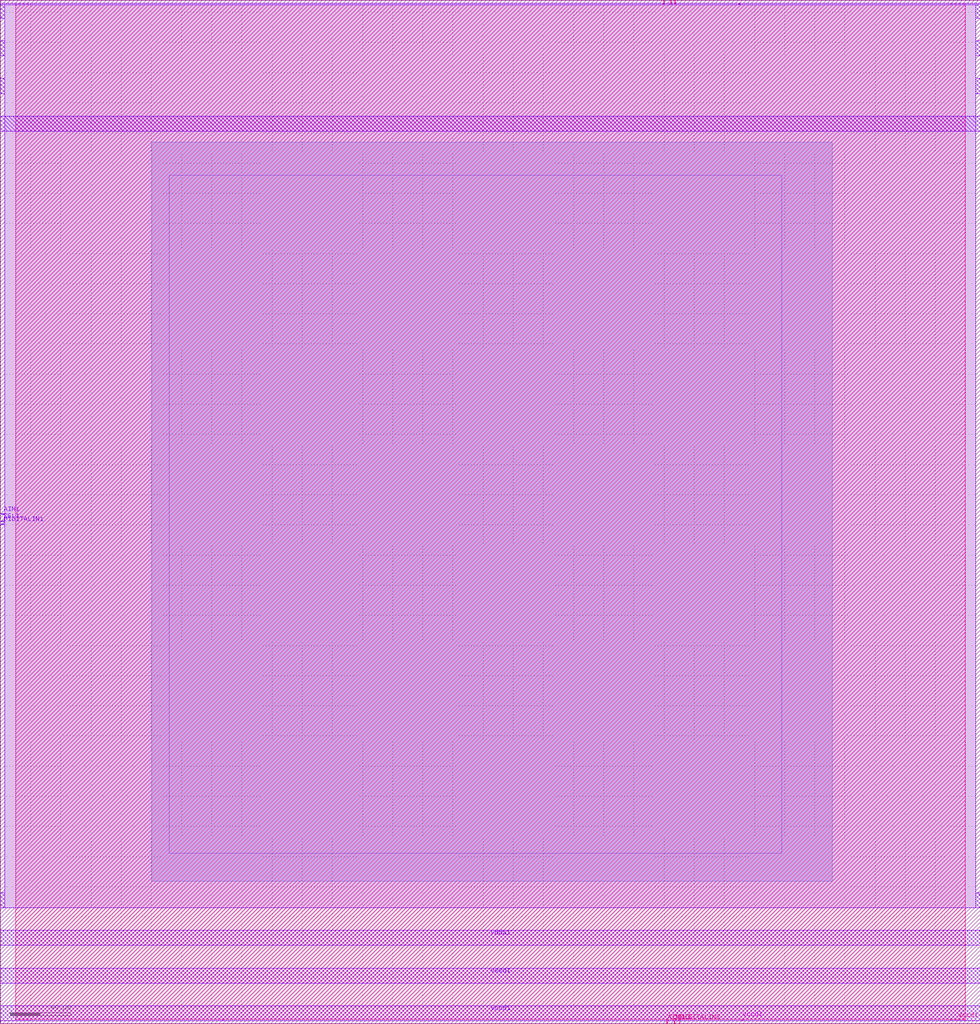
<source format=lef>
# Copyright 2020 The SkyWater PDK Authors
#
# Licensed under the Apache License, Version 2.0 (the "License");
# you may not use this file except in compliance with the License.
# You may obtain a copy of the License at
#
#     https://www.apache.org/licenses/LICENSE-2.0
#
# Unless required by applicable law or agreed to in writing, software
# distributed under the License is distributed on an "AS IS" BASIS,
# WITHOUT WARRANTIES OR CONDITIONS OF ANY KIND, either express or implied.
# See the License for the specific language governing permissions and
# limitations under the License.
#
# SPDX-License-Identifier: Apache-2.0

VERSION 5.7 ;

BUSBITCHARS "[]" ;
DIVIDERCHAR "/" ;

UNITS
  TIME NANOSECONDS 1 ;
  CAPACITANCE PICOFARADS 1 ;
  RESISTANCE OHMS 1 ;
  DATABASE MICRONS 1000 ;
END UNITS

MANUFACTURINGGRID 0.005 ;
USEMINSPACING OBS OFF ;

PROPERTYDEFINITIONS
  LAYER LEF58_TYPE STRING ;
END PROPERTYDEFINITIONS

# High density, single height
SITE unithd
  SYMMETRY Y ;
  CLASS CORE ;
  SIZE 0.46 BY 2.72 ;
END unithd

# High density, double height
SITE unithddbl
  SYMMETRY Y ;
  CLASS CORE ;
  SIZE 0.46 BY 5.44 ;
END unithddbl

LAYER nwell
  TYPE MASTERSLICE ;
  PROPERTY LEF58_TYPE "TYPE NWELL ;" ;
END nwell

LAYER pwell
  TYPE MASTERSLICE ;
  PROPERTY LEF58_TYPE "TYPE PWELL ;" ;
END pwell

LAYER li1
  TYPE ROUTING ;
  DIRECTION VERTICAL ;

  PITCH 0.46 0.34 ;
  OFFSET 0.23 0.17 ;

  WIDTH 0.17 ;          # LI 1
  # SPACING  0.17 ;     # LI 2
  SPACINGTABLE
     PARALLELRUNLENGTH 0
     WIDTH 0 0.17 ;
  AREA 0.0561 ;         # LI 6
  THICKNESS 0.1 ;
  EDGECAPACITANCE 40.697E-6 ;
  CAPACITANCE CPERSQDIST 36.9866E-6 ;
  RESISTANCE RPERSQ 9.2 ;

  ANTENNAMODEL OXIDE1 ;
  ANTENNADIFFSIDEAREARATIO PWL ( ( 0 75 ) ( 0.0125 75 ) ( 0.0225 85.125 ) ( 22.5 10200 ) ) ;
END li1

LAYER mcon
  TYPE CUT ;

  WIDTH 0.17 ;                # Mcon 1
  SPACING 0.19 ;              # Mcon 2
  ENCLOSURE BELOW 0 0 ;       # Mcon 4
  ENCLOSURE ABOVE 0.03 0.06 ; # Met1 4 / Met1 5
  RESISTANCE 1.6 ;

  ANTENNADIFFAREARATIO PWL ( ( 0 3 ) ( 0.0125 3 ) ( 0.0225 3.405 ) ( 22.5 408 ) ) ;
  DCCURRENTDENSITY AVERAGE 0.36 ; # mA per via Iavg_max at Tj = 90oC

END mcon

LAYER met1
  TYPE ROUTING ;
  DIRECTION HORIZONTAL ;

  PITCH 0.34 ;
  OFFSET 0.17 ;

  WIDTH 0.14 ;                     # Met1 1
  # SPACING 0.14 ;                 # Met1 2
  # SPACING 0.28 RANGE 3.001 100 ; # Met1 3b
  SPACINGTABLE
     PARALLELRUNLENGTH 0
     WIDTH 0 0.14
     WIDTH 3 0.28 ;
  AREA 0.083 ;                     # Met1 6
  THICKNESS 0.35 ;
  MINENCLOSEDAREA 0.14 ;

  ANTENNAMODEL OXIDE1 ;
  ANTENNADIFFSIDEAREARATIO PWL ( ( 0 400 ) ( 0.0125 400 ) ( 0.0225 2609 ) ( 22.5 11600 ) ) ;

  EDGECAPACITANCE 40.567E-6 ;
  CAPACITANCE CPERSQDIST 25.7784E-6 ;
  DCCURRENTDENSITY AVERAGE 2.8 ; # mA/um Iavg_max at Tj = 90oC
  ACCURRENTDENSITY RMS 6.1 ; # mA/um Irms_max at Tj = 90oC
  MAXIMUMDENSITY 70 ;
  DENSITYCHECKWINDOW 700 700 ;
  DENSITYCHECKSTEP 70 ;

  RESISTANCE RPERSQ 0.105 ;
END met1

LAYER via
  TYPE CUT ;
  WIDTH 0.15 ;                  # Via 1a
  SPACING 0.17 ;                # Via 2
  ENCLOSURE BELOW 0.055 0.085 ; # Via 4a / Via 5a
  ENCLOSURE ABOVE 0.055 0.085 ; # Met2 4 / Met2 5
  RESISTANCE 4.0 ;

  ANTENNADIFFAREARATIO PWL ( ( 0 6 ) ( 0.0125 6 ) ( 0.0225 6.81 ) ( 22.5 816 ) ) ;
  DCCURRENTDENSITY AVERAGE 0.29 ; # mA per via Iavg_max at Tj = 90oC
END via

LAYER met2
  TYPE ROUTING ;
  DIRECTION VERTICAL ;

  PITCH 0.46 ;
  OFFSET 0.23 ;

  WIDTH 0.14 ;                        # Met2 1
  # SPACING  0.14 ;                   # Met2 2
  # SPACING  0.28 RANGE 3.001 100 ;   # Met2 3b
  SPACINGTABLE
     PARALLELRUNLENGTH 0
     WIDTH 0 0.14
     WIDTH 3 0.28 ;
  AREA 0.0676 ;                       # Met2 6
  THICKNESS 0.35 ;
  MINENCLOSEDAREA 0.14 ;

  EDGECAPACITANCE 32.918E-6 ;
  CAPACITANCE CPERSQDIST 14.7703E-6 ;
  RESISTANCE RPERSQ 0.105 ;
  DCCURRENTDENSITY AVERAGE 2.8 ; # mA/um Iavg_max at Tj = 90oC
  ACCURRENTDENSITY RMS 6.1 ; # mA/um Irms_max at Tj = 90oC

  ANTENNAMODEL OXIDE1 ;
  ANTENNADIFFSIDEAREARATIO PWL ( ( 0 400 ) ( 0.0125 400 ) ( 0.0225 2609 ) ( 22.5 11600 ) ) ;

  MAXIMUMDENSITY 70 ;
  DENSITYCHECKWINDOW 700 700 ;
  DENSITYCHECKSTEP 70 ;
END met2

# ******** Layer via2, type routing, number 44 **************
LAYER via2
  TYPE CUT ;
  WIDTH 0.2 ;                   # Via2 1
  SPACING 0.2 ;                 # Via2 2
  ENCLOSURE BELOW 0.04 0.085 ;  # Via2 4
  ENCLOSURE ABOVE 0.065 0.065 ; # Met3 4
  RESISTANCE 0.5 ;
  ANTENNADIFFAREARATIO PWL ( ( 0 6 ) ( 0.0125 6 ) ( 0.0225 6.81 ) ( 22.5 816 ) ) ;
  DCCURRENTDENSITY AVERAGE 0.48 ; # mA per via Iavg_max at Tj = 90oC
END via2

LAYER met3
  TYPE ROUTING ;
  DIRECTION HORIZONTAL ;

  PITCH 0.68 ;
  OFFSET 0.34 ;

  WIDTH 0.3 ;              # Met3 1
  # SPACING 0.3 ;          # Met3 2
  SPACINGTABLE
     PARALLELRUNLENGTH 0
     WIDTH 0 0.3
     WIDTH 3 0.4 ;
  AREA 0.24 ;              # Met3 6
  THICKNESS 0.8 ;

  EDGECAPACITANCE 37.065E-6 ;
  CAPACITANCE CPERSQDIST 11.1883E-6 ;
  RESISTANCE RPERSQ 0.038 ;
  DCCURRENTDENSITY AVERAGE 6.8 ; # mA/um Iavg_max at Tj = 90oC
  ACCURRENTDENSITY RMS 14.9 ; # mA/um Irms_max at Tj = 90oC

  ANTENNAMODEL OXIDE1 ;
  ANTENNADIFFSIDEAREARATIO PWL ( ( 0 400 ) ( 0.0125 400 ) ( 0.0225 2609 ) ( 22.5 11600 ) ) ;

  MAXIMUMDENSITY 70 ;
  DENSITYCHECKWINDOW 700 700 ;
  DENSITYCHECKSTEP 70 ;
END met3

LAYER via3
  TYPE CUT ;
  WIDTH 0.2 ;                   # Via3 1
  SPACING 0.2 ;                 # Via3 2
  ENCLOSURE BELOW 0.06 0.09 ;   # Via3 4 / Via3 5
  ENCLOSURE ABOVE 0.065 0.065 ; # Met4 3
  RESISTANCE 0.5 ;
  ANTENNADIFFAREARATIO PWL ( ( 0 6 ) ( 0.0125 6 ) ( 0.0225 6.81 ) ( 22.5 816 ) ) ;
  DCCURRENTDENSITY AVERAGE 0.48 ; # mA per via Iavg_max at Tj = 90oC
END via3

LAYER met4
  TYPE ROUTING ;
  DIRECTION VERTICAL ;

  PITCH 0.92 ;
  OFFSET 0.46 ;

  WIDTH 0.3 ;             # Met4 1
  # SPACING  0.3 ;             # Met4 2
  SPACINGTABLE
     PARALLELRUNLENGTH 0
     WIDTH 0 0.3
     WIDTH 3 0.4 ;
  AREA 0.24 ;            # Met4 4a

  THICKNESS 0.8 ;

  EDGECAPACITANCE 34.169E-6 ;
  CAPACITANCE CPERSQDIST 7.84019E-6 ;
  RESISTANCE RPERSQ 0.038 ;
  DCCURRENTDENSITY AVERAGE 6.8 ; # mA/um Iavg_max at Tj = 90oC
  ACCURRENTDENSITY RMS 14.9 ; # mA/um Irms_max at Tj = 90oC

  ANTENNAMODEL OXIDE1 ;
  ANTENNADIFFSIDEAREARATIO PWL ( ( 0 400 ) ( 0.0125 400 ) ( 0.0225 2609 ) ( 22.5 11600 ) ) ;

  MAXIMUMDENSITY 70 ;
  DENSITYCHECKWINDOW 700 700 ;
  DENSITYCHECKSTEP 70 ;
END met4

LAYER via4
  TYPE CUT ;

  WIDTH 0.8 ;                 # Via4 1
  SPACING 0.8 ;               # Via4 2
  ENCLOSURE BELOW 0.19 0.19 ; # Via4 4
  ENCLOSURE ABOVE 0.31 0.31 ; # Met5 3
  RESISTANCE 0.012 ;
  ANTENNADIFFAREARATIO PWL ( ( 0 6 ) ( 0.0125 6 ) ( 0.0225 6.81 ) ( 22.5 816 ) ) ;
  DCCURRENTDENSITY AVERAGE 2.49 ; # mA per via Iavg_max at Tj = 90oC
END via4

LAYER met5
  TYPE ROUTING ;
  DIRECTION HORIZONTAL ;

  PITCH 3.4 ;
  OFFSET 1.7 ;

  WIDTH 1.6 ;            # Met5 1
  #SPACING  1.6 ;        # Met5 2
  SPACINGTABLE
     PARALLELRUNLENGTH 0
     WIDTH 0 1.6 ;
  AREA 4 ;               # Met5 4

  THICKNESS 1.2 ;

  EDGECAPACITANCE 36.828E-6 ;
  CAPACITANCE CPERSQDIST 5.99155E-6 ;
  RESISTANCE RPERSQ 0.0212 ;
  DCCURRENTDENSITY AVERAGE 10.17 ; # mA/um Iavg_max at Tj = 90oC
  ACCURRENTDENSITY RMS 22.34 ; # mA/um Irms_max at Tj = 90oC

  ANTENNAMODEL OXIDE1 ;
  ANTENNADIFFSIDEAREARATIO PWL ( ( 0 400 ) ( 0.0125 400 ) ( 0.0225 2609 ) ( 22.5 11600 ) ) ;
END met5


### Routing via cells section   ###
# Plus via rule, metals are along the prefered direction
VIA L1M1_PR DEFAULT
  LAYER mcon ;
  RECT -0.085 -0.085 0.085 0.085 ;
  LAYER li1 ;
  RECT -0.085 -0.085 0.085 0.085 ;
  LAYER met1 ;
  RECT -0.145 -0.115 0.145 0.115 ;
END L1M1_PR

VIARULE L1M1_PR GENERATE
  LAYER li1 ;
  ENCLOSURE 0 0 ;
  LAYER met1 ;
  ENCLOSURE 0.06 0.03 ;
  LAYER mcon ;
  RECT -0.085 -0.085 0.085 0.085 ;
  SPACING 0.36 BY 0.36 ;
END L1M1_PR

# Plus via rule, metals are along the non prefered direction
VIA L1M1_PR_R DEFAULT
  LAYER mcon ;
  RECT -0.085 -0.085 0.085 0.085 ;
  LAYER li1 ;
  RECT -0.085 -0.085 0.085 0.085 ;
  LAYER met1 ;
  RECT -0.115 -0.145 0.115 0.145 ;
END L1M1_PR_R

VIARULE L1M1_PR_R GENERATE
  LAYER li1 ;
  ENCLOSURE 0 0 ;
  LAYER met1 ;
  ENCLOSURE 0.03 0.06 ;
  LAYER mcon ;
  RECT -0.085 -0.085 0.085 0.085 ;
  SPACING 0.36 BY 0.36 ;
END L1M1_PR_R

# Minus via rule, lower layer metal is along prefered direction
VIA L1M1_PR_M DEFAULT
  LAYER mcon ;
  RECT -0.085 -0.085 0.085 0.085 ;
  LAYER li1 ;
  RECT -0.085 -0.085 0.085 0.085 ;
  LAYER met1 ;
  RECT -0.115 -0.145 0.115 0.145 ;
END L1M1_PR_M

VIARULE L1M1_PR_M GENERATE
  LAYER li1 ;
  ENCLOSURE 0 0 ;
  LAYER met1 ;
  ENCLOSURE 0.03 0.06 ;
  LAYER mcon ;
  RECT -0.085 -0.085 0.085 0.085 ;
  SPACING 0.36 BY 0.36 ;
END L1M1_PR_M

# Minus via rule, upper layer metal is along prefered direction
VIA L1M1_PR_MR DEFAULT
  LAYER mcon ;
  RECT -0.085 -0.085 0.085 0.085 ;
  LAYER li1 ;
  RECT -0.085 -0.085 0.085 0.085 ;
  LAYER met1 ;
  RECT -0.145 -0.115 0.145 0.115 ;
END L1M1_PR_MR

VIARULE L1M1_PR_MR GENERATE
  LAYER li1 ;
  ENCLOSURE 0 0 ;
  LAYER met1 ;
  ENCLOSURE 0.06 0.03 ;
  LAYER mcon ;
  RECT -0.085 -0.085 0.085 0.085 ;
  SPACING 0.36 BY 0.36 ;
END L1M1_PR_MR

# Centered via rule, we really do not want to use it
VIA L1M1_PR_C DEFAULT
  LAYER mcon ;
  RECT -0.085 -0.085 0.085 0.085 ;
  LAYER li1 ;
  RECT -0.085 -0.085 0.085 0.085 ;
  LAYER met1 ;
  RECT -0.145 -0.145 0.145 0.145 ;
END L1M1_PR_C

VIARULE L1M1_PR_C GENERATE
  LAYER li1 ;
  ENCLOSURE 0 0 ;
  LAYER met1 ;
  ENCLOSURE 0.06 0.06 ;
  LAYER mcon ;
  RECT -0.085 -0.085 0.085 0.085 ;
  SPACING 0.36 BY 0.36 ;
END L1M1_PR_C

# Plus via rule, metals are along the prefered direction
VIA M1M2_PR DEFAULT
  LAYER via ;
  RECT -0.075 -0.075 0.075 0.075 ;
  LAYER met1 ;
  RECT -0.16 -0.13 0.16 0.13 ;
  LAYER met2 ;
  RECT -0.13 -0.16 0.13 0.16 ;
END M1M2_PR

VIARULE M1M2_PR GENERATE
  LAYER met1 ;
  ENCLOSURE 0.085 0.055 ;
  LAYER met2 ;
  ENCLOSURE 0.055 0.085 ;
  LAYER via ;
  RECT -0.075 -0.075 0.075 0.075 ;
  SPACING 0.32 BY 0.32 ;
END M1M2_PR

# Plus via rule, metals are along the non prefered direction
VIA M1M2_PR_R DEFAULT
  LAYER via ;
  RECT -0.075 -0.075 0.075 0.075 ;
  LAYER met1 ;
  RECT -0.13 -0.16 0.13 0.16 ;
  LAYER met2 ;
  RECT -0.16 -0.13 0.16 0.13 ;
END M1M2_PR_R

VIARULE M1M2_PR_R GENERATE
  LAYER met1 ;
  ENCLOSURE 0.055 0.085 ;
  LAYER met2 ;
  ENCLOSURE 0.085 0.055 ;
  LAYER via ;
  RECT -0.075 -0.075 0.075 0.075 ;
  SPACING 0.32 BY 0.32 ;
END M1M2_PR_R

# Minus via rule, lower layer metal is along prefered direction
VIA M1M2_PR_M DEFAULT
  LAYER via ;
  RECT -0.075 -0.075 0.075 0.075 ;
  LAYER met1 ;
  RECT -0.16 -0.13 0.16 0.13 ;
  LAYER met2 ;
  RECT -0.16 -0.13 0.16 0.13 ;
END M1M2_PR_M

VIARULE M1M2_PR_M GENERATE
  LAYER met1 ;
  ENCLOSURE 0.085 0.055 ;
  LAYER met2 ;
  ENCLOSURE 0.085 0.055 ;
  LAYER via ;
  RECT -0.075 -0.075 0.075 0.075 ;
  SPACING 0.32 BY 0.32 ;
END M1M2_PR_M

# Minus via rule, upper layer metal is along prefered direction
VIA M1M2_PR_MR DEFAULT
  LAYER via ;
  RECT -0.075 -0.075 0.075 0.075 ;
  LAYER met1 ;
  RECT -0.13 -0.16 0.13 0.16 ;
  LAYER met2 ;
  RECT -0.13 -0.16 0.13 0.16 ;
END M1M2_PR_MR

VIARULE M1M2_PR_MR GENERATE
  LAYER met1 ;
  ENCLOSURE 0.055 0.085 ;
  LAYER met2 ;
  ENCLOSURE 0.055 0.085 ;
  LAYER via ;
  RECT -0.075 -0.075 0.075 0.075 ;
  SPACING 0.32 BY 0.32 ;
END M1M2_PR_MR

# Centered via rule, we really do not want to use it
VIA M1M2_PR_C DEFAULT
  LAYER via ;
  RECT -0.075 -0.075 0.075 0.075 ;
  LAYER met1 ;
  RECT -0.16 -0.16 0.16 0.16 ;
  LAYER met2 ;
  RECT -0.16 -0.16 0.16 0.16 ;
END M1M2_PR_C

VIARULE M1M2_PR_C GENERATE
  LAYER met1 ;
  ENCLOSURE 0.085 0.085 ;
  LAYER met2 ;
  ENCLOSURE 0.085 0.085 ;
  LAYER via ;
  RECT -0.075 -0.075 0.075 0.075 ;
  SPACING 0.32 BY 0.32 ;
END M1M2_PR_C

# Plus via rule, metals are along the prefered direction
VIA M2M3_PR DEFAULT
  LAYER via2 ;
  RECT -0.1 -0.1 0.1 0.1 ;
  LAYER met2 ;
  RECT -0.14 -0.185 0.14 0.185 ;
  LAYER met3 ;
  RECT -0.165 -0.165 0.165 0.165 ;
END M2M3_PR

VIARULE M2M3_PR GENERATE
  LAYER met2 ;
  ENCLOSURE 0.04 0.085 ;
  LAYER met3 ;
  ENCLOSURE 0.065 0.065 ;
  LAYER via2 ;
  RECT -0.1 -0.1 0.1 0.1 ;
  SPACING 0.4 BY 0.4 ;
END M2M3_PR

# Plus via rule, metals are along the non prefered direction
VIA M2M3_PR_R DEFAULT
  LAYER via2 ;
  RECT -0.1 -0.1 0.1 0.1 ;
  LAYER met2 ;
  RECT -0.185 -0.14 0.185 0.14 ;
  LAYER met3 ;
  RECT -0.165 -0.165 0.165 0.165 ;
END M2M3_PR_R

VIARULE M2M3_PR_R GENERATE
  LAYER met2 ;
  ENCLOSURE 0.085 0.04 ;
  LAYER met3 ;
  ENCLOSURE 0.065 0.065 ;
  LAYER via2 ;
  RECT -0.1 -0.1 0.1 0.1 ;
  SPACING 0.4 BY 0.4 ;
END M2M3_PR_R

# Minus via rule, lower layer metal is along prefered direction
VIA M2M3_PR_M DEFAULT
  LAYER via2 ;
  RECT -0.1 -0.1 0.1 0.1 ;
  LAYER met2 ;
  RECT -0.14 -0.185 0.14 0.185 ;
  LAYER met3 ;
  RECT -0.165 -0.165 0.165 0.165 ;
END M2M3_PR_M

VIARULE M2M3_PR_M GENERATE
  LAYER met2 ;
  ENCLOSURE 0.04 0.085 ;
  LAYER met3 ;
  ENCLOSURE 0.065 0.065 ;
  LAYER via2 ;
  RECT -0.1 -0.1 0.1 0.1 ;
  SPACING 0.4 BY 0.4 ;
END M2M3_PR_M

# Minus via rule, upper layer metal is along prefered direction
VIA M2M3_PR_MR DEFAULT
  LAYER via2 ;
  RECT -0.1 -0.1 0.1 0.1 ;
  LAYER met2 ;
  RECT -0.185 -0.14 0.185 0.14 ;
  LAYER met3 ;
  RECT -0.165 -0.165 0.165 0.165 ;
END M2M3_PR_MR

VIARULE M2M3_PR_MR GENERATE
  LAYER met2 ;
  ENCLOSURE 0.085 0.04 ;
  LAYER met3 ;
  ENCLOSURE 0.065 0.065 ;
  LAYER via2 ;
  RECT -0.1 -0.1 0.1 0.1 ;
  SPACING 0.4 BY 0.4 ;
END M2M3_PR_MR

# Centered via rule, we really do not want to use it
VIA M2M3_PR_C DEFAULT
  LAYER via2 ;
  RECT -0.1 -0.1 0.1 0.1 ;
  LAYER met2 ;
  RECT -0.185 -0.185 0.185 0.185 ;
  LAYER met3 ;
  RECT -0.165 -0.165 0.165 0.165 ;
END M2M3_PR_C

VIARULE M2M3_PR_C GENERATE
  LAYER met2 ;
  ENCLOSURE 0.085 0.085 ;
  LAYER met3 ;
  ENCLOSURE 0.065 0.065 ;
  LAYER via2 ;
  RECT -0.1 -0.1 0.1 0.1 ;
  SPACING 0.4 BY 0.4 ;
END M2M3_PR_C

# Plus via rule, metals are along the prefered direction
VIA M3M4_PR DEFAULT
  LAYER via3 ;
  RECT -0.1 -0.1 0.1 0.1 ;
  LAYER met3 ;
  RECT -0.19 -0.16 0.19 0.16 ;
  LAYER met4 ;
  RECT -0.165 -0.165 0.165 0.165 ;
END M3M4_PR

VIARULE M3M4_PR GENERATE
  LAYER met3 ;
  ENCLOSURE 0.09 0.06 ;
  LAYER met4 ;
  ENCLOSURE 0.065 0.065 ;
  LAYER via3 ;
  RECT -0.1 -0.1 0.1 0.1 ;
  SPACING 0.4 BY 0.4 ;
END M3M4_PR

# Plus via rule, metals are along the non prefered direction
VIA M3M4_PR_R DEFAULT
  LAYER via3 ;
  RECT -0.1 -0.1 0.1 0.1 ;
  LAYER met3 ;
  RECT -0.16 -0.19 0.16 0.19 ;
  LAYER met4 ;
  RECT -0.165 -0.165 0.165 0.165 ;
END M3M4_PR_R

VIARULE M3M4_PR_R GENERATE
  LAYER met3 ;
  ENCLOSURE 0.06 0.09 ;
  LAYER met4 ;
  ENCLOSURE 0.065 0.065 ;
  LAYER via3 ;
  RECT -0.1 -0.1 0.1 0.1 ;
  SPACING 0.4 BY 0.4 ;
END M3M4_PR_R

# Minus via rule, lower layer metal is along prefered direction
VIA M3M4_PR_M DEFAULT
  LAYER via3 ;
  RECT -0.1 -0.1 0.1 0.1 ;
  LAYER met3 ;
  RECT -0.19 -0.16 0.19 0.16 ;
  LAYER met4 ;
  RECT -0.165 -0.165 0.165 0.165 ;
END M3M4_PR_M

VIARULE M3M4_PR_M GENERATE
  LAYER met3 ;
  ENCLOSURE 0.09 0.06 ;
  LAYER met4 ;
  ENCLOSURE 0.065 0.065 ;
  LAYER via3 ;
  RECT -0.1 -0.1 0.1 0.1 ;
  SPACING 0.4 BY 0.4 ;
END M3M4_PR_M

# Minus via rule, upper layer metal is along prefered direction
VIA M3M4_PR_MR DEFAULT
  LAYER via3 ;
  RECT -0.1 -0.1 0.1 0.1 ;
  LAYER met3 ;
  RECT -0.16 -0.19 0.16 0.19 ;
  LAYER met4 ;
  RECT -0.165 -0.165 0.165 0.165 ;
END M3M4_PR_MR

VIARULE M3M4_PR_MR GENERATE
  LAYER met3 ;
  ENCLOSURE 0.06 0.09 ;
  LAYER met4 ;
  ENCLOSURE 0.065 0.065 ;
  LAYER via3 ;
  RECT -0.1 -0.1 0.1 0.1 ;
  SPACING 0.4 BY 0.4 ;
END M3M4_PR_MR

# Centered via rule, we really do not want to use it
VIA M3M4_PR_C DEFAULT
  LAYER via3 ;
  RECT -0.1 -0.1 0.1 0.1 ;
  LAYER met3 ;
  RECT -0.19 -0.19 0.19 0.19 ;
  LAYER met4 ;
  RECT -0.165 -0.165 0.165 0.165 ;
END M3M4_PR_C

VIARULE M3M4_PR_C GENERATE
  LAYER met3 ;
  ENCLOSURE 0.09 0.09 ;
  LAYER met4 ;
  ENCLOSURE 0.065 0.065 ;
  LAYER via3 ;
  RECT -0.1 -0.1 0.1 0.1 ;
  SPACING 0.4 BY 0.4 ;
END M3M4_PR_C

# Plus via rule, metals are along the prefered direction
VIA M4M5_PR DEFAULT
  LAYER via4 ;
  RECT -0.4 -0.4 0.4 0.4 ;
  LAYER met4 ;
  RECT -0.59 -0.59 0.59 0.59 ;
  LAYER met5 ;
  RECT -0.71 -0.71 0.71 0.71 ;
END M4M5_PR

VIARULE M4M5_PR GENERATE
  LAYER met4 ;
  ENCLOSURE 0.19 0.19 ;
  LAYER met5 ;
  ENCLOSURE 0.31 0.31 ;
  LAYER via4 ;
  RECT -0.4 -0.4 0.4 0.4 ;
  SPACING 1.6 BY 1.6 ;
END M4M5_PR

# Plus via rule, metals are along the non prefered direction
VIA M4M5_PR_R DEFAULT
  LAYER via4 ;
  RECT -0.4 -0.4 0.4 0.4 ;
  LAYER met4 ;
  RECT -0.59 -0.59 0.59 0.59 ;
  LAYER met5 ;
  RECT -0.71 -0.71 0.71 0.71 ;
END M4M5_PR_R

VIARULE M4M5_PR_R GENERATE
  LAYER met4 ;
  ENCLOSURE 0.19 0.19 ;
  LAYER met5 ;
  ENCLOSURE 0.31 0.31 ;
  LAYER via4 ;
  RECT -0.4 -0.4 0.4 0.4 ;
  SPACING 1.6 BY 1.6 ;
END M4M5_PR_R

# Minus via rule, lower layer metal is along prefered direction
VIA M4M5_PR_M DEFAULT
  LAYER via4 ;
  RECT -0.4 -0.4 0.4 0.4 ;
  LAYER met4 ;
  RECT -0.59 -0.59 0.59 0.59 ;
  LAYER met5 ;
  RECT -0.71 -0.71 0.71 0.71 ;
END M4M5_PR_M

VIARULE M4M5_PR_M GENERATE
  LAYER met4 ;
  ENCLOSURE 0.19 0.19 ;
  LAYER met5 ;
  ENCLOSURE 0.31 0.31 ;
  LAYER via4 ;
  RECT -0.4 -0.4 0.4 0.4 ;
  SPACING 1.6 BY 1.6 ;
END M4M5_PR_M

# Minus via rule, upper layer metal is along prefered direction
VIA M4M5_PR_MR DEFAULT
  LAYER via4 ;
  RECT -0.4 -0.4 0.4 0.4 ;
  LAYER met4 ;
  RECT -0.59 -0.59 0.59 0.59 ;
  LAYER met5 ;
  RECT -0.71 -0.71 0.71 0.71 ;
END M4M5_PR_MR

VIARULE M4M5_PR_MR GENERATE
  LAYER met4 ;
  ENCLOSURE 0.19 0.19 ;
  LAYER met5 ;
  ENCLOSURE 0.31 0.31 ;
  LAYER via4 ;
  RECT -0.4 -0.4 0.4 0.4 ;
  SPACING 1.6 BY 1.6 ;
END M4M5_PR_MR

# Centered via rule, we really do not want to use it
VIA M4M5_PR_C DEFAULT
  LAYER via4 ;
  RECT -0.4 -0.4 0.4 0.4 ;
  LAYER met4 ;
  RECT -0.59 -0.59 0.59 0.59 ;
  LAYER met5 ;
  RECT -0.71 -0.71 0.71 0.71 ;
END M4M5_PR_C

VIARULE M4M5_PR_C GENERATE
  LAYER met4 ;
  ENCLOSURE 0.19 0.19 ;
  LAYER met5 ;
  ENCLOSURE 0.31 0.31 ;
  LAYER via4 ;
  RECT -0.4 -0.4 0.4 0.4 ;
  SPACING 1.6 BY 1.6 ;
END M4M5_PR_C
###  end of single via cells   ###


MACRO sky130_fd_sc_hd__a2bb2o_1
  CLASS CORE ;
  FOREIGN sky130_fd_sc_hd__a2bb2o_1 ;
  ORIGIN 0.000 0.000 ;
  SIZE 3.680 BY 2.720 ;
  SYMMETRY X Y R90 ;
  SITE unithd ;
  PIN A1_N
    DIRECTION INPUT ;
    USE SIGNAL ;
    ANTENNAGATEAREA 0.126000 ;
    PORT
      LAYER li1 ;
        RECT 0.910 0.995 1.240 1.615 ;
    END
  END A1_N
  PIN A2_N
    DIRECTION INPUT ;
    USE SIGNAL ;
    ANTENNAGATEAREA 0.126000 ;
    PORT
      LAYER li1 ;
        RECT 1.410 0.995 1.700 1.375 ;
    END
  END A2_N
  PIN B1
    DIRECTION INPUT ;
    USE SIGNAL ;
    ANTENNAGATEAREA 0.126000 ;
    PORT
      LAYER li1 ;
        RECT 3.280 0.765 3.540 1.655 ;
    END
  END B1
  PIN B2
    DIRECTION INPUT ;
    USE SIGNAL ;
    ANTENNAGATEAREA 0.126000 ;
    PORT
      LAYER li1 ;
        RECT 2.600 1.355 3.080 1.655 ;
        RECT 2.820 0.765 3.080 1.355 ;
    END
  END B2
  PIN VGND
    DIRECTION INOUT ;
    USE GROUND ;
    SHAPE ABUTMENT ;
    PORT
      LAYER met1 ;
        RECT 0.000 -0.240 3.680 0.240 ;
    END
  END VGND
  PIN VNB
    DIRECTION INOUT ;
    USE GROUND ;
    PORT
      LAYER pwell ;
        RECT 0.005 0.785 0.925 1.015 ;
        RECT 0.005 0.105 3.590 0.785 ;
        RECT 0.150 -0.085 0.320 0.105 ;
    END
  END VNB
  PIN VPB
    DIRECTION INOUT ;
    USE POWER ;
    PORT
      LAYER nwell ;
        RECT -0.190 1.305 3.870 2.910 ;
    END
  END VPB
  PIN VPWR
    DIRECTION INOUT ;
    USE POWER ;
    SHAPE ABUTMENT ;
    PORT
      LAYER met1 ;
        RECT 0.000 2.480 3.680 2.960 ;
    END
  END VPWR
  PIN X
    DIRECTION OUTPUT ;
    USE SIGNAL ;
    ANTENNADIFFAREA 0.429000 ;
    PORT
      LAYER li1 ;
        RECT 0.085 1.525 0.345 2.465 ;
        RECT 0.085 0.810 0.260 1.525 ;
        RECT 0.085 0.255 0.345 0.810 ;
    END
  END X
  OBS
      LAYER li1 ;
        RECT 0.000 2.635 3.680 2.805 ;
        RECT 0.515 2.235 0.845 2.635 ;
        RECT 1.990 2.370 2.245 2.465 ;
        RECT 1.105 2.200 2.245 2.370 ;
        RECT 2.415 2.255 2.745 2.425 ;
        RECT 1.105 1.975 1.275 2.200 ;
        RECT 0.515 1.805 1.275 1.975 ;
        RECT 1.990 2.065 2.245 2.200 ;
        RECT 0.515 1.325 0.685 1.805 ;
        RECT 1.540 1.715 1.710 1.905 ;
        RECT 1.990 1.895 2.400 2.065 ;
        RECT 1.540 1.545 2.060 1.715 ;
        RECT 0.430 0.995 0.685 1.325 ;
        RECT 1.890 0.825 2.060 1.545 ;
        RECT 1.180 0.655 2.060 0.825 ;
        RECT 2.230 0.870 2.400 1.895 ;
        RECT 2.575 2.005 2.745 2.255 ;
        RECT 2.915 2.175 3.165 2.635 ;
        RECT 3.335 2.005 3.515 2.465 ;
        RECT 2.575 1.835 3.515 2.005 ;
        RECT 2.230 0.700 2.580 0.870 ;
        RECT 0.515 0.085 0.945 0.530 ;
        RECT 1.180 0.255 1.350 0.655 ;
        RECT 1.520 0.085 2.240 0.485 ;
        RECT 2.410 0.255 2.580 0.700 ;
        RECT 3.155 0.085 3.555 0.595 ;
        RECT 0.000 -0.085 3.680 0.085 ;
      LAYER mcon ;
        RECT 0.145 2.635 0.315 2.805 ;
        RECT 0.605 2.635 0.775 2.805 ;
        RECT 1.065 2.635 1.235 2.805 ;
        RECT 1.525 2.635 1.695 2.805 ;
        RECT 1.985 2.635 2.155 2.805 ;
        RECT 2.445 2.635 2.615 2.805 ;
        RECT 2.905 2.635 3.075 2.805 ;
        RECT 3.365 2.635 3.535 2.805 ;
        RECT 0.145 -0.085 0.315 0.085 ;
        RECT 0.605 -0.085 0.775 0.085 ;
        RECT 1.065 -0.085 1.235 0.085 ;
        RECT 1.525 -0.085 1.695 0.085 ;
        RECT 1.985 -0.085 2.155 0.085 ;
        RECT 2.445 -0.085 2.615 0.085 ;
        RECT 2.905 -0.085 3.075 0.085 ;
        RECT 3.365 -0.085 3.535 0.085 ;
  END
END sky130_fd_sc_hd__a2bb2o_1
MACRO sky130_fd_sc_hd__a2bb2o_2
  CLASS CORE ;
  FOREIGN sky130_fd_sc_hd__a2bb2o_2 ;
  ORIGIN 0.000 0.000 ;
  SIZE 4.140 BY 2.720 ;
  SYMMETRY X Y R90 ;
  SITE unithd ;
  PIN A1_N
    DIRECTION INPUT ;
    USE SIGNAL ;
    ANTENNAGATEAREA 0.159000 ;
    PORT
      LAYER li1 ;
        RECT 1.345 0.995 1.675 1.615 ;
    END
  END A1_N
  PIN A2_N
    DIRECTION INPUT ;
    USE SIGNAL ;
    ANTENNAGATEAREA 0.159000 ;
    PORT
      LAYER li1 ;
        RECT 1.845 0.995 2.135 1.375 ;
    END
  END A2_N
  PIN B1
    DIRECTION INPUT ;
    USE SIGNAL ;
    ANTENNAGATEAREA 0.159000 ;
    PORT
      LAYER li1 ;
        RECT 3.730 0.765 3.990 1.655 ;
    END
  END B1
  PIN B2
    DIRECTION INPUT ;
    USE SIGNAL ;
    ANTENNAGATEAREA 0.159000 ;
    PORT
      LAYER li1 ;
        RECT 3.050 1.355 3.530 1.655 ;
        RECT 3.270 0.765 3.530 1.355 ;
    END
  END B2
  PIN VGND
    DIRECTION INOUT ;
    USE GROUND ;
    SHAPE ABUTMENT ;
    PORT
      LAYER met1 ;
        RECT 0.000 -0.240 4.140 0.240 ;
    END
  END VGND
  PIN VNB
    DIRECTION INOUT ;
    USE GROUND ;
    PORT
      LAYER pwell ;
        RECT 0.015 0.785 1.360 1.015 ;
        RECT 0.015 0.105 4.040 0.785 ;
        RECT 0.125 -0.085 0.295 0.105 ;
    END
  END VNB
  PIN VPB
    DIRECTION INOUT ;
    USE POWER ;
    PORT
      LAYER nwell ;
        RECT -0.190 1.305 4.330 2.910 ;
    END
  END VPB
  PIN VPWR
    DIRECTION INOUT ;
    USE POWER ;
    SHAPE ABUTMENT ;
    PORT
      LAYER met1 ;
        RECT 0.000 2.480 4.140 2.960 ;
    END
  END VPWR
  PIN X
    DIRECTION OUTPUT ;
    USE SIGNAL ;
    ANTENNADIFFAREA 0.445500 ;
    PORT
      LAYER li1 ;
        RECT 0.525 1.525 0.780 2.465 ;
        RECT 0.525 0.810 0.695 1.525 ;
        RECT 0.525 0.255 0.780 0.810 ;
    END
  END X
  OBS
      LAYER li1 ;
        RECT 0.000 2.635 4.140 2.805 ;
        RECT 0.185 1.445 0.355 2.635 ;
        RECT 0.950 2.235 1.280 2.635 ;
        RECT 2.500 2.370 2.670 2.465 ;
        RECT 1.540 2.200 2.670 2.370 ;
        RECT 2.875 2.255 3.205 2.425 ;
        RECT 1.540 1.975 1.710 2.200 ;
        RECT 0.950 1.805 1.710 1.975 ;
        RECT 2.440 2.065 2.670 2.200 ;
        RECT 0.950 1.325 1.120 1.805 ;
        RECT 1.975 1.715 2.145 1.905 ;
        RECT 2.440 1.895 2.850 2.065 ;
        RECT 1.975 1.545 2.510 1.715 ;
        RECT 0.865 0.995 1.120 1.325 ;
        RECT 0.185 0.085 0.355 0.930 ;
        RECT 2.340 0.825 2.510 1.545 ;
        RECT 1.615 0.655 2.510 0.825 ;
        RECT 2.680 0.870 2.850 1.895 ;
        RECT 3.035 2.005 3.205 2.255 ;
        RECT 3.375 2.175 3.625 2.635 ;
        RECT 3.795 2.005 3.965 2.465 ;
        RECT 3.035 1.835 3.965 2.005 ;
        RECT 2.680 0.700 3.030 0.870 ;
        RECT 0.950 0.085 1.380 0.530 ;
        RECT 1.615 0.255 1.785 0.655 ;
        RECT 1.955 0.085 2.690 0.485 ;
        RECT 2.860 0.255 3.030 0.700 ;
        RECT 3.605 0.085 4.005 0.595 ;
        RECT 0.000 -0.085 4.140 0.085 ;
      LAYER mcon ;
        RECT 0.145 2.635 0.315 2.805 ;
        RECT 0.605 2.635 0.775 2.805 ;
        RECT 1.065 2.635 1.235 2.805 ;
        RECT 1.525 2.635 1.695 2.805 ;
        RECT 1.985 2.635 2.155 2.805 ;
        RECT 2.445 2.635 2.615 2.805 ;
        RECT 2.905 2.635 3.075 2.805 ;
        RECT 3.365 2.635 3.535 2.805 ;
        RECT 3.825 2.635 3.995 2.805 ;
        RECT 0.145 -0.085 0.315 0.085 ;
        RECT 0.605 -0.085 0.775 0.085 ;
        RECT 1.065 -0.085 1.235 0.085 ;
        RECT 1.525 -0.085 1.695 0.085 ;
        RECT 1.985 -0.085 2.155 0.085 ;
        RECT 2.445 -0.085 2.615 0.085 ;
        RECT 2.905 -0.085 3.075 0.085 ;
        RECT 3.365 -0.085 3.535 0.085 ;
        RECT 3.825 -0.085 3.995 0.085 ;
  END
END sky130_fd_sc_hd__a2bb2o_2
MACRO sky130_fd_sc_hd__a2bb2o_4
  CLASS CORE ;
  FOREIGN sky130_fd_sc_hd__a2bb2o_4 ;
  ORIGIN 0.000 0.000 ;
  SIZE 7.360 BY 2.720 ;
  SYMMETRY X Y R90 ;
  SITE unithd ;
  PIN A1_N
    DIRECTION INPUT ;
    USE SIGNAL ;
    ANTENNAGATEAREA 0.495000 ;
    PORT
      LAYER li1 ;
        RECT 3.475 1.445 4.965 1.615 ;
        RECT 3.475 1.325 3.645 1.445 ;
        RECT 3.315 1.075 3.645 1.325 ;
        RECT 4.605 1.075 4.965 1.445 ;
    END
  END A1_N
  PIN A2_N
    DIRECTION INPUT ;
    USE SIGNAL ;
    ANTENNAGATEAREA 0.495000 ;
    PORT
      LAYER li1 ;
        RECT 3.815 1.075 4.435 1.275 ;
    END
  END A2_N
  PIN B1
    DIRECTION INPUT ;
    USE SIGNAL ;
    ANTENNAGATEAREA 0.495000 ;
    PORT
      LAYER li1 ;
        RECT 0.085 1.445 1.685 1.615 ;
        RECT 0.085 1.075 0.575 1.445 ;
        RECT 1.515 1.245 1.685 1.445 ;
        RECT 1.515 1.075 1.895 1.245 ;
    END
  END B1
  PIN B2
    DIRECTION INPUT ;
    USE SIGNAL ;
    ANTENNAGATEAREA 0.495000 ;
    PORT
      LAYER li1 ;
        RECT 0.805 1.075 1.345 1.275 ;
    END
  END B2
  PIN VGND
    DIRECTION INOUT ;
    USE GROUND ;
    SHAPE ABUTMENT ;
    PORT
      LAYER met1 ;
        RECT 0.000 -0.240 7.360 0.240 ;
    END
  END VGND
  PIN VNB
    DIRECTION INOUT ;
    USE GROUND ;
    PORT
      LAYER pwell ;
        RECT 0.005 0.105 6.915 1.015 ;
        RECT 0.150 -0.085 0.320 0.105 ;
    END
  END VNB
  PIN VPB
    DIRECTION INOUT ;
    USE POWER ;
    PORT
      LAYER nwell ;
        RECT -0.190 1.305 7.550 2.910 ;
    END
  END VPB
  PIN VPWR
    DIRECTION INOUT ;
    USE POWER ;
    SHAPE ABUTMENT ;
    PORT
      LAYER met1 ;
        RECT 0.000 2.480 7.360 2.960 ;
    END
  END VPWR
  PIN X
    DIRECTION OUTPUT ;
    USE SIGNAL ;
    ANTENNADIFFAREA 0.891000 ;
    PORT
      LAYER li1 ;
        RECT 5.275 1.955 5.525 2.465 ;
        RECT 6.115 1.955 6.365 2.465 ;
        RECT 5.275 1.785 6.365 1.955 ;
        RECT 6.115 1.655 6.365 1.785 ;
        RECT 6.115 1.415 6.920 1.655 ;
        RECT 6.610 0.905 6.920 1.415 ;
        RECT 5.235 0.725 6.920 0.905 ;
        RECT 5.235 0.275 5.565 0.725 ;
        RECT 6.075 0.275 6.405 0.725 ;
    END
  END X
  OBS
      LAYER li1 ;
        RECT 0.000 2.635 7.360 2.805 ;
        RECT 0.135 1.955 0.385 2.465 ;
        RECT 0.555 2.125 0.805 2.635 ;
        RECT 0.975 1.955 1.225 2.465 ;
        RECT 1.395 2.125 1.645 2.635 ;
        RECT 1.815 2.295 2.905 2.465 ;
        RECT 1.815 1.955 2.065 2.295 ;
        RECT 2.655 2.135 2.905 2.295 ;
        RECT 3.175 2.135 3.425 2.635 ;
        RECT 3.595 2.295 4.685 2.465 ;
        RECT 3.595 2.135 3.845 2.295 ;
        RECT 0.135 1.785 2.065 1.955 ;
        RECT 1.855 1.455 2.065 1.785 ;
        RECT 2.235 1.965 2.485 2.125 ;
        RECT 4.015 1.965 4.265 2.125 ;
        RECT 2.235 1.415 2.620 1.965 ;
        RECT 3.135 1.785 4.265 1.965 ;
        RECT 4.435 1.785 4.685 2.295 ;
        RECT 4.855 1.795 5.105 2.635 ;
        RECT 5.695 2.165 5.945 2.635 ;
        RECT 6.535 1.825 6.785 2.635 ;
        RECT 3.135 1.665 3.305 1.785 ;
        RECT 2.955 1.495 3.305 1.665 ;
        RECT 2.235 0.905 2.445 1.415 ;
        RECT 2.955 1.245 3.145 1.495 ;
        RECT 2.615 1.075 3.145 1.245 ;
        RECT 5.135 1.245 5.460 1.615 ;
        RECT 5.135 1.075 6.440 1.245 ;
        RECT 2.955 0.905 3.145 1.075 ;
        RECT 0.175 0.085 0.345 0.895 ;
        RECT 0.515 0.475 0.765 0.905 ;
        RECT 0.935 0.735 2.525 0.905 ;
        RECT 0.935 0.645 1.270 0.735 ;
        RECT 0.515 0.255 1.685 0.475 ;
        RECT 1.855 0.085 2.025 0.555 ;
        RECT 2.195 0.255 2.525 0.735 ;
        RECT 2.955 0.725 4.725 0.905 ;
        RECT 2.695 0.085 3.385 0.555 ;
        RECT 3.555 0.255 3.885 0.725 ;
        RECT 4.055 0.085 4.225 0.555 ;
        RECT 4.395 0.255 4.725 0.725 ;
        RECT 4.895 0.085 5.065 0.895 ;
        RECT 5.735 0.085 5.905 0.555 ;
        RECT 6.575 0.085 6.745 0.555 ;
        RECT 0.000 -0.085 7.360 0.085 ;
      LAYER mcon ;
        RECT 0.145 2.635 0.315 2.805 ;
        RECT 0.605 2.635 0.775 2.805 ;
        RECT 1.065 2.635 1.235 2.805 ;
        RECT 1.525 2.635 1.695 2.805 ;
        RECT 1.985 2.635 2.155 2.805 ;
        RECT 2.445 2.635 2.615 2.805 ;
        RECT 2.905 2.635 3.075 2.805 ;
        RECT 3.365 2.635 3.535 2.805 ;
        RECT 3.825 2.635 3.995 2.805 ;
        RECT 4.285 2.635 4.455 2.805 ;
        RECT 4.745 2.635 4.915 2.805 ;
        RECT 5.205 2.635 5.375 2.805 ;
        RECT 5.665 2.635 5.835 2.805 ;
        RECT 6.125 2.635 6.295 2.805 ;
        RECT 6.585 2.635 6.755 2.805 ;
        RECT 7.045 2.635 7.215 2.805 ;
        RECT 2.450 1.445 2.620 1.615 ;
        RECT 5.230 1.445 5.400 1.615 ;
        RECT 0.145 -0.085 0.315 0.085 ;
        RECT 0.605 -0.085 0.775 0.085 ;
        RECT 1.065 -0.085 1.235 0.085 ;
        RECT 1.525 -0.085 1.695 0.085 ;
        RECT 1.985 -0.085 2.155 0.085 ;
        RECT 2.445 -0.085 2.615 0.085 ;
        RECT 2.905 -0.085 3.075 0.085 ;
        RECT 3.365 -0.085 3.535 0.085 ;
        RECT 3.825 -0.085 3.995 0.085 ;
        RECT 4.285 -0.085 4.455 0.085 ;
        RECT 4.745 -0.085 4.915 0.085 ;
        RECT 5.205 -0.085 5.375 0.085 ;
        RECT 5.665 -0.085 5.835 0.085 ;
        RECT 6.125 -0.085 6.295 0.085 ;
        RECT 6.585 -0.085 6.755 0.085 ;
        RECT 7.045 -0.085 7.215 0.085 ;
      LAYER met1 ;
        RECT 2.390 1.600 2.680 1.645 ;
        RECT 5.170 1.600 5.460 1.645 ;
        RECT 2.390 1.460 5.460 1.600 ;
        RECT 2.390 1.415 2.680 1.460 ;
        RECT 5.170 1.415 5.460 1.460 ;
  END
END sky130_fd_sc_hd__a2bb2o_4
MACRO sky130_fd_sc_hd__a2bb2oi_1
  CLASS CORE ;
  FOREIGN sky130_fd_sc_hd__a2bb2oi_1 ;
  ORIGIN 0.000 0.000 ;
  SIZE 3.220 BY 2.720 ;
  SYMMETRY X Y R90 ;
  SITE unithd ;
  PIN A1_N
    DIRECTION INPUT ;
    USE SIGNAL ;
    ANTENNAGATEAREA 0.247500 ;
    PORT
      LAYER li1 ;
        RECT 0.150 0.995 0.520 1.615 ;
    END
  END A1_N
  PIN A2_N
    DIRECTION INPUT ;
    USE SIGNAL ;
    ANTENNAGATEAREA 0.247500 ;
    PORT
      LAYER li1 ;
        RECT 0.725 1.010 1.240 1.275 ;
    END
  END A2_N
  PIN B1
    DIRECTION INPUT ;
    USE SIGNAL ;
    ANTENNAGATEAREA 0.247500 ;
    PORT
      LAYER li1 ;
        RECT 2.780 0.995 3.070 1.615 ;
    END
  END B1
  PIN B2
    DIRECTION INPUT ;
    USE SIGNAL ;
    ANTENNAGATEAREA 0.247500 ;
    PORT
      LAYER li1 ;
        RECT 2.245 0.995 2.610 1.615 ;
        RECT 2.440 0.425 2.610 0.995 ;
    END
  END B2
  PIN VGND
    DIRECTION INOUT ;
    USE GROUND ;
    SHAPE ABUTMENT ;
    PORT
      LAYER met1 ;
        RECT 0.000 -0.240 3.220 0.240 ;
    END
  END VGND
  PIN VNB
    DIRECTION INOUT ;
    USE GROUND ;
    PORT
      LAYER pwell ;
        RECT 0.005 0.105 3.215 1.015 ;
        RECT 0.145 -0.085 0.315 0.105 ;
    END
  END VNB
  PIN VPB
    DIRECTION INOUT ;
    USE POWER ;
    PORT
      LAYER nwell ;
        RECT -0.190 1.305 3.410 2.910 ;
    END
  END VPB
  PIN VPWR
    DIRECTION INOUT ;
    USE POWER ;
    SHAPE ABUTMENT ;
    PORT
      LAYER met1 ;
        RECT 0.000 2.480 3.220 2.960 ;
    END
  END VPWR
  PIN Y
    DIRECTION OUTPUT ;
    USE SIGNAL ;
    ANTENNADIFFAREA 0.515500 ;
    PORT
      LAYER li1 ;
        RECT 1.420 1.955 1.785 2.465 ;
        RECT 1.420 1.785 1.945 1.955 ;
        RECT 1.775 0.825 1.945 1.785 ;
        RECT 1.775 0.255 2.205 0.825 ;
    END
  END Y
  OBS
      LAYER li1 ;
        RECT 0.000 2.635 3.220 2.805 ;
        RECT 0.095 1.805 0.425 2.635 ;
        RECT 0.875 1.615 1.205 2.465 ;
        RECT 1.955 2.235 2.285 2.465 ;
        RECT 2.115 1.955 2.285 2.235 ;
        RECT 2.455 2.135 2.705 2.635 ;
        RECT 2.875 1.955 3.130 2.465 ;
        RECT 2.115 1.785 3.130 1.955 ;
        RECT 0.875 1.445 1.580 1.615 ;
        RECT 1.410 0.830 1.580 1.445 ;
        RECT 0.095 0.085 0.425 0.825 ;
        RECT 0.595 0.660 1.580 0.830 ;
        RECT 0.595 0.255 0.765 0.660 ;
        RECT 0.935 0.085 1.605 0.490 ;
        RECT 2.795 0.085 3.125 0.825 ;
        RECT 0.000 -0.085 3.220 0.085 ;
      LAYER mcon ;
        RECT 0.145 2.635 0.315 2.805 ;
        RECT 0.605 2.635 0.775 2.805 ;
        RECT 1.065 2.635 1.235 2.805 ;
        RECT 1.525 2.635 1.695 2.805 ;
        RECT 1.985 2.635 2.155 2.805 ;
        RECT 2.445 2.635 2.615 2.805 ;
        RECT 2.905 2.635 3.075 2.805 ;
        RECT 0.145 -0.085 0.315 0.085 ;
        RECT 0.605 -0.085 0.775 0.085 ;
        RECT 1.065 -0.085 1.235 0.085 ;
        RECT 1.525 -0.085 1.695 0.085 ;
        RECT 1.985 -0.085 2.155 0.085 ;
        RECT 2.445 -0.085 2.615 0.085 ;
        RECT 2.905 -0.085 3.075 0.085 ;
  END
END sky130_fd_sc_hd__a2bb2oi_1
MACRO sky130_fd_sc_hd__a2bb2oi_2
  CLASS CORE ;
  FOREIGN sky130_fd_sc_hd__a2bb2oi_2 ;
  ORIGIN 0.000 0.000 ;
  SIZE 5.520 BY 2.720 ;
  SYMMETRY X Y R90 ;
  SITE unithd ;
  PIN A1_N
    DIRECTION INPUT ;
    USE SIGNAL ;
    ANTENNAGATEAREA 0.495000 ;
    PORT
      LAYER li1 ;
        RECT 3.310 1.075 4.205 1.275 ;
    END
  END A1_N
  PIN A2_N
    DIRECTION INPUT ;
    USE SIGNAL ;
    ANTENNAGATEAREA 0.495000 ;
    PORT
      LAYER li1 ;
        RECT 4.455 1.075 5.435 1.275 ;
    END
  END A2_N
  PIN B1
    DIRECTION INPUT ;
    USE SIGNAL ;
    ANTENNAGATEAREA 0.495000 ;
    PORT
      LAYER li1 ;
        RECT 0.085 1.445 2.030 1.615 ;
        RECT 0.085 1.075 0.710 1.445 ;
        RECT 1.700 1.075 2.030 1.445 ;
    END
  END B1
  PIN B2
    DIRECTION INPUT ;
    USE SIGNAL ;
    ANTENNAGATEAREA 0.495000 ;
    PORT
      LAYER li1 ;
        RECT 0.940 1.075 1.480 1.275 ;
    END
  END B2
  PIN VGND
    DIRECTION INOUT ;
    USE GROUND ;
    SHAPE ABUTMENT ;
    PORT
      LAYER met1 ;
        RECT 0.000 -0.240 5.520 0.240 ;
    END
  END VGND
  PIN VNB
    DIRECTION INOUT ;
    USE GROUND ;
    PORT
      LAYER pwell ;
        RECT 0.140 0.105 5.390 1.015 ;
        RECT 0.145 -0.085 0.315 0.105 ;
    END
  END VNB
  PIN VPB
    DIRECTION INOUT ;
    USE POWER ;
    PORT
      LAYER nwell ;
        RECT -0.190 1.305 5.710 2.910 ;
    END
  END VPB
  PIN VPWR
    DIRECTION INOUT ;
    USE POWER ;
    SHAPE ABUTMENT ;
    PORT
      LAYER met1 ;
        RECT 0.000 2.480 5.520 2.960 ;
    END
  END VPWR
  PIN Y
    DIRECTION OUTPUT ;
    USE SIGNAL ;
    ANTENNADIFFAREA 0.621000 ;
    PORT
      LAYER li1 ;
        RECT 2.370 1.660 2.620 2.125 ;
        RECT 2.370 0.905 2.660 1.660 ;
        RECT 1.070 0.725 2.660 0.905 ;
        RECT 1.070 0.645 1.400 0.725 ;
        RECT 2.330 0.255 2.660 0.725 ;
    END
  END Y
  OBS
      LAYER li1 ;
        RECT 0.000 2.635 5.520 2.805 ;
        RECT 0.270 1.955 0.520 2.465 ;
        RECT 0.690 2.135 0.940 2.635 ;
        RECT 1.110 1.955 1.360 2.465 ;
        RECT 1.530 2.135 1.780 2.635 ;
        RECT 1.950 2.295 3.040 2.465 ;
        RECT 1.950 1.955 2.200 2.295 ;
        RECT 0.270 1.785 2.200 1.955 ;
        RECT 2.790 1.795 3.040 2.295 ;
        RECT 3.310 1.965 3.560 2.465 ;
        RECT 3.730 2.135 3.980 2.635 ;
        RECT 4.150 2.295 5.240 2.465 ;
        RECT 4.150 1.965 4.400 2.295 ;
        RECT 3.310 1.785 4.400 1.965 ;
        RECT 4.570 1.615 4.820 2.125 ;
        RECT 2.950 1.445 4.820 1.615 ;
        RECT 4.990 1.455 5.240 2.295 ;
        RECT 2.950 1.325 3.120 1.445 ;
        RECT 2.830 0.995 3.120 1.325 ;
        RECT 2.950 0.905 3.120 0.995 ;
        RECT 0.310 0.085 0.480 0.895 ;
        RECT 0.650 0.475 0.900 0.895 ;
        RECT 2.950 0.725 4.860 0.905 ;
        RECT 0.650 0.255 1.820 0.475 ;
        RECT 1.990 0.085 2.160 0.555 ;
        RECT 2.830 0.085 3.520 0.555 ;
        RECT 3.690 0.255 4.020 0.725 ;
        RECT 4.190 0.085 4.360 0.555 ;
        RECT 4.530 0.255 4.860 0.725 ;
        RECT 5.030 0.085 5.200 0.905 ;
        RECT 0.000 -0.085 5.520 0.085 ;
      LAYER mcon ;
        RECT 0.145 2.635 0.315 2.805 ;
        RECT 0.605 2.635 0.775 2.805 ;
        RECT 1.065 2.635 1.235 2.805 ;
        RECT 1.525 2.635 1.695 2.805 ;
        RECT 1.985 2.635 2.155 2.805 ;
        RECT 2.445 2.635 2.615 2.805 ;
        RECT 2.905 2.635 3.075 2.805 ;
        RECT 3.365 2.635 3.535 2.805 ;
        RECT 3.825 2.635 3.995 2.805 ;
        RECT 4.285 2.635 4.455 2.805 ;
        RECT 4.745 2.635 4.915 2.805 ;
        RECT 5.205 2.635 5.375 2.805 ;
        RECT 0.145 -0.085 0.315 0.085 ;
        RECT 0.605 -0.085 0.775 0.085 ;
        RECT 1.065 -0.085 1.235 0.085 ;
        RECT 1.525 -0.085 1.695 0.085 ;
        RECT 1.985 -0.085 2.155 0.085 ;
        RECT 2.445 -0.085 2.615 0.085 ;
        RECT 2.905 -0.085 3.075 0.085 ;
        RECT 3.365 -0.085 3.535 0.085 ;
        RECT 3.825 -0.085 3.995 0.085 ;
        RECT 4.285 -0.085 4.455 0.085 ;
        RECT 4.745 -0.085 4.915 0.085 ;
        RECT 5.205 -0.085 5.375 0.085 ;
  END
END sky130_fd_sc_hd__a2bb2oi_2
MACRO sky130_fd_sc_hd__a2bb2oi_4
  CLASS CORE ;
  FOREIGN sky130_fd_sc_hd__a2bb2oi_4 ;
  ORIGIN 0.000 0.000 ;
  SIZE 9.660 BY 2.720 ;
  SYMMETRY X Y R90 ;
  SITE unithd ;
  PIN A1_N
    DIRECTION INPUT ;
    USE SIGNAL ;
    ANTENNAGATEAREA 0.990000 ;
    PORT
      LAYER li1 ;
        RECT 5.945 1.075 7.320 1.275 ;
    END
  END A1_N
  PIN A2_N
    DIRECTION INPUT ;
    USE SIGNAL ;
    ANTENNAGATEAREA 0.990000 ;
    PORT
      LAYER li1 ;
        RECT 7.595 1.075 9.045 1.275 ;
    END
  END A2_N
  PIN B1
    DIRECTION INPUT ;
    USE SIGNAL ;
    ANTENNAGATEAREA 0.990000 ;
    PORT
      LAYER li1 ;
        RECT 1.385 1.445 3.575 1.615 ;
        RECT 1.385 1.285 1.555 1.445 ;
        RECT 0.100 1.075 1.555 1.285 ;
        RECT 3.245 1.075 3.575 1.445 ;
    END
  END B1
  PIN B2
    DIRECTION INPUT ;
    USE SIGNAL ;
    ANTENNAGATEAREA 0.990000 ;
    PORT
      LAYER li1 ;
        RECT 1.725 1.075 3.075 1.275 ;
    END
  END B2
  PIN VGND
    DIRECTION INOUT ;
    USE GROUND ;
    SHAPE ABUTMENT ;
    PORT
      LAYER met1 ;
        RECT 0.000 -0.240 9.660 0.240 ;
    END
  END VGND
  PIN VNB
    DIRECTION INOUT ;
    USE GROUND ;
    PORT
      LAYER pwell ;
        RECT 0.005 0.105 9.435 1.015 ;
        RECT 0.150 -0.085 0.320 0.105 ;
    END
  END VNB
  PIN VPB
    DIRECTION INOUT ;
    USE POWER ;
    PORT
      LAYER nwell ;
        RECT -0.190 1.305 9.850 2.910 ;
    END
  END VPB
  PIN VPWR
    DIRECTION INOUT ;
    USE POWER ;
    SHAPE ABUTMENT ;
    PORT
      LAYER met1 ;
        RECT 0.000 2.480 9.660 2.960 ;
    END
  END VPWR
  PIN Y
    DIRECTION OUTPUT ;
    USE SIGNAL ;
    ANTENNADIFFAREA 1.242000 ;
    PORT
      LAYER li1 ;
        RECT 3.915 1.615 4.165 2.125 ;
        RECT 4.745 1.615 4.965 2.125 ;
        RECT 3.745 1.415 4.965 1.615 ;
        RECT 3.745 0.905 3.915 1.415 ;
        RECT 1.775 0.725 5.045 0.905 ;
        RECT 1.775 0.645 2.995 0.725 ;
        RECT 3.875 0.275 4.205 0.725 ;
        RECT 4.715 0.275 5.045 0.725 ;
    END
  END Y
  OBS
      LAYER li1 ;
        RECT 0.000 2.635 9.660 2.805 ;
        RECT 0.085 1.625 0.425 2.465 ;
        RECT 0.595 1.795 0.805 2.635 ;
        RECT 0.975 1.965 1.215 2.465 ;
        RECT 1.395 2.135 1.645 2.635 ;
        RECT 1.815 1.965 2.065 2.465 ;
        RECT 2.235 2.135 2.485 2.635 ;
        RECT 2.655 1.965 2.905 2.465 ;
        RECT 3.075 2.135 3.325 2.635 ;
        RECT 3.495 2.295 5.465 2.465 ;
        RECT 3.495 1.965 3.745 2.295 ;
        RECT 0.975 1.795 3.745 1.965 ;
        RECT 4.335 1.795 4.575 2.295 ;
        RECT 0.975 1.625 1.215 1.795 ;
        RECT 0.085 1.455 1.215 1.625 ;
        RECT 5.135 1.455 5.465 2.295 ;
        RECT 5.655 1.625 5.985 2.465 ;
        RECT 6.155 1.795 6.365 2.635 ;
        RECT 6.540 1.625 6.780 2.465 ;
        RECT 6.955 1.795 7.205 2.635 ;
        RECT 7.375 2.295 9.310 2.465 ;
        RECT 7.375 1.625 7.625 2.295 ;
        RECT 5.655 1.455 7.625 1.625 ;
        RECT 7.795 1.625 8.045 2.125 ;
        RECT 8.215 1.795 8.465 2.295 ;
        RECT 8.635 1.625 8.885 2.125 ;
        RECT 9.060 1.795 9.310 2.295 ;
        RECT 7.795 1.455 9.575 1.625 ;
        RECT 4.085 1.075 5.725 1.245 ;
        RECT 5.555 0.905 5.725 1.075 ;
        RECT 9.215 0.905 9.575 1.455 ;
        RECT 0.175 0.085 0.345 0.895 ;
        RECT 0.515 0.725 1.605 0.905 ;
        RECT 5.555 0.735 9.575 0.905 ;
        RECT 0.515 0.255 0.845 0.725 ;
        RECT 1.015 0.085 1.185 0.555 ;
        RECT 1.355 0.475 1.605 0.725 ;
        RECT 6.075 0.725 8.925 0.735 ;
        RECT 1.355 0.255 3.365 0.475 ;
        RECT 3.535 0.085 3.705 0.555 ;
        RECT 4.375 0.085 4.545 0.555 ;
        RECT 5.215 0.085 5.905 0.555 ;
        RECT 6.075 0.255 6.405 0.725 ;
        RECT 6.575 0.085 6.745 0.555 ;
        RECT 6.915 0.255 7.245 0.725 ;
        RECT 7.415 0.085 7.585 0.555 ;
        RECT 7.755 0.255 8.085 0.725 ;
        RECT 8.255 0.085 8.425 0.555 ;
        RECT 8.595 0.255 8.925 0.725 ;
        RECT 9.095 0.085 9.265 0.555 ;
        RECT 0.000 -0.085 9.660 0.085 ;
      LAYER mcon ;
        RECT 0.145 2.635 0.315 2.805 ;
        RECT 0.605 2.635 0.775 2.805 ;
        RECT 1.065 2.635 1.235 2.805 ;
        RECT 1.525 2.635 1.695 2.805 ;
        RECT 1.985 2.635 2.155 2.805 ;
        RECT 2.445 2.635 2.615 2.805 ;
        RECT 2.905 2.635 3.075 2.805 ;
        RECT 3.365 2.635 3.535 2.805 ;
        RECT 3.825 2.635 3.995 2.805 ;
        RECT 4.285 2.635 4.455 2.805 ;
        RECT 4.745 2.635 4.915 2.805 ;
        RECT 5.205 2.635 5.375 2.805 ;
        RECT 5.665 2.635 5.835 2.805 ;
        RECT 6.125 2.635 6.295 2.805 ;
        RECT 6.585 2.635 6.755 2.805 ;
        RECT 7.045 2.635 7.215 2.805 ;
        RECT 7.505 2.635 7.675 2.805 ;
        RECT 7.965 2.635 8.135 2.805 ;
        RECT 8.425 2.635 8.595 2.805 ;
        RECT 8.885 2.635 9.055 2.805 ;
        RECT 9.345 2.635 9.515 2.805 ;
        RECT 0.145 -0.085 0.315 0.085 ;
        RECT 0.605 -0.085 0.775 0.085 ;
        RECT 1.065 -0.085 1.235 0.085 ;
        RECT 1.525 -0.085 1.695 0.085 ;
        RECT 1.985 -0.085 2.155 0.085 ;
        RECT 2.445 -0.085 2.615 0.085 ;
        RECT 2.905 -0.085 3.075 0.085 ;
        RECT 3.365 -0.085 3.535 0.085 ;
        RECT 3.825 -0.085 3.995 0.085 ;
        RECT 4.285 -0.085 4.455 0.085 ;
        RECT 4.745 -0.085 4.915 0.085 ;
        RECT 5.205 -0.085 5.375 0.085 ;
        RECT 5.665 -0.085 5.835 0.085 ;
        RECT 6.125 -0.085 6.295 0.085 ;
        RECT 6.585 -0.085 6.755 0.085 ;
        RECT 7.045 -0.085 7.215 0.085 ;
        RECT 7.505 -0.085 7.675 0.085 ;
        RECT 7.965 -0.085 8.135 0.085 ;
        RECT 8.425 -0.085 8.595 0.085 ;
        RECT 8.885 -0.085 9.055 0.085 ;
        RECT 9.345 -0.085 9.515 0.085 ;
  END
END sky130_fd_sc_hd__a2bb2oi_4
MACRO sky130_fd_sc_hd__a21bo_1
  CLASS CORE ;
  FOREIGN sky130_fd_sc_hd__a21bo_1 ;
  ORIGIN 0.000 0.000 ;
  SIZE 3.680 BY 2.720 ;
  SYMMETRY X Y R90 ;
  SITE unithd ;
  PIN A1
    DIRECTION INPUT ;
    USE SIGNAL ;
    ANTENNAGATEAREA 0.247500 ;
    PORT
      LAYER li1 ;
        RECT 1.750 0.995 2.175 1.615 ;
    END
  END A1
  PIN A2
    DIRECTION INPUT ;
    USE SIGNAL ;
    ANTENNAGATEAREA 0.247500 ;
    PORT
      LAYER li1 ;
        RECT 2.370 0.995 2.630 1.615 ;
    END
  END A2
  PIN B1_N
    DIRECTION INPUT ;
    USE SIGNAL ;
    ANTENNAGATEAREA 0.126000 ;
    PORT
      LAYER li1 ;
        RECT 0.105 0.325 0.335 1.665 ;
    END
  END B1_N
  PIN VGND
    DIRECTION INOUT ;
    USE GROUND ;
    SHAPE ABUTMENT ;
    PORT
      LAYER met1 ;
        RECT 0.000 -0.240 3.680 0.240 ;
    END
  END VGND
  PIN VNB
    DIRECTION INOUT ;
    USE GROUND ;
    PORT
      LAYER pwell ;
        RECT 0.145 -0.085 0.315 0.085 ;
    END
  END VNB
  PIN VPB
    DIRECTION INOUT ;
    USE POWER ;
    PORT
      LAYER nwell ;
        RECT -0.190 1.305 3.870 2.910 ;
    END
  END VPB
  PIN VPWR
    DIRECTION INOUT ;
    USE POWER ;
    SHAPE ABUTMENT ;
    PORT
      LAYER met1 ;
        RECT 0.000 2.480 3.680 2.960 ;
    END
  END VPWR
  PIN X
    DIRECTION OUTPUT ;
    USE SIGNAL ;
    ANTENNADIFFAREA 0.429000 ;
    PORT
      LAYER li1 ;
        RECT 3.300 0.265 3.580 2.455 ;
    END
  END X
  OBS
      LAYER pwell ;
        RECT 0.850 0.785 3.675 1.015 ;
        RECT 0.345 0.105 3.675 0.785 ;
      LAYER li1 ;
        RECT 0.000 2.635 3.680 2.805 ;
        RECT 0.105 2.045 0.345 2.435 ;
        RECT 0.515 2.225 0.865 2.635 ;
        RECT 0.105 1.845 0.855 2.045 ;
        RECT 0.515 1.165 0.855 1.845 ;
        RECT 1.035 1.345 1.365 2.455 ;
        RECT 1.535 1.985 1.715 2.455 ;
        RECT 1.885 2.155 2.215 2.635 ;
        RECT 2.390 1.985 2.560 2.455 ;
        RECT 1.535 1.785 2.560 1.985 ;
        RECT 2.825 1.495 3.110 2.635 ;
        RECT 0.515 0.265 0.745 1.165 ;
        RECT 1.035 1.045 1.580 1.345 ;
        RECT 0.945 0.085 1.190 0.865 ;
        RECT 1.360 0.815 1.580 1.045 ;
        RECT 2.840 0.815 3.100 1.325 ;
        RECT 1.360 0.625 3.100 0.815 ;
        RECT 1.360 0.265 1.790 0.625 ;
        RECT 2.370 0.085 3.100 0.455 ;
        RECT 0.000 -0.085 3.680 0.085 ;
      LAYER mcon ;
        RECT 0.145 2.635 0.315 2.805 ;
        RECT 0.605 2.635 0.775 2.805 ;
        RECT 1.065 2.635 1.235 2.805 ;
        RECT 1.525 2.635 1.695 2.805 ;
        RECT 1.985 2.635 2.155 2.805 ;
        RECT 2.445 2.635 2.615 2.805 ;
        RECT 2.905 2.635 3.075 2.805 ;
        RECT 3.365 2.635 3.535 2.805 ;
        RECT 0.145 -0.085 0.315 0.085 ;
        RECT 0.605 -0.085 0.775 0.085 ;
        RECT 1.065 -0.085 1.235 0.085 ;
        RECT 1.525 -0.085 1.695 0.085 ;
        RECT 1.985 -0.085 2.155 0.085 ;
        RECT 2.445 -0.085 2.615 0.085 ;
        RECT 2.905 -0.085 3.075 0.085 ;
        RECT 3.365 -0.085 3.535 0.085 ;
  END
END sky130_fd_sc_hd__a21bo_1
MACRO sky130_fd_sc_hd__a21bo_2
  CLASS CORE ;
  FOREIGN sky130_fd_sc_hd__a21bo_2 ;
  ORIGIN 0.000 0.000 ;
  SIZE 3.680 BY 2.720 ;
  SYMMETRY X Y R90 ;
  SITE unithd ;
  PIN A1
    DIRECTION INPUT ;
    USE SIGNAL ;
    ANTENNAGATEAREA 0.247500 ;
    PORT
      LAYER li1 ;
        RECT 2.685 0.995 3.100 1.615 ;
    END
  END A1
  PIN A2
    DIRECTION INPUT ;
    USE SIGNAL ;
    ANTENNAGATEAREA 0.247500 ;
    PORT
      LAYER li1 ;
        RECT 3.270 0.995 3.560 1.615 ;
    END
  END A2
  PIN B1_N
    DIRECTION INPUT ;
    USE SIGNAL ;
    ANTENNAGATEAREA 0.126000 ;
    PORT
      LAYER li1 ;
        RECT 1.070 1.035 1.525 1.325 ;
        RECT 1.330 0.995 1.525 1.035 ;
    END
  END B1_N
  PIN VGND
    DIRECTION INOUT ;
    USE GROUND ;
    SHAPE ABUTMENT ;
    PORT
      LAYER met1 ;
        RECT 0.000 -0.240 3.680 0.240 ;
    END
  END VGND
  PIN VNB
    DIRECTION INOUT ;
    USE GROUND ;
    PORT
      LAYER pwell ;
        RECT 0.005 0.105 3.655 1.015 ;
        RECT 0.150 -0.085 0.320 0.105 ;
    END
  END VNB
  PIN VPB
    DIRECTION INOUT ;
    USE POWER ;
    PORT
      LAYER nwell ;
        RECT -0.190 1.305 3.870 2.910 ;
    END
  END VPB
  PIN VPWR
    DIRECTION INOUT ;
    USE POWER ;
    SHAPE ABUTMENT ;
    PORT
      LAYER met1 ;
        RECT 0.000 2.480 3.680 2.960 ;
    END
  END VPWR
  PIN X
    DIRECTION OUTPUT ;
    USE SIGNAL ;
    ANTENNADIFFAREA 0.462000 ;
    PORT
      LAYER li1 ;
        RECT 0.595 2.005 0.850 2.425 ;
        RECT 0.150 1.835 0.850 2.005 ;
        RECT 0.150 0.885 0.380 1.835 ;
        RECT 0.150 0.715 0.850 0.885 ;
        RECT 0.520 0.315 0.850 0.715 ;
    END
  END X
  OBS
      LAYER li1 ;
        RECT 0.000 2.635 3.680 2.805 ;
        RECT 0.090 2.255 0.425 2.635 ;
        RECT 1.040 2.275 1.370 2.635 ;
        RECT 1.975 2.105 2.225 2.465 ;
        RECT 1.115 1.895 2.225 2.105 ;
        RECT 1.115 1.665 1.285 1.895 ;
        RECT 0.570 1.495 1.285 1.665 ;
        RECT 1.455 1.555 1.865 1.725 ;
        RECT 0.570 1.075 0.900 1.495 ;
        RECT 1.695 1.325 1.865 1.555 ;
        RECT 2.055 1.675 2.225 1.895 ;
        RECT 2.395 2.015 2.725 2.465 ;
        RECT 2.895 2.185 3.065 2.635 ;
        RECT 3.235 2.015 3.565 2.465 ;
        RECT 2.395 1.845 3.565 2.015 ;
        RECT 2.055 1.505 2.515 1.675 ;
        RECT 1.695 0.995 2.175 1.325 ;
        RECT 0.090 0.085 0.345 0.545 ;
        RECT 1.020 0.085 1.220 0.865 ;
        RECT 1.695 0.825 1.865 0.995 ;
        RECT 1.455 0.655 1.865 0.825 ;
        RECT 2.345 0.825 2.515 1.505 ;
        RECT 2.345 0.635 2.740 0.825 ;
        RECT 1.975 0.085 2.305 0.465 ;
        RECT 3.235 0.085 3.565 0.825 ;
        RECT 0.000 -0.085 3.680 0.085 ;
      LAYER mcon ;
        RECT 0.145 2.635 0.315 2.805 ;
        RECT 0.605 2.635 0.775 2.805 ;
        RECT 1.065 2.635 1.235 2.805 ;
        RECT 1.525 2.635 1.695 2.805 ;
        RECT 1.985 2.635 2.155 2.805 ;
        RECT 2.445 2.635 2.615 2.805 ;
        RECT 2.905 2.635 3.075 2.805 ;
        RECT 3.365 2.635 3.535 2.805 ;
        RECT 0.145 -0.085 0.315 0.085 ;
        RECT 0.605 -0.085 0.775 0.085 ;
        RECT 1.065 -0.085 1.235 0.085 ;
        RECT 1.525 -0.085 1.695 0.085 ;
        RECT 1.985 -0.085 2.155 0.085 ;
        RECT 2.445 -0.085 2.615 0.085 ;
        RECT 2.905 -0.085 3.075 0.085 ;
        RECT 3.365 -0.085 3.535 0.085 ;
  END
END sky130_fd_sc_hd__a21bo_2
MACRO sky130_fd_sc_hd__a21bo_4
  CLASS CORE ;
  FOREIGN sky130_fd_sc_hd__a21bo_4 ;
  ORIGIN 0.000 0.000 ;
  SIZE 5.980 BY 2.720 ;
  SYMMETRY X Y R90 ;
  SITE unithd ;
  PIN A1
    DIRECTION INPUT ;
    USE SIGNAL ;
    ANTENNAGATEAREA 0.495000 ;
    PORT
      LAYER li1 ;
        RECT 4.590 1.010 4.955 1.360 ;
    END
  END A1
  PIN A2
    DIRECTION INPUT ;
    USE SIGNAL ;
    ANTENNAGATEAREA 0.495000 ;
    PORT
      LAYER li1 ;
        RECT 4.245 1.595 5.390 1.765 ;
        RECT 4.245 1.275 4.420 1.595 ;
        RECT 4.025 1.010 4.420 1.275 ;
        RECT 5.220 1.290 5.390 1.595 ;
        RECT 5.220 1.055 5.700 1.290 ;
    END
  END A2
  PIN B1_N
    DIRECTION INPUT ;
    USE SIGNAL ;
    ANTENNAGATEAREA 0.247500 ;
    PORT
      LAYER li1 ;
        RECT 0.500 1.010 0.830 1.625 ;
    END
  END B1_N
  PIN VGND
    DIRECTION INOUT ;
    USE GROUND ;
    SHAPE ABUTMENT ;
    PORT
      LAYER met1 ;
        RECT 0.000 -0.240 5.980 0.240 ;
    END
  END VGND
  PIN VNB
    DIRECTION INOUT ;
    USE GROUND ;
    PORT
      LAYER pwell ;
        RECT 0.080 0.105 5.915 1.015 ;
        RECT 0.145 -0.085 0.315 0.105 ;
    END
  END VNB
  PIN VPB
    DIRECTION INOUT ;
    USE POWER ;
    PORT
      LAYER nwell ;
        RECT -0.190 1.305 6.170 2.910 ;
    END
  END VPB
  PIN VPWR
    DIRECTION INOUT ;
    USE POWER ;
    SHAPE ABUTMENT ;
    PORT
      LAYER met1 ;
        RECT 0.000 2.480 5.980 2.960 ;
    END
  END VPWR
  PIN X
    DIRECTION OUTPUT ;
    USE SIGNAL ;
    ANTENNADIFFAREA 0.924000 ;
    PORT
      LAYER li1 ;
        RECT 1.000 1.595 2.410 1.765 ;
        RECT 1.000 0.785 1.235 1.595 ;
        RECT 1.000 0.615 2.340 0.785 ;
    END
  END X
  OBS
      LAYER li1 ;
        RECT 0.000 2.635 5.980 2.805 ;
        RECT 0.105 2.105 0.550 2.465 ;
        RECT 0.720 2.275 1.050 2.635 ;
        RECT 1.580 2.275 1.910 2.635 ;
        RECT 2.435 2.275 2.770 2.635 ;
        RECT 3.055 2.210 4.065 2.380 ;
        RECT 4.235 2.275 4.565 2.635 ;
        RECT 5.075 2.275 5.405 2.635 ;
        RECT 0.105 1.935 2.870 2.105 ;
        RECT 0.105 1.795 0.565 1.935 ;
        RECT 0.105 0.840 0.330 1.795 ;
        RECT 2.700 1.525 2.870 1.935 ;
        RECT 3.055 1.695 3.225 2.210 ;
        RECT 3.885 2.105 4.065 2.210 ;
        RECT 3.885 1.935 5.825 2.105 ;
        RECT 2.700 1.355 3.305 1.525 ;
        RECT 1.405 1.185 2.530 1.325 ;
        RECT 1.405 0.995 2.810 1.185 ;
        RECT 2.995 0.995 3.305 1.355 ;
        RECT 0.105 0.255 0.540 0.840 ;
        RECT 2.640 0.800 2.810 0.995 ;
        RECT 3.475 0.840 3.645 1.805 ;
        RECT 3.885 1.445 4.065 1.935 ;
        RECT 5.570 1.460 5.825 1.935 ;
        RECT 2.640 0.785 3.010 0.800 ;
        RECT 3.475 0.785 4.965 0.840 ;
        RECT 2.640 0.670 4.965 0.785 ;
        RECT 2.640 0.615 3.645 0.670 ;
        RECT 0.710 0.085 1.050 0.445 ;
        RECT 1.580 0.085 1.910 0.445 ;
        RECT 2.515 0.085 3.285 0.445 ;
        RECT 3.475 0.255 3.645 0.615 ;
        RECT 3.855 0.085 4.185 0.445 ;
        RECT 4.685 0.405 4.965 0.670 ;
        RECT 5.545 0.085 5.825 0.885 ;
        RECT 0.000 -0.085 5.980 0.085 ;
      LAYER mcon ;
        RECT 0.145 2.635 0.315 2.805 ;
        RECT 0.605 2.635 0.775 2.805 ;
        RECT 1.065 2.635 1.235 2.805 ;
        RECT 1.525 2.635 1.695 2.805 ;
        RECT 1.985 2.635 2.155 2.805 ;
        RECT 2.445 2.635 2.615 2.805 ;
        RECT 2.905 2.635 3.075 2.805 ;
        RECT 3.365 2.635 3.535 2.805 ;
        RECT 3.825 2.635 3.995 2.805 ;
        RECT 4.285 2.635 4.455 2.805 ;
        RECT 4.745 2.635 4.915 2.805 ;
        RECT 5.205 2.635 5.375 2.805 ;
        RECT 5.665 2.635 5.835 2.805 ;
        RECT 0.145 -0.085 0.315 0.085 ;
        RECT 0.605 -0.085 0.775 0.085 ;
        RECT 1.065 -0.085 1.235 0.085 ;
        RECT 1.525 -0.085 1.695 0.085 ;
        RECT 1.985 -0.085 2.155 0.085 ;
        RECT 2.445 -0.085 2.615 0.085 ;
        RECT 2.905 -0.085 3.075 0.085 ;
        RECT 3.365 -0.085 3.535 0.085 ;
        RECT 3.825 -0.085 3.995 0.085 ;
        RECT 4.285 -0.085 4.455 0.085 ;
        RECT 4.745 -0.085 4.915 0.085 ;
        RECT 5.205 -0.085 5.375 0.085 ;
        RECT 5.665 -0.085 5.835 0.085 ;
  END
END sky130_fd_sc_hd__a21bo_4
MACRO sky130_fd_sc_hd__a21boi_0
  CLASS CORE ;
  FOREIGN sky130_fd_sc_hd__a21boi_0 ;
  ORIGIN 0.000 0.000 ;
  SIZE 2.760 BY 2.720 ;
  SYMMETRY X Y R90 ;
  SITE unithd ;
  PIN A1
    DIRECTION INPUT ;
    USE SIGNAL ;
    ANTENNAGATEAREA 0.159000 ;
    PORT
      LAYER li1 ;
        RECT 1.780 0.765 2.170 1.615 ;
    END
  END A1
  PIN A2
    DIRECTION INPUT ;
    USE SIGNAL ;
    ANTENNAGATEAREA 0.159000 ;
    PORT
      LAYER li1 ;
        RECT 2.340 0.765 2.615 1.435 ;
    END
  END A2
  PIN B1_N
    DIRECTION INPUT ;
    USE SIGNAL ;
    ANTENNAGATEAREA 0.126000 ;
    PORT
      LAYER li1 ;
        RECT 0.470 1.200 0.895 1.955 ;
    END
  END B1_N
  PIN VGND
    DIRECTION INOUT ;
    USE GROUND ;
    SHAPE ABUTMENT ;
    PORT
      LAYER met1 ;
        RECT 0.000 -0.240 2.760 0.240 ;
    END
  END VGND
  PIN VNB
    DIRECTION INOUT ;
    USE GROUND ;
    PORT
      LAYER pwell ;
        RECT 0.005 0.105 2.755 0.785 ;
        RECT 0.145 -0.085 0.315 0.105 ;
    END
  END VNB
  PIN VPB
    DIRECTION INOUT ;
    USE POWER ;
    PORT
      LAYER nwell ;
        RECT -0.190 1.305 2.950 2.910 ;
    END
  END VPB
  PIN VPWR
    DIRECTION INOUT ;
    USE POWER ;
    SHAPE ABUTMENT ;
    PORT
      LAYER met1 ;
        RECT 0.000 2.480 2.760 2.960 ;
    END
  END VPWR
  PIN Y
    DIRECTION OUTPUT ;
    USE SIGNAL ;
    ANTENNADIFFAREA 0.392200 ;
    PORT
      LAYER li1 ;
        RECT 1.065 1.655 1.305 2.465 ;
        RECT 1.065 1.200 1.610 1.655 ;
        RECT 1.315 0.255 1.610 1.200 ;
    END
  END Y
  OBS
      LAYER li1 ;
        RECT 0.000 2.635 2.760 2.805 ;
        RECT 0.095 2.085 0.355 2.465 ;
        RECT 0.525 2.175 0.855 2.635 ;
        RECT 0.095 1.030 0.300 2.085 ;
        RECT 1.475 2.005 1.805 2.465 ;
        RECT 1.975 2.175 2.165 2.635 ;
        RECT 2.335 2.005 2.665 2.465 ;
        RECT 1.475 1.825 2.665 2.005 ;
        RECT 0.095 0.780 1.145 1.030 ;
        RECT 0.095 0.280 0.380 0.780 ;
        RECT 0.550 0.085 1.145 0.610 ;
        RECT 2.335 0.085 2.665 0.595 ;
        RECT 0.000 -0.085 2.760 0.085 ;
      LAYER mcon ;
        RECT 0.145 2.635 0.315 2.805 ;
        RECT 0.605 2.635 0.775 2.805 ;
        RECT 1.065 2.635 1.235 2.805 ;
        RECT 1.525 2.635 1.695 2.805 ;
        RECT 1.985 2.635 2.155 2.805 ;
        RECT 2.445 2.635 2.615 2.805 ;
        RECT 0.145 -0.085 0.315 0.085 ;
        RECT 0.605 -0.085 0.775 0.085 ;
        RECT 1.065 -0.085 1.235 0.085 ;
        RECT 1.525 -0.085 1.695 0.085 ;
        RECT 1.985 -0.085 2.155 0.085 ;
        RECT 2.445 -0.085 2.615 0.085 ;
  END
END sky130_fd_sc_hd__a21boi_0
MACRO sky130_fd_sc_hd__a21boi_1
  CLASS CORE ;
  FOREIGN sky130_fd_sc_hd__a21boi_1 ;
  ORIGIN 0.000 0.000 ;
  SIZE 2.760 BY 2.720 ;
  SYMMETRY X Y R90 ;
  SITE unithd ;
  PIN A1
    DIRECTION INPUT ;
    USE SIGNAL ;
    ANTENNAGATEAREA 0.247500 ;
    PORT
      LAYER li1 ;
        RECT 1.760 0.995 2.155 1.345 ;
        RECT 1.945 0.375 2.155 0.995 ;
    END
  END A1
  PIN A2
    DIRECTION INPUT ;
    USE SIGNAL ;
    ANTENNAGATEAREA 0.247500 ;
    PORT
      LAYER li1 ;
        RECT 2.350 0.995 2.640 1.345 ;
    END
  END A2
  PIN B1_N
    DIRECTION INPUT ;
    USE SIGNAL ;
    ANTENNAGATEAREA 0.126000 ;
    PORT
      LAYER li1 ;
        RECT 0.105 0.975 0.335 1.665 ;
    END
  END B1_N
  PIN VGND
    DIRECTION INOUT ;
    USE GROUND ;
    SHAPE ABUTMENT ;
    PORT
      LAYER met1 ;
        RECT 0.000 -0.240 2.760 0.240 ;
    END
  END VGND
  PIN VNB
    DIRECTION INOUT ;
    USE GROUND ;
    PORT
      LAYER pwell ;
        RECT 0.785 0.785 2.745 1.015 ;
        RECT 0.295 0.105 2.745 0.785 ;
        RECT 0.295 0.085 0.315 0.105 ;
        RECT 0.145 -0.085 0.315 0.085 ;
    END
  END VNB
  PIN VPB
    DIRECTION INOUT ;
    USE POWER ;
    PORT
      LAYER nwell ;
        RECT -0.190 1.305 2.950 2.910 ;
    END
  END VPB
  PIN VPWR
    DIRECTION INOUT ;
    USE POWER ;
    SHAPE ABUTMENT ;
    PORT
      LAYER met1 ;
        RECT 0.000 2.480 2.760 2.960 ;
    END
  END VPWR
  PIN Y
    DIRECTION OUTPUT ;
    USE SIGNAL ;
    ANTENNADIFFAREA 0.551000 ;
    PORT
      LAYER li1 ;
        RECT 1.045 1.345 1.375 2.455 ;
        RECT 1.045 1.045 1.580 1.345 ;
        RECT 1.335 0.795 1.580 1.045 ;
        RECT 1.335 0.265 1.765 0.795 ;
    END
  END Y
  OBS
      LAYER li1 ;
        RECT 0.000 2.635 2.760 2.805 ;
        RECT 0.095 2.045 0.355 2.435 ;
        RECT 0.525 2.225 0.855 2.635 ;
        RECT 0.095 1.845 0.855 2.045 ;
        RECT 0.515 1.165 0.855 1.845 ;
        RECT 1.545 1.725 1.735 2.455 ;
        RECT 1.905 1.905 2.235 2.635 ;
        RECT 2.415 1.725 2.585 2.455 ;
        RECT 1.545 1.525 2.585 1.725 ;
        RECT 0.515 0.715 0.745 1.165 ;
        RECT 0.365 0.265 0.745 0.715 ;
        RECT 0.925 0.085 1.155 0.865 ;
        RECT 2.325 0.085 2.655 0.815 ;
        RECT 0.000 -0.085 2.760 0.085 ;
      LAYER mcon ;
        RECT 0.145 2.635 0.315 2.805 ;
        RECT 0.605 2.635 0.775 2.805 ;
        RECT 1.065 2.635 1.235 2.805 ;
        RECT 1.525 2.635 1.695 2.805 ;
        RECT 1.985 2.635 2.155 2.805 ;
        RECT 2.445 2.635 2.615 2.805 ;
        RECT 0.145 -0.085 0.315 0.085 ;
        RECT 0.605 -0.085 0.775 0.085 ;
        RECT 1.065 -0.085 1.235 0.085 ;
        RECT 1.525 -0.085 1.695 0.085 ;
        RECT 1.985 -0.085 2.155 0.085 ;
        RECT 2.445 -0.085 2.615 0.085 ;
  END
END sky130_fd_sc_hd__a21boi_1
MACRO sky130_fd_sc_hd__a21boi_2
  CLASS CORE ;
  FOREIGN sky130_fd_sc_hd__a21boi_2 ;
  ORIGIN 0.000 0.000 ;
  SIZE 4.140 BY 2.720 ;
  SYMMETRY X Y R90 ;
  SITE unithd ;
  PIN A1
    DIRECTION INPUT ;
    USE SIGNAL ;
    ANTENNAGATEAREA 0.495000 ;
    PORT
      LAYER li1 ;
        RECT 2.605 0.995 3.215 1.325 ;
    END
  END A1
  PIN A2
    DIRECTION INPUT ;
    USE SIGNAL ;
    ANTENNAGATEAREA 0.495000 ;
    PORT
      LAYER li1 ;
        RECT 2.100 1.495 3.675 1.675 ;
        RECT 2.100 1.245 2.425 1.495 ;
        RECT 2.095 1.075 2.425 1.245 ;
        RECT 3.385 1.295 3.675 1.495 ;
        RECT 3.385 1.035 3.795 1.295 ;
    END
  END A2
  PIN B1_N
    DIRECTION INPUT ;
    USE SIGNAL ;
    ANTENNAGATEAREA 0.126000 ;
    PORT
      LAYER li1 ;
        RECT 0.120 0.765 0.425 1.805 ;
    END
  END B1_N
  PIN VGND
    DIRECTION INOUT ;
    USE GROUND ;
    SHAPE ABUTMENT ;
    PORT
      LAYER met1 ;
        RECT 0.000 -0.240 4.140 0.240 ;
    END
  END VGND
  PIN VNB
    DIRECTION INOUT ;
    USE GROUND ;
    PORT
      LAYER pwell ;
        RECT 0.700 0.785 4.030 1.015 ;
        RECT 0.175 0.105 4.030 0.785 ;
        RECT 0.175 0.085 0.320 0.105 ;
        RECT 0.150 -0.085 0.320 0.085 ;
    END
  END VNB
  PIN VPB
    DIRECTION INOUT ;
    USE POWER ;
    PORT
      LAYER nwell ;
        RECT -0.190 1.305 4.330 2.910 ;
    END
  END VPB
  PIN VPWR
    DIRECTION INOUT ;
    USE POWER ;
    SHAPE ABUTMENT ;
    PORT
      LAYER met1 ;
        RECT 0.000 2.480 4.140 2.960 ;
    END
  END VPWR
  PIN Y
    DIRECTION OUTPUT ;
    USE SIGNAL ;
    ANTENNADIFFAREA 0.627500 ;
    PORT
      LAYER li1 ;
        RECT 1.520 0.785 1.715 2.115 ;
        RECT 1.520 0.615 3.060 0.785 ;
        RECT 1.520 0.255 1.720 0.615 ;
        RECT 2.730 0.255 3.060 0.615 ;
    END
  END Y
  OBS
      LAYER li1 ;
        RECT 0.000 2.635 4.140 2.805 ;
        RECT 0.095 2.080 0.425 2.635 ;
        RECT 1.045 2.285 2.215 2.465 ;
        RECT 0.595 1.285 0.855 2.265 ;
        RECT 1.045 1.795 1.350 2.285 ;
        RECT 1.885 2.025 2.215 2.285 ;
        RECT 2.385 2.195 2.555 2.635 ;
        RECT 2.810 2.105 2.980 2.465 ;
        RECT 3.160 2.275 3.490 2.635 ;
        RECT 3.660 2.105 3.920 2.465 ;
        RECT 2.810 2.025 3.920 2.105 ;
        RECT 1.885 1.855 3.920 2.025 ;
        RECT 0.595 1.070 1.325 1.285 ;
        RECT 0.595 0.530 0.795 1.070 ;
        RECT 0.265 0.360 0.795 0.530 ;
        RECT 0.985 0.085 1.225 0.885 ;
        RECT 1.940 0.085 2.270 0.445 ;
        RECT 3.635 0.085 3.930 0.865 ;
        RECT 0.000 -0.085 4.140 0.085 ;
      LAYER mcon ;
        RECT 0.145 2.635 0.315 2.805 ;
        RECT 0.605 2.635 0.775 2.805 ;
        RECT 1.065 2.635 1.235 2.805 ;
        RECT 1.525 2.635 1.695 2.805 ;
        RECT 1.985 2.635 2.155 2.805 ;
        RECT 2.445 2.635 2.615 2.805 ;
        RECT 2.905 2.635 3.075 2.805 ;
        RECT 3.365 2.635 3.535 2.805 ;
        RECT 3.825 2.635 3.995 2.805 ;
        RECT 0.145 -0.085 0.315 0.085 ;
        RECT 0.605 -0.085 0.775 0.085 ;
        RECT 1.065 -0.085 1.235 0.085 ;
        RECT 1.525 -0.085 1.695 0.085 ;
        RECT 1.985 -0.085 2.155 0.085 ;
        RECT 2.445 -0.085 2.615 0.085 ;
        RECT 2.905 -0.085 3.075 0.085 ;
        RECT 3.365 -0.085 3.535 0.085 ;
        RECT 3.825 -0.085 3.995 0.085 ;
  END
END sky130_fd_sc_hd__a21boi_2
MACRO sky130_fd_sc_hd__a21boi_4
  CLASS CORE ;
  FOREIGN sky130_fd_sc_hd__a21boi_4 ;
  ORIGIN 0.000 0.000 ;
  SIZE 6.900 BY 2.720 ;
  SYMMETRY X Y R90 ;
  SITE unithd ;
  PIN A1
    DIRECTION INPUT ;
    USE SIGNAL ;
    ANTENNAGATEAREA 0.990000 ;
    PORT
      LAYER li1 ;
        RECT 3.545 1.065 4.970 1.310 ;
    END
  END A1
  PIN A2
    DIRECTION INPUT ;
    USE SIGNAL ;
    ANTENNAGATEAREA 0.990000 ;
    PORT
      LAYER li1 ;
        RECT 3.030 1.480 6.450 1.705 ;
        RECT 3.030 1.065 3.375 1.480 ;
        RECT 5.205 1.075 6.450 1.480 ;
    END
  END A2
  PIN B1_N
    DIRECTION INPUT ;
    USE SIGNAL ;
    ANTENNAGATEAREA 0.247500 ;
    PORT
      LAYER li1 ;
        RECT 0.145 1.075 0.650 1.615 ;
        RECT 0.480 0.995 0.650 1.075 ;
    END
  END B1_N
  PIN VGND
    DIRECTION INOUT ;
    USE GROUND ;
    SHAPE ABUTMENT ;
    PORT
      LAYER met1 ;
        RECT 0.000 -0.240 6.900 0.240 ;
    END
  END VGND
  PIN VNB
    DIRECTION INOUT ;
    USE GROUND ;
    PORT
      LAYER pwell ;
        RECT 0.005 0.105 6.695 1.015 ;
        RECT 0.145 -0.085 0.315 0.105 ;
    END
  END VNB
  PIN VPB
    DIRECTION INOUT ;
    USE POWER ;
    PORT
      LAYER nwell ;
        RECT -0.190 1.305 7.090 2.910 ;
    END
  END VPB
  PIN VPWR
    DIRECTION INOUT ;
    USE POWER ;
    SHAPE ABUTMENT ;
    PORT
      LAYER met1 ;
        RECT 0.000 2.480 6.900 2.960 ;
    END
  END VPWR
  PIN Y
    DIRECTION OUTPUT ;
    USE SIGNAL ;
    ANTENNADIFFAREA 1.288000 ;
    PORT
      LAYER li1 ;
        RECT 1.560 1.705 2.725 2.035 ;
        RECT 1.560 1.585 2.860 1.705 ;
        RECT 2.570 0.895 2.860 1.585 ;
        RECT 2.570 0.865 4.885 0.895 ;
        RECT 1.275 0.695 4.885 0.865 ;
        RECT 1.275 0.615 2.325 0.695 ;
        RECT 3.255 0.675 4.885 0.695 ;
        RECT 1.275 0.370 1.465 0.615 ;
        RECT 2.135 0.255 2.325 0.615 ;
    END
  END Y
  OBS
      LAYER li1 ;
        RECT 0.000 2.635 6.900 2.805 ;
        RECT 0.125 2.005 0.455 2.465 ;
        RECT 0.625 2.175 0.885 2.635 ;
        RECT 1.160 2.215 3.095 2.465 ;
        RECT 3.265 2.275 3.595 2.635 ;
        RECT 4.125 2.275 4.455 2.635 ;
        RECT 0.125 1.785 0.990 2.005 ;
        RECT 1.160 1.795 1.355 2.215 ;
        RECT 1.935 2.205 3.095 2.215 ;
        RECT 2.895 2.105 3.095 2.205 ;
        RECT 4.625 2.105 4.815 2.465 ;
        RECT 4.985 2.275 5.315 2.635 ;
        RECT 5.485 2.105 5.665 2.465 ;
        RECT 5.845 2.275 6.175 2.635 ;
        RECT 6.345 2.105 6.605 2.465 ;
        RECT 2.895 1.875 6.605 2.105 ;
        RECT 0.820 1.345 0.990 1.785 ;
        RECT 0.820 1.035 2.400 1.345 ;
        RECT 0.820 0.795 1.105 1.035 ;
        RECT 0.090 0.615 1.105 0.795 ;
        RECT 5.055 0.735 6.175 0.905 ;
        RECT 0.090 0.255 0.445 0.615 ;
        RECT 0.720 0.085 1.105 0.445 ;
        RECT 1.635 0.085 1.965 0.445 ;
        RECT 2.495 0.085 3.085 0.525 ;
        RECT 5.055 0.505 5.315 0.735 ;
        RECT 3.265 0.255 5.315 0.505 ;
        RECT 5.485 0.085 5.675 0.565 ;
        RECT 5.845 0.255 6.175 0.735 ;
        RECT 6.345 0.085 6.605 0.885 ;
        RECT 0.000 -0.085 6.900 0.085 ;
      LAYER mcon ;
        RECT 0.145 2.635 0.315 2.805 ;
        RECT 0.605 2.635 0.775 2.805 ;
        RECT 1.065 2.635 1.235 2.805 ;
        RECT 1.525 2.635 1.695 2.805 ;
        RECT 1.985 2.635 2.155 2.805 ;
        RECT 2.445 2.635 2.615 2.805 ;
        RECT 2.905 2.635 3.075 2.805 ;
        RECT 3.365 2.635 3.535 2.805 ;
        RECT 3.825 2.635 3.995 2.805 ;
        RECT 4.285 2.635 4.455 2.805 ;
        RECT 4.745 2.635 4.915 2.805 ;
        RECT 5.205 2.635 5.375 2.805 ;
        RECT 5.665 2.635 5.835 2.805 ;
        RECT 6.125 2.635 6.295 2.805 ;
        RECT 6.585 2.635 6.755 2.805 ;
        RECT 0.145 -0.085 0.315 0.085 ;
        RECT 0.605 -0.085 0.775 0.085 ;
        RECT 1.065 -0.085 1.235 0.085 ;
        RECT 1.525 -0.085 1.695 0.085 ;
        RECT 1.985 -0.085 2.155 0.085 ;
        RECT 2.445 -0.085 2.615 0.085 ;
        RECT 2.905 -0.085 3.075 0.085 ;
        RECT 3.365 -0.085 3.535 0.085 ;
        RECT 3.825 -0.085 3.995 0.085 ;
        RECT 4.285 -0.085 4.455 0.085 ;
        RECT 4.745 -0.085 4.915 0.085 ;
        RECT 5.205 -0.085 5.375 0.085 ;
        RECT 5.665 -0.085 5.835 0.085 ;
        RECT 6.125 -0.085 6.295 0.085 ;
        RECT 6.585 -0.085 6.755 0.085 ;
  END
END sky130_fd_sc_hd__a21boi_4
MACRO sky130_fd_sc_hd__a21o_1
  CLASS CORE ;
  FOREIGN sky130_fd_sc_hd__a21o_1 ;
  ORIGIN 0.000 0.000 ;
  SIZE 2.760 BY 2.720 ;
  SYMMETRY X Y R90 ;
  SITE unithd ;
  PIN A1
    DIRECTION INPUT ;
    USE SIGNAL ;
    ANTENNAGATEAREA 0.247500 ;
    PORT
      LAYER li1 ;
        RECT 1.660 1.015 2.185 1.325 ;
        RECT 1.955 0.375 2.185 1.015 ;
    END
  END A1
  PIN A2
    DIRECTION INPUT ;
    USE SIGNAL ;
    ANTENNAGATEAREA 0.247500 ;
    PORT
      LAYER li1 ;
        RECT 2.365 0.995 2.665 1.325 ;
    END
  END A2
  PIN B1
    DIRECTION INPUT ;
    USE SIGNAL ;
    ANTENNAGATEAREA 0.247500 ;
    PORT
      LAYER li1 ;
        RECT 1.015 1.015 1.480 1.325 ;
    END
  END B1
  PIN VGND
    DIRECTION INOUT ;
    USE GROUND ;
    SHAPE ABUTMENT ;
    PORT
      LAYER met1 ;
        RECT 0.000 -0.240 2.760 0.240 ;
    END
  END VGND
  PIN VNB
    DIRECTION INOUT ;
    USE GROUND ;
    PORT
      LAYER pwell ;
        RECT 0.015 0.105 2.745 1.015 ;
        RECT 0.145 -0.085 0.315 0.105 ;
    END
  END VNB
  PIN VPB
    DIRECTION INOUT ;
    USE POWER ;
    PORT
      LAYER nwell ;
        RECT -0.190 1.305 2.950 2.910 ;
    END
  END VPB
  PIN VPWR
    DIRECTION INOUT ;
    USE POWER ;
    SHAPE ABUTMENT ;
    PORT
      LAYER met1 ;
        RECT 0.000 2.480 2.760 2.960 ;
    END
  END VPWR
  PIN X
    DIRECTION OUTPUT ;
    USE SIGNAL ;
    ANTENNADIFFAREA 0.429000 ;
    PORT
      LAYER li1 ;
        RECT 0.095 0.265 0.355 2.455 ;
    END
  END X
  OBS
      LAYER li1 ;
        RECT 0.000 2.635 2.760 2.805 ;
        RECT 0.525 1.905 0.865 2.635 ;
        RECT 1.045 1.725 1.315 2.455 ;
        RECT 0.545 1.505 1.315 1.725 ;
        RECT 1.495 1.745 1.725 2.455 ;
        RECT 1.895 1.925 2.225 2.635 ;
        RECT 2.395 1.745 2.655 2.455 ;
        RECT 1.495 1.505 2.655 1.745 ;
        RECT 0.545 0.835 0.835 1.505 ;
        RECT 0.545 0.635 1.775 0.835 ;
        RECT 0.615 0.085 1.285 0.455 ;
        RECT 1.465 0.265 1.775 0.635 ;
        RECT 2.365 0.085 2.655 0.815 ;
        RECT 0.000 -0.085 2.760 0.085 ;
      LAYER mcon ;
        RECT 0.145 2.635 0.315 2.805 ;
        RECT 0.605 2.635 0.775 2.805 ;
        RECT 1.065 2.635 1.235 2.805 ;
        RECT 1.525 2.635 1.695 2.805 ;
        RECT 1.985 2.635 2.155 2.805 ;
        RECT 2.445 2.635 2.615 2.805 ;
        RECT 0.145 -0.085 0.315 0.085 ;
        RECT 0.605 -0.085 0.775 0.085 ;
        RECT 1.065 -0.085 1.235 0.085 ;
        RECT 1.525 -0.085 1.695 0.085 ;
        RECT 1.985 -0.085 2.155 0.085 ;
        RECT 2.445 -0.085 2.615 0.085 ;
  END
END sky130_fd_sc_hd__a21o_1
MACRO sky130_fd_sc_hd__a21o_2
  CLASS CORE ;
  FOREIGN sky130_fd_sc_hd__a21o_2 ;
  ORIGIN 0.000 0.000 ;
  SIZE 3.220 BY 2.720 ;
  SYMMETRY X Y R90 ;
  SITE unithd ;
  PIN A1
    DIRECTION INPUT ;
    USE SIGNAL ;
    ANTENNAGATEAREA 0.247500 ;
    PORT
      LAYER li1 ;
        RECT 2.240 0.365 2.620 1.325 ;
    END
  END A1
  PIN A2
    DIRECTION INPUT ;
    USE SIGNAL ;
    ANTENNAGATEAREA 0.247500 ;
    PORT
      LAYER li1 ;
        RECT 2.810 0.750 3.125 1.325 ;
    END
  END A2
  PIN B1
    DIRECTION INPUT ;
    USE SIGNAL ;
    ANTENNAGATEAREA 0.247500 ;
    PORT
      LAYER li1 ;
        RECT 1.465 0.995 1.790 1.410 ;
    END
  END B1
  PIN VGND
    DIRECTION INOUT ;
    USE GROUND ;
    SHAPE ABUTMENT ;
    PORT
      LAYER met1 ;
        RECT 0.000 -0.240 3.220 0.240 ;
    END
  END VGND
  PIN VNB
    DIRECTION INOUT ;
    USE GROUND ;
    PORT
      LAYER pwell ;
        RECT 0.175 0.105 3.215 1.015 ;
        RECT 0.175 0.085 0.320 0.105 ;
        RECT 0.150 -0.085 0.320 0.085 ;
    END
  END VNB
  PIN VPB
    DIRECTION INOUT ;
    USE POWER ;
    PORT
      LAYER nwell ;
        RECT -0.190 1.305 3.410 2.910 ;
    END
  END VPB
  PIN VPWR
    DIRECTION INOUT ;
    USE POWER ;
    SHAPE ABUTMENT ;
    PORT
      LAYER met1 ;
        RECT 0.000 2.480 3.220 2.960 ;
    END
  END VPWR
  PIN X
    DIRECTION OUTPUT ;
    USE SIGNAL ;
    ANTENNADIFFAREA 0.462000 ;
    PORT
      LAYER li1 ;
        RECT 0.555 0.825 0.785 2.465 ;
        RECT 0.555 0.635 0.955 0.825 ;
        RECT 0.765 0.255 0.955 0.635 ;
    END
  END X
  OBS
      LAYER li1 ;
        RECT 0.000 2.635 3.220 2.805 ;
        RECT 0.095 1.665 0.385 2.635 ;
        RECT 0.955 2.220 1.285 2.635 ;
        RECT 1.475 1.920 1.790 2.465 ;
        RECT 0.955 1.690 1.790 1.920 ;
        RECT 1.960 1.935 2.185 2.465 ;
        RECT 2.355 2.125 2.685 2.635 ;
        RECT 2.855 1.935 3.075 2.465 ;
        RECT 0.955 0.995 1.295 1.690 ;
        RECT 1.960 1.670 3.075 1.935 ;
        RECT 1.125 0.825 1.295 0.995 ;
        RECT 1.125 0.655 1.865 0.825 ;
        RECT 0.265 0.085 0.595 0.465 ;
        RECT 1.125 0.085 1.455 0.445 ;
        RECT 1.675 0.255 1.865 0.655 ;
        RECT 2.805 0.085 3.135 0.565 ;
        RECT 0.000 -0.085 3.220 0.085 ;
      LAYER mcon ;
        RECT 0.145 2.635 0.315 2.805 ;
        RECT 0.605 2.635 0.775 2.805 ;
        RECT 1.065 2.635 1.235 2.805 ;
        RECT 1.525 2.635 1.695 2.805 ;
        RECT 1.985 2.635 2.155 2.805 ;
        RECT 2.445 2.635 2.615 2.805 ;
        RECT 2.905 2.635 3.075 2.805 ;
        RECT 0.145 -0.085 0.315 0.085 ;
        RECT 0.605 -0.085 0.775 0.085 ;
        RECT 1.065 -0.085 1.235 0.085 ;
        RECT 1.525 -0.085 1.695 0.085 ;
        RECT 1.985 -0.085 2.155 0.085 ;
        RECT 2.445 -0.085 2.615 0.085 ;
        RECT 2.905 -0.085 3.075 0.085 ;
  END
END sky130_fd_sc_hd__a21o_2
MACRO sky130_fd_sc_hd__a21o_4
  CLASS CORE ;
  FOREIGN sky130_fd_sc_hd__a21o_4 ;
  ORIGIN 0.000 0.000 ;
  SIZE 5.520 BY 2.720 ;
  SYMMETRY X Y R90 ;
  SITE unithd ;
  PIN A1
    DIRECTION INPUT ;
    USE SIGNAL ;
    ANTENNAGATEAREA 0.495000 ;
    PORT
      LAYER li1 ;
        RECT 3.990 1.010 4.515 1.275 ;
    END
  END A1
  PIN A2
    DIRECTION INPUT ;
    USE SIGNAL ;
    ANTENNAGATEAREA 0.495000 ;
    PORT
      LAYER li1 ;
        RECT 3.645 1.510 4.935 1.680 ;
        RECT 3.645 1.275 3.820 1.510 ;
        RECT 3.425 1.010 3.820 1.275 ;
        RECT 4.685 1.290 4.935 1.510 ;
        RECT 4.685 1.055 5.100 1.290 ;
    END
  END A2
  PIN B1
    DIRECTION INPUT ;
    USE SIGNAL ;
    ANTENNAGATEAREA 0.495000 ;
    PORT
      LAYER li1 ;
        RECT 2.395 0.995 2.705 1.525 ;
    END
  END B1
  PIN VGND
    DIRECTION INOUT ;
    USE GROUND ;
    SHAPE ABUTMENT ;
    PORT
      LAYER met1 ;
        RECT 0.000 -0.240 5.520 0.240 ;
    END
  END VGND
  PIN VNB
    DIRECTION INOUT ;
    USE GROUND ;
    PORT
      LAYER pwell ;
        RECT 0.005 0.105 5.315 1.015 ;
        RECT 0.145 -0.085 0.315 0.105 ;
    END
  END VNB
  PIN VPB
    DIRECTION INOUT ;
    USE POWER ;
    PORT
      LAYER nwell ;
        RECT -0.190 1.305 5.710 2.910 ;
    END
  END VPB
  PIN VPWR
    DIRECTION INOUT ;
    USE POWER ;
    SHAPE ABUTMENT ;
    PORT
      LAYER met1 ;
        RECT 0.000 2.480 5.520 2.960 ;
    END
  END VPWR
  PIN X
    DIRECTION OUTPUT ;
    USE SIGNAL ;
    ANTENNADIFFAREA 0.924000 ;
    PORT
      LAYER li1 ;
        RECT 0.625 1.755 0.795 2.185 ;
        RECT 1.485 1.755 1.735 2.185 ;
        RECT 0.145 1.585 1.735 1.755 ;
        RECT 0.145 0.785 0.630 1.585 ;
        RECT 0.145 0.615 1.735 0.785 ;
    END
  END X
  OBS
      LAYER li1 ;
        RECT 0.000 2.635 5.520 2.805 ;
        RECT 0.115 1.935 0.445 2.635 ;
        RECT 0.975 1.935 1.305 2.635 ;
        RECT 1.915 1.515 2.165 2.635 ;
        RECT 2.455 2.295 3.465 2.465 ;
        RECT 2.455 1.695 2.625 2.295 ;
        RECT 0.800 0.995 2.205 1.325 ;
        RECT 2.035 0.785 2.205 0.995 ;
        RECT 2.875 0.840 3.045 2.125 ;
        RECT 3.285 2.020 3.465 2.295 ;
        RECT 3.635 2.275 3.965 2.635 ;
        RECT 4.135 2.020 4.305 2.465 ;
        RECT 4.475 2.275 4.805 2.635 ;
        RECT 5.030 2.020 5.360 2.395 ;
        RECT 3.285 1.850 5.360 2.020 ;
        RECT 3.285 1.445 3.465 1.850 ;
        RECT 5.105 1.460 5.360 1.850 ;
        RECT 2.875 0.785 4.365 0.840 ;
        RECT 2.035 0.670 4.365 0.785 ;
        RECT 2.035 0.615 3.045 0.670 ;
        RECT 0.105 0.085 0.445 0.445 ;
        RECT 0.975 0.085 1.305 0.445 ;
        RECT 1.910 0.085 2.685 0.445 ;
        RECT 2.875 0.255 3.045 0.615 ;
        RECT 3.255 0.085 3.585 0.445 ;
        RECT 4.085 0.405 4.365 0.670 ;
        RECT 4.945 0.085 5.225 0.885 ;
        RECT 0.000 -0.085 5.520 0.085 ;
      LAYER mcon ;
        RECT 0.145 2.635 0.315 2.805 ;
        RECT 0.605 2.635 0.775 2.805 ;
        RECT 1.065 2.635 1.235 2.805 ;
        RECT 1.525 2.635 1.695 2.805 ;
        RECT 1.985 2.635 2.155 2.805 ;
        RECT 2.445 2.635 2.615 2.805 ;
        RECT 2.905 2.635 3.075 2.805 ;
        RECT 3.365 2.635 3.535 2.805 ;
        RECT 3.825 2.635 3.995 2.805 ;
        RECT 4.285 2.635 4.455 2.805 ;
        RECT 4.745 2.635 4.915 2.805 ;
        RECT 5.205 2.635 5.375 2.805 ;
        RECT 0.145 -0.085 0.315 0.085 ;
        RECT 0.605 -0.085 0.775 0.085 ;
        RECT 1.065 -0.085 1.235 0.085 ;
        RECT 1.525 -0.085 1.695 0.085 ;
        RECT 1.985 -0.085 2.155 0.085 ;
        RECT 2.445 -0.085 2.615 0.085 ;
        RECT 2.905 -0.085 3.075 0.085 ;
        RECT 3.365 -0.085 3.535 0.085 ;
        RECT 3.825 -0.085 3.995 0.085 ;
        RECT 4.285 -0.085 4.455 0.085 ;
        RECT 4.745 -0.085 4.915 0.085 ;
        RECT 5.205 -0.085 5.375 0.085 ;
  END
END sky130_fd_sc_hd__a21o_4
MACRO sky130_fd_sc_hd__a21oi_1
  CLASS CORE ;
  FOREIGN sky130_fd_sc_hd__a21oi_1 ;
  ORIGIN 0.000 0.000 ;
  SIZE 1.840 BY 2.720 ;
  SYMMETRY X Y R90 ;
  SITE unithd ;
  PIN A1
    DIRECTION INPUT ;
    USE SIGNAL ;
    ANTENNAGATEAREA 0.247500 ;
    PORT
      LAYER li1 ;
        RECT 0.850 0.995 1.265 1.325 ;
        RECT 1.035 0.375 1.265 0.995 ;
    END
  END A1
  PIN A2
    DIRECTION INPUT ;
    USE SIGNAL ;
    ANTENNAGATEAREA 0.247500 ;
    PORT
      LAYER li1 ;
        RECT 1.445 0.995 1.740 1.325 ;
    END
  END A2
  PIN B1
    DIRECTION INPUT ;
    USE SIGNAL ;
    ANTENNAGATEAREA 0.247500 ;
    PORT
      LAYER li1 ;
        RECT 0.095 0.675 0.335 1.325 ;
    END
  END B1
  PIN VGND
    DIRECTION INOUT ;
    USE GROUND ;
    SHAPE ABUTMENT ;
    PORT
      LAYER met1 ;
        RECT 0.000 -0.240 1.840 0.240 ;
    END
  END VGND
  PIN VNB
    DIRECTION INOUT ;
    USE GROUND ;
    PORT
      LAYER pwell ;
        RECT 0.020 0.105 1.835 1.015 ;
        RECT 0.145 -0.085 0.315 0.105 ;
    END
  END VNB
  PIN VPB
    DIRECTION INOUT ;
    USE POWER ;
    PORT
      LAYER nwell ;
        RECT -0.190 1.305 2.030 2.910 ;
    END
  END VPB
  PIN VPWR
    DIRECTION INOUT ;
    USE POWER ;
    SHAPE ABUTMENT ;
    PORT
      LAYER met1 ;
        RECT 0.000 2.480 1.840 2.960 ;
    END
  END VPWR
  PIN Y
    DIRECTION OUTPUT ;
    USE SIGNAL ;
    ANTENNADIFFAREA 0.447000 ;
    PORT
      LAYER li1 ;
        RECT 0.095 1.685 0.370 2.455 ;
        RECT 0.095 1.495 0.680 1.685 ;
        RECT 0.505 0.825 0.680 1.495 ;
        RECT 0.505 0.645 0.835 0.825 ;
        RECT 0.610 0.265 0.835 0.645 ;
    END
  END Y
  OBS
      LAYER li1 ;
        RECT 0.000 2.635 1.840 2.805 ;
        RECT 0.540 2.025 0.870 2.455 ;
        RECT 1.040 2.195 1.235 2.635 ;
        RECT 1.415 2.025 1.745 2.455 ;
        RECT 0.540 1.855 1.745 2.025 ;
        RECT 0.850 1.525 1.745 1.855 ;
        RECT 0.110 0.085 0.440 0.475 ;
        RECT 1.445 0.085 1.745 0.815 ;
        RECT 0.000 -0.085 1.840 0.085 ;
      LAYER mcon ;
        RECT 0.145 2.635 0.315 2.805 ;
        RECT 0.605 2.635 0.775 2.805 ;
        RECT 1.065 2.635 1.235 2.805 ;
        RECT 1.525 2.635 1.695 2.805 ;
        RECT 0.145 -0.085 0.315 0.085 ;
        RECT 0.605 -0.085 0.775 0.085 ;
        RECT 1.065 -0.085 1.235 0.085 ;
        RECT 1.525 -0.085 1.695 0.085 ;
  END
END sky130_fd_sc_hd__a21oi_1
MACRO sky130_fd_sc_hd__a21oi_2
  CLASS CORE ;
  FOREIGN sky130_fd_sc_hd__a21oi_2 ;
  ORIGIN 0.000 0.000 ;
  SIZE 3.220 BY 2.720 ;
  SYMMETRY X Y R90 ;
  SITE unithd ;
  PIN A1
    DIRECTION INPUT ;
    USE SIGNAL ;
    ANTENNAGATEAREA 0.495000 ;
    PORT
      LAYER li1 ;
        RECT 0.815 0.995 1.425 1.325 ;
    END
  END A1
  PIN A2
    DIRECTION INPUT ;
    USE SIGNAL ;
    ANTENNAGATEAREA 0.495000 ;
    PORT
      LAYER li1 ;
        RECT 0.145 1.495 1.930 1.675 ;
        RECT 0.145 1.035 0.645 1.495 ;
        RECT 1.605 1.245 1.930 1.495 ;
        RECT 1.605 1.075 1.935 1.245 ;
    END
  END A2
  PIN B1
    DIRECTION INPUT ;
    USE SIGNAL ;
    ANTENNAGATEAREA 0.495000 ;
    PORT
      LAYER li1 ;
        RECT 2.800 0.995 3.075 1.625 ;
    END
  END B1
  PIN VGND
    DIRECTION INOUT ;
    USE GROUND ;
    SHAPE ABUTMENT ;
    PORT
      LAYER met1 ;
        RECT 0.000 -0.240 3.220 0.240 ;
    END
  END VGND
  PIN VNB
    DIRECTION INOUT ;
    USE GROUND ;
    PORT
      LAYER pwell ;
        RECT 0.005 0.105 3.215 1.015 ;
        RECT 0.145 -0.085 0.315 0.105 ;
    END
  END VNB
  PIN VPB
    DIRECTION INOUT ;
    USE POWER ;
    PORT
      LAYER nwell ;
        RECT -0.190 1.305 3.410 2.910 ;
    END
  END VPB
  PIN VPWR
    DIRECTION INOUT ;
    USE POWER ;
    SHAPE ABUTMENT ;
    PORT
      LAYER met1 ;
        RECT 0.000 2.480 3.220 2.960 ;
    END
  END VPWR
  PIN Y
    DIRECTION OUTPUT ;
    USE SIGNAL ;
    ANTENNADIFFAREA 0.627500 ;
    PORT
      LAYER li1 ;
        RECT 2.315 0.785 2.615 2.115 ;
        RECT 0.955 0.615 2.615 0.785 ;
        RECT 0.955 0.255 1.300 0.615 ;
        RECT 2.295 0.255 2.615 0.615 ;
    END
  END Y
  OBS
      LAYER li1 ;
        RECT 0.000 2.635 3.220 2.805 ;
        RECT 0.110 2.105 0.370 2.465 ;
        RECT 0.540 2.275 0.870 2.635 ;
        RECT 1.050 2.105 1.220 2.465 ;
        RECT 1.475 2.195 1.645 2.635 ;
        RECT 1.815 2.285 3.090 2.465 ;
        RECT 0.110 2.025 1.220 2.105 ;
        RECT 1.815 2.025 2.145 2.285 ;
        RECT 0.110 1.855 2.145 2.025 ;
        RECT 2.785 1.795 3.090 2.285 ;
        RECT 0.100 0.085 0.395 0.865 ;
        RECT 1.760 0.085 2.090 0.445 ;
        RECT 2.795 0.085 3.125 0.825 ;
        RECT 0.000 -0.085 3.220 0.085 ;
      LAYER mcon ;
        RECT 0.145 2.635 0.315 2.805 ;
        RECT 0.605 2.635 0.775 2.805 ;
        RECT 1.065 2.635 1.235 2.805 ;
        RECT 1.525 2.635 1.695 2.805 ;
        RECT 1.985 2.635 2.155 2.805 ;
        RECT 2.445 2.635 2.615 2.805 ;
        RECT 2.905 2.635 3.075 2.805 ;
        RECT 0.145 -0.085 0.315 0.085 ;
        RECT 0.605 -0.085 0.775 0.085 ;
        RECT 1.065 -0.085 1.235 0.085 ;
        RECT 1.525 -0.085 1.695 0.085 ;
        RECT 1.985 -0.085 2.155 0.085 ;
        RECT 2.445 -0.085 2.615 0.085 ;
        RECT 2.905 -0.085 3.075 0.085 ;
  END
END sky130_fd_sc_hd__a21oi_2
MACRO sky130_fd_sc_hd__a21oi_4
  CLASS CORE ;
  FOREIGN sky130_fd_sc_hd__a21oi_4 ;
  ORIGIN 0.000 0.000 ;
  SIZE 5.980 BY 2.720 ;
  SYMMETRY X Y R90 ;
  SITE unithd ;
  PIN A1
    DIRECTION INPUT ;
    USE SIGNAL ;
    ANTENNAGATEAREA 0.990000 ;
    PORT
      LAYER li1 ;
        RECT 2.565 1.065 4.000 1.310 ;
    END
  END A1
  PIN A2
    DIRECTION INPUT ;
    USE SIGNAL ;
    ANTENNAGATEAREA 0.990000 ;
    PORT
      LAYER li1 ;
        RECT 2.050 1.480 5.470 1.705 ;
        RECT 2.050 1.065 2.395 1.480 ;
        RECT 4.225 1.075 5.470 1.480 ;
    END
  END A2
  PIN B1
    DIRECTION INPUT ;
    USE SIGNAL ;
    ANTENNAGATEAREA 0.990000 ;
    PORT
      LAYER li1 ;
        RECT 0.090 1.035 1.430 1.415 ;
        RECT 0.090 0.995 0.400 1.035 ;
    END
  END B1
  PIN VGND
    DIRECTION INOUT ;
    USE GROUND ;
    SHAPE ABUTMENT ;
    PORT
      LAYER met1 ;
        RECT 0.000 -0.240 5.980 0.240 ;
    END
  END VGND
  PIN VNB
    DIRECTION INOUT ;
    USE GROUND ;
    PORT
      LAYER pwell ;
        RECT 0.005 0.105 5.715 1.015 ;
        RECT 0.150 -0.085 0.320 0.105 ;
    END
  END VNB
  PIN VPB
    DIRECTION INOUT ;
    USE POWER ;
    PORT
      LAYER nwell ;
        RECT -0.190 1.305 6.170 2.910 ;
    END
  END VPB
  PIN VPWR
    DIRECTION INOUT ;
    USE POWER ;
    SHAPE ABUTMENT ;
    PORT
      LAYER met1 ;
        RECT 0.000 2.480 5.980 2.960 ;
    END
  END VPWR
  PIN Y
    DIRECTION OUTPUT ;
    USE SIGNAL ;
    ANTENNADIFFAREA 1.288000 ;
    PORT
      LAYER li1 ;
        RECT 0.580 1.705 1.745 2.035 ;
        RECT 0.580 1.585 1.880 1.705 ;
        RECT 1.600 0.895 1.880 1.585 ;
        RECT 1.600 0.865 3.905 0.895 ;
        RECT 0.595 0.695 3.905 0.865 ;
        RECT 0.595 0.615 1.645 0.695 ;
        RECT 2.275 0.675 3.905 0.695 ;
        RECT 0.595 0.370 0.785 0.615 ;
        RECT 1.455 0.255 1.645 0.615 ;
    END
  END Y
  OBS
      LAYER li1 ;
        RECT 0.000 2.635 5.980 2.805 ;
        RECT 0.180 2.215 2.115 2.465 ;
        RECT 2.285 2.275 2.615 2.635 ;
        RECT 0.180 1.795 0.375 2.215 ;
        RECT 0.955 2.205 2.115 2.215 ;
        RECT 1.915 2.105 2.115 2.205 ;
        RECT 2.785 2.105 2.975 2.465 ;
        RECT 3.145 2.275 3.475 2.635 ;
        RECT 3.645 2.105 3.835 2.465 ;
        RECT 4.005 2.275 4.335 2.635 ;
        RECT 4.505 2.105 4.685 2.465 ;
        RECT 4.865 2.275 5.195 2.635 ;
        RECT 5.365 2.105 5.625 2.465 ;
        RECT 1.915 1.875 5.625 2.105 ;
        RECT 0.090 0.085 0.425 0.805 ;
        RECT 4.075 0.735 5.195 0.905 ;
        RECT 0.955 0.085 1.285 0.445 ;
        RECT 1.835 0.085 2.115 0.525 ;
        RECT 4.075 0.505 4.335 0.735 ;
        RECT 2.285 0.255 4.335 0.505 ;
        RECT 4.505 0.085 4.695 0.565 ;
        RECT 4.865 0.255 5.195 0.735 ;
        RECT 5.365 0.085 5.625 0.885 ;
        RECT 0.000 -0.085 5.980 0.085 ;
      LAYER mcon ;
        RECT 0.145 2.635 0.315 2.805 ;
        RECT 0.605 2.635 0.775 2.805 ;
        RECT 1.065 2.635 1.235 2.805 ;
        RECT 1.525 2.635 1.695 2.805 ;
        RECT 1.985 2.635 2.155 2.805 ;
        RECT 2.445 2.635 2.615 2.805 ;
        RECT 2.905 2.635 3.075 2.805 ;
        RECT 3.365 2.635 3.535 2.805 ;
        RECT 3.825 2.635 3.995 2.805 ;
        RECT 4.285 2.635 4.455 2.805 ;
        RECT 4.745 2.635 4.915 2.805 ;
        RECT 5.205 2.635 5.375 2.805 ;
        RECT 5.665 2.635 5.835 2.805 ;
        RECT 0.145 -0.085 0.315 0.085 ;
        RECT 0.605 -0.085 0.775 0.085 ;
        RECT 1.065 -0.085 1.235 0.085 ;
        RECT 1.525 -0.085 1.695 0.085 ;
        RECT 1.985 -0.085 2.155 0.085 ;
        RECT 2.445 -0.085 2.615 0.085 ;
        RECT 2.905 -0.085 3.075 0.085 ;
        RECT 3.365 -0.085 3.535 0.085 ;
        RECT 3.825 -0.085 3.995 0.085 ;
        RECT 4.285 -0.085 4.455 0.085 ;
        RECT 4.745 -0.085 4.915 0.085 ;
        RECT 5.205 -0.085 5.375 0.085 ;
        RECT 5.665 -0.085 5.835 0.085 ;
  END
END sky130_fd_sc_hd__a21oi_4
MACRO sky130_fd_sc_hd__a22o_1
  CLASS CORE ;
  FOREIGN sky130_fd_sc_hd__a22o_1 ;
  ORIGIN 0.000 0.000 ;
  SIZE 3.220 BY 2.720 ;
  SYMMETRY X Y R90 ;
  SITE unithd ;
  PIN A1
    DIRECTION INPUT ;
    USE SIGNAL ;
    ANTENNAGATEAREA 0.247500 ;
    PORT
      LAYER li1 ;
        RECT 1.485 1.075 1.815 1.285 ;
        RECT 1.485 0.675 1.695 1.075 ;
    END
  END A1
  PIN A2
    DIRECTION INPUT ;
    USE SIGNAL ;
    ANTENNAGATEAREA 0.247500 ;
    PORT
      LAYER li1 ;
        RECT 1.985 1.040 2.395 1.345 ;
    END
  END A2
  PIN B1
    DIRECTION INPUT ;
    USE SIGNAL ;
    ANTENNAGATEAREA 0.247500 ;
    PORT
      LAYER li1 ;
        RECT 0.765 1.075 1.240 1.285 ;
        RECT 1.020 0.675 1.240 1.075 ;
    END
  END B1
  PIN B2
    DIRECTION INPUT ;
    USE SIGNAL ;
    ANTENNAGATEAREA 0.247500 ;
    PORT
      LAYER li1 ;
        RECT 0.085 1.075 0.575 1.275 ;
    END
  END B2
  PIN VGND
    DIRECTION INOUT ;
    USE GROUND ;
    SHAPE ABUTMENT ;
    PORT
      LAYER met1 ;
        RECT 0.000 -0.240 3.220 0.240 ;
    END
  END VGND
  PIN VNB
    DIRECTION INOUT ;
    USE GROUND ;
    PORT
      LAYER pwell ;
        RECT 0.005 0.105 3.215 1.015 ;
        RECT 0.145 -0.085 0.315 0.105 ;
    END
  END VNB
  PIN VPB
    DIRECTION INOUT ;
    USE POWER ;
    PORT
      LAYER nwell ;
        RECT -0.190 1.305 3.410 2.910 ;
    END
  END VPB
  PIN VPWR
    DIRECTION INOUT ;
    USE POWER ;
    SHAPE ABUTMENT ;
    PORT
      LAYER met1 ;
        RECT 0.000 2.480 3.220 2.960 ;
    END
  END VPWR
  PIN X
    DIRECTION OUTPUT ;
    USE SIGNAL ;
    ANTENNADIFFAREA 0.429000 ;
    PORT
      LAYER li1 ;
        RECT 2.875 1.785 3.135 2.465 ;
        RECT 2.965 0.585 3.135 1.785 ;
        RECT 2.875 0.255 3.135 0.585 ;
    END
  END X
  OBS
      LAYER li1 ;
        RECT 0.000 2.635 3.220 2.805 ;
        RECT 0.090 2.245 0.425 2.465 ;
        RECT 1.430 2.255 1.785 2.635 ;
        RECT 0.090 1.625 0.345 2.245 ;
        RECT 0.595 2.085 0.825 2.125 ;
        RECT 1.955 2.085 2.205 2.465 ;
        RECT 0.595 1.885 2.205 2.085 ;
        RECT 0.595 1.795 0.780 1.885 ;
        RECT 1.370 1.875 2.205 1.885 ;
        RECT 2.455 1.855 2.705 2.635 ;
        RECT 0.935 1.685 1.265 1.715 ;
        RECT 0.935 1.625 2.735 1.685 ;
        RECT 0.090 1.515 2.795 1.625 ;
        RECT 0.090 1.455 1.265 1.515 ;
        RECT 2.595 1.480 2.795 1.515 ;
        RECT 2.625 0.905 2.795 1.480 ;
        RECT 0.090 0.085 0.545 0.850 ;
        RECT 2.525 0.785 2.795 0.905 ;
        RECT 1.950 0.740 2.795 0.785 ;
        RECT 1.950 0.615 2.705 0.740 ;
        RECT 1.950 0.465 2.120 0.615 ;
        RECT 0.820 0.255 2.120 0.465 ;
        RECT 2.375 0.085 2.705 0.445 ;
        RECT 0.000 -0.085 3.220 0.085 ;
      LAYER mcon ;
        RECT 0.145 2.635 0.315 2.805 ;
        RECT 0.605 2.635 0.775 2.805 ;
        RECT 1.065 2.635 1.235 2.805 ;
        RECT 1.525 2.635 1.695 2.805 ;
        RECT 1.985 2.635 2.155 2.805 ;
        RECT 2.445 2.635 2.615 2.805 ;
        RECT 2.905 2.635 3.075 2.805 ;
        RECT 0.145 -0.085 0.315 0.085 ;
        RECT 0.605 -0.085 0.775 0.085 ;
        RECT 1.065 -0.085 1.235 0.085 ;
        RECT 1.525 -0.085 1.695 0.085 ;
        RECT 1.985 -0.085 2.155 0.085 ;
        RECT 2.445 -0.085 2.615 0.085 ;
        RECT 2.905 -0.085 3.075 0.085 ;
  END
END sky130_fd_sc_hd__a22o_1
MACRO sky130_fd_sc_hd__a22o_2
  CLASS CORE ;
  FOREIGN sky130_fd_sc_hd__a22o_2 ;
  ORIGIN 0.000 0.000 ;
  SIZE 3.680 BY 2.720 ;
  SYMMETRY X Y R90 ;
  SITE unithd ;
  PIN A1
    DIRECTION INPUT ;
    USE SIGNAL ;
    ANTENNAGATEAREA 0.247500 ;
    PORT
      LAYER li1 ;
        RECT 1.510 1.075 1.840 1.285 ;
        RECT 1.510 0.675 1.720 1.075 ;
    END
  END A1
  PIN A2
    DIRECTION INPUT ;
    USE SIGNAL ;
    ANTENNAGATEAREA 0.247500 ;
    PORT
      LAYER li1 ;
        RECT 2.010 1.075 2.415 1.275 ;
    END
  END A2
  PIN B1
    DIRECTION INPUT ;
    USE SIGNAL ;
    ANTENNAGATEAREA 0.247500 ;
    PORT
      LAYER li1 ;
        RECT 0.765 1.075 1.240 1.285 ;
        RECT 1.020 0.675 1.240 1.075 ;
    END
  END B1
  PIN B2
    DIRECTION INPUT ;
    USE SIGNAL ;
    ANTENNAGATEAREA 0.247500 ;
    PORT
      LAYER li1 ;
        RECT 0.090 1.075 0.575 1.275 ;
    END
  END B2
  PIN VGND
    DIRECTION INOUT ;
    USE GROUND ;
    SHAPE ABUTMENT ;
    PORT
      LAYER met1 ;
        RECT 0.000 -0.240 3.680 0.240 ;
    END
  END VGND
  PIN VNB
    DIRECTION INOUT ;
    USE GROUND ;
    PORT
      LAYER pwell ;
        RECT 0.005 0.105 3.670 1.015 ;
        RECT 0.150 -0.085 0.320 0.105 ;
    END
  END VNB
  PIN VPB
    DIRECTION INOUT ;
    USE POWER ;
    PORT
      LAYER nwell ;
        RECT -0.190 1.305 3.870 2.910 ;
    END
  END VPB
  PIN VPWR
    DIRECTION INOUT ;
    USE POWER ;
    SHAPE ABUTMENT ;
    PORT
      LAYER met1 ;
        RECT 0.000 2.480 3.680 2.960 ;
    END
  END VPWR
  PIN X
    DIRECTION OUTPUT ;
    USE SIGNAL ;
    ANTENNADIFFAREA 0.445500 ;
    PORT
      LAYER li1 ;
        RECT 2.900 1.785 3.160 2.465 ;
        RECT 2.990 0.585 3.160 1.785 ;
        RECT 2.900 0.255 3.160 0.585 ;
    END
  END X
  OBS
      LAYER li1 ;
        RECT 0.000 2.635 3.680 2.805 ;
        RECT 0.095 2.295 1.265 2.465 ;
        RECT 0.095 1.625 0.425 2.295 ;
        RECT 0.935 2.255 1.265 2.295 ;
        RECT 1.455 2.215 1.810 2.635 ;
        RECT 0.595 2.035 0.825 2.125 ;
        RECT 1.980 2.035 2.230 2.465 ;
        RECT 0.595 1.795 2.230 2.035 ;
        RECT 2.400 1.875 2.730 2.635 ;
        RECT 0.095 1.455 2.815 1.625 ;
        RECT 2.645 0.905 2.815 1.455 ;
        RECT 3.330 1.445 3.500 2.635 ;
        RECT 0.095 0.085 0.545 0.850 ;
        RECT 1.975 0.735 2.815 0.905 ;
        RECT 1.975 0.505 2.145 0.735 ;
        RECT 0.820 0.255 2.145 0.505 ;
        RECT 2.355 0.085 2.685 0.565 ;
        RECT 3.330 0.085 3.500 0.985 ;
        RECT 0.000 -0.085 3.680 0.085 ;
      LAYER mcon ;
        RECT 0.145 2.635 0.315 2.805 ;
        RECT 0.605 2.635 0.775 2.805 ;
        RECT 1.065 2.635 1.235 2.805 ;
        RECT 1.525 2.635 1.695 2.805 ;
        RECT 1.985 2.635 2.155 2.805 ;
        RECT 2.445 2.635 2.615 2.805 ;
        RECT 2.905 2.635 3.075 2.805 ;
        RECT 3.365 2.635 3.535 2.805 ;
        RECT 0.145 -0.085 0.315 0.085 ;
        RECT 0.605 -0.085 0.775 0.085 ;
        RECT 1.065 -0.085 1.235 0.085 ;
        RECT 1.525 -0.085 1.695 0.085 ;
        RECT 1.985 -0.085 2.155 0.085 ;
        RECT 2.445 -0.085 2.615 0.085 ;
        RECT 2.905 -0.085 3.075 0.085 ;
        RECT 3.365 -0.085 3.535 0.085 ;
  END
END sky130_fd_sc_hd__a22o_2
MACRO sky130_fd_sc_hd__a22o_4
  CLASS CORE ;
  FOREIGN sky130_fd_sc_hd__a22o_4 ;
  ORIGIN 0.000 0.000 ;
  SIZE 6.440 BY 2.720 ;
  SYMMETRY X Y R90 ;
  SITE unithd ;
  PIN A1
    DIRECTION INPUT ;
    USE SIGNAL ;
    ANTENNAGATEAREA 0.495000 ;
    PORT
      LAYER li1 ;
        RECT 4.900 1.075 5.395 1.275 ;
    END
  END A1
  PIN A2
    DIRECTION INPUT ;
    USE SIGNAL ;
    ANTENNAGATEAREA 0.495000 ;
    PORT
      LAYER li1 ;
        RECT 4.350 1.445 5.735 1.615 ;
        RECT 4.350 1.075 4.680 1.445 ;
        RECT 5.565 1.275 5.735 1.445 ;
        RECT 5.565 1.075 6.355 1.275 ;
    END
  END A2
  PIN B1
    DIRECTION INPUT ;
    USE SIGNAL ;
    ANTENNAGATEAREA 0.495000 ;
    PORT
      LAYER li1 ;
        RECT 3.125 1.075 3.680 1.275 ;
    END
  END B1
  PIN B2
    DIRECTION INPUT ;
    USE SIGNAL ;
    ANTENNAGATEAREA 0.495000 ;
    PORT
      LAYER li1 ;
        RECT 2.420 1.445 4.180 1.615 ;
        RECT 2.420 1.075 2.955 1.445 ;
        RECT 3.850 1.075 4.180 1.445 ;
    END
  END B2
  PIN VGND
    DIRECTION INOUT ;
    USE GROUND ;
    SHAPE ABUTMENT ;
    PORT
      LAYER met1 ;
        RECT 0.000 -0.240 6.440 0.240 ;
    END
  END VGND
  PIN VNB
    DIRECTION INOUT ;
    USE GROUND ;
    PORT
      LAYER pwell ;
        RECT 0.070 0.105 6.240 1.015 ;
        RECT 0.145 -0.085 0.315 0.105 ;
    END
  END VNB
  PIN VPB
    DIRECTION INOUT ;
    USE POWER ;
    PORT
      LAYER nwell ;
        RECT -0.190 1.305 6.630 2.910 ;
    END
  END VPB
  PIN VPWR
    DIRECTION INOUT ;
    USE POWER ;
    SHAPE ABUTMENT ;
    PORT
      LAYER met1 ;
        RECT 0.000 2.480 6.440 2.960 ;
    END
  END VPWR
  PIN X
    DIRECTION OUTPUT ;
    USE SIGNAL ;
    ANTENNADIFFAREA 0.891000 ;
    PORT
      LAYER li1 ;
        RECT 0.640 1.615 0.890 2.465 ;
        RECT 1.480 1.615 1.730 2.465 ;
        RECT 0.085 1.445 1.730 1.615 ;
        RECT 0.085 0.905 0.370 1.445 ;
        RECT 0.085 0.725 1.770 0.905 ;
        RECT 0.600 0.265 0.930 0.725 ;
        RECT 1.440 0.255 1.770 0.725 ;
    END
  END X
  OBS
      LAYER li1 ;
        RECT 0.000 2.635 6.440 2.805 ;
        RECT 0.220 1.825 0.470 2.635 ;
        RECT 1.060 1.795 1.310 2.635 ;
        RECT 1.900 2.125 2.150 2.635 ;
        RECT 2.420 2.295 4.430 2.465 ;
        RECT 2.420 2.125 2.670 2.295 ;
        RECT 3.260 2.125 3.510 2.295 ;
        RECT 2.840 1.955 3.090 2.125 ;
        RECT 3.680 1.955 3.930 2.125 ;
        RECT 1.900 1.785 3.930 1.955 ;
        RECT 4.100 1.955 4.430 2.295 ;
        RECT 4.600 2.125 4.850 2.635 ;
        RECT 5.020 1.955 5.270 2.465 ;
        RECT 5.440 2.125 5.690 2.635 ;
        RECT 5.905 1.955 6.110 2.465 ;
        RECT 4.100 1.785 6.110 1.955 ;
        RECT 1.900 1.275 2.230 1.785 ;
        RECT 5.905 1.455 6.110 1.785 ;
        RECT 0.540 1.075 2.230 1.275 ;
        RECT 1.940 0.905 2.230 1.075 ;
        RECT 1.940 0.735 5.310 0.905 ;
        RECT 3.170 0.645 3.605 0.735 ;
        RECT 4.935 0.645 5.310 0.735 ;
        RECT 0.260 0.085 0.430 0.555 ;
        RECT 1.100 0.085 1.270 0.555 ;
        RECT 1.940 0.085 2.630 0.555 ;
        RECT 2.800 0.255 3.970 0.475 ;
        RECT 4.185 0.085 4.355 0.555 ;
        RECT 5.480 0.475 5.730 0.895 ;
        RECT 4.560 0.255 5.730 0.475 ;
        RECT 5.900 0.085 6.070 0.895 ;
        RECT 0.000 -0.085 6.440 0.085 ;
      LAYER mcon ;
        RECT 0.145 2.635 0.315 2.805 ;
        RECT 0.605 2.635 0.775 2.805 ;
        RECT 1.065 2.635 1.235 2.805 ;
        RECT 1.525 2.635 1.695 2.805 ;
        RECT 1.985 2.635 2.155 2.805 ;
        RECT 2.445 2.635 2.615 2.805 ;
        RECT 2.905 2.635 3.075 2.805 ;
        RECT 3.365 2.635 3.535 2.805 ;
        RECT 3.825 2.635 3.995 2.805 ;
        RECT 4.285 2.635 4.455 2.805 ;
        RECT 4.745 2.635 4.915 2.805 ;
        RECT 5.205 2.635 5.375 2.805 ;
        RECT 5.665 2.635 5.835 2.805 ;
        RECT 6.125 2.635 6.295 2.805 ;
        RECT 0.145 -0.085 0.315 0.085 ;
        RECT 0.605 -0.085 0.775 0.085 ;
        RECT 1.065 -0.085 1.235 0.085 ;
        RECT 1.525 -0.085 1.695 0.085 ;
        RECT 1.985 -0.085 2.155 0.085 ;
        RECT 2.445 -0.085 2.615 0.085 ;
        RECT 2.905 -0.085 3.075 0.085 ;
        RECT 3.365 -0.085 3.535 0.085 ;
        RECT 3.825 -0.085 3.995 0.085 ;
        RECT 4.285 -0.085 4.455 0.085 ;
        RECT 4.745 -0.085 4.915 0.085 ;
        RECT 5.205 -0.085 5.375 0.085 ;
        RECT 5.665 -0.085 5.835 0.085 ;
        RECT 6.125 -0.085 6.295 0.085 ;
  END
END sky130_fd_sc_hd__a22o_4
MACRO sky130_fd_sc_hd__a22oi_1
  CLASS CORE ;
  FOREIGN sky130_fd_sc_hd__a22oi_1 ;
  ORIGIN 0.000 0.000 ;
  SIZE 2.760 BY 2.720 ;
  SYMMETRY X Y R90 ;
  SITE unithd ;
  PIN A1
    DIRECTION INPUT ;
    USE SIGNAL ;
    ANTENNAGATEAREA 0.247500 ;
    PORT
      LAYER li1 ;
        RECT 1.490 1.075 1.840 1.275 ;
        RECT 1.490 0.675 1.700 1.075 ;
    END
  END A1
  PIN A2
    DIRECTION INPUT ;
    USE SIGNAL ;
    ANTENNAGATEAREA 0.247500 ;
    PORT
      LAYER li1 ;
        RECT 2.010 0.995 2.335 1.325 ;
    END
  END A2
  PIN B1
    DIRECTION INPUT ;
    USE SIGNAL ;
    ANTENNAGATEAREA 0.247500 ;
    PORT
      LAYER li1 ;
        RECT 0.765 1.075 1.240 1.275 ;
        RECT 0.990 0.675 1.240 1.075 ;
    END
  END B1
  PIN B2
    DIRECTION INPUT ;
    USE SIGNAL ;
    ANTENNAGATEAREA 0.247500 ;
    PORT
      LAYER li1 ;
        RECT 0.125 0.765 0.575 1.275 ;
    END
  END B2
  PIN VGND
    DIRECTION INOUT ;
    USE GROUND ;
    SHAPE ABUTMENT ;
    PORT
      LAYER met1 ;
        RECT 0.000 -0.240 2.760 0.240 ;
    END
  END VGND
  PIN VNB
    DIRECTION INOUT ;
    USE GROUND ;
    PORT
      LAYER pwell ;
        RECT 0.005 0.105 2.755 1.015 ;
        RECT 0.150 -0.085 0.320 0.105 ;
    END
  END VNB
  PIN VPB
    DIRECTION INOUT ;
    USE POWER ;
    PORT
      LAYER nwell ;
        RECT -0.190 1.305 2.950 2.910 ;
    END
  END VPB
  PIN VPWR
    DIRECTION INOUT ;
    USE POWER ;
    SHAPE ABUTMENT ;
    PORT
      LAYER met1 ;
        RECT 0.000 2.480 2.760 2.960 ;
    END
  END VPWR
  PIN Y
    DIRECTION OUTPUT ;
    USE SIGNAL ;
    ANTENNADIFFAREA 0.858000 ;
    PORT
      LAYER li1 ;
        RECT 0.095 2.295 1.265 2.465 ;
        RECT 0.095 1.625 0.425 2.295 ;
        RECT 0.935 2.255 1.265 2.295 ;
        RECT 1.615 1.625 2.675 1.665 ;
        RECT 0.095 1.495 2.675 1.625 ;
        RECT 0.095 1.445 1.840 1.495 ;
        RECT 2.505 0.825 2.675 1.495 ;
        RECT 1.945 0.655 2.675 0.825 ;
        RECT 1.945 0.505 2.125 0.655 ;
        RECT 0.820 0.255 2.125 0.505 ;
    END
  END Y
  OBS
      LAYER li1 ;
        RECT 0.000 2.635 2.760 2.805 ;
        RECT 1.435 2.255 1.810 2.635 ;
        RECT 0.595 2.085 0.825 2.125 ;
        RECT 0.595 2.035 1.210 2.085 ;
        RECT 1.955 2.035 2.125 2.165 ;
        RECT 0.595 1.835 2.125 2.035 ;
        RECT 2.360 1.855 2.625 2.635 ;
        RECT 0.595 1.795 1.475 1.835 ;
        RECT 0.095 0.085 0.545 0.595 ;
        RECT 2.305 0.085 2.635 0.485 ;
        RECT 0.000 -0.085 2.760 0.085 ;
      LAYER mcon ;
        RECT 0.145 2.635 0.315 2.805 ;
        RECT 0.605 2.635 0.775 2.805 ;
        RECT 1.065 2.635 1.235 2.805 ;
        RECT 1.525 2.635 1.695 2.805 ;
        RECT 1.985 2.635 2.155 2.805 ;
        RECT 2.445 2.635 2.615 2.805 ;
        RECT 0.145 -0.085 0.315 0.085 ;
        RECT 0.605 -0.085 0.775 0.085 ;
        RECT 1.065 -0.085 1.235 0.085 ;
        RECT 1.525 -0.085 1.695 0.085 ;
        RECT 1.985 -0.085 2.155 0.085 ;
        RECT 2.445 -0.085 2.615 0.085 ;
  END
END sky130_fd_sc_hd__a22oi_1
MACRO sky130_fd_sc_hd__a22oi_2
  CLASS CORE ;
  FOREIGN sky130_fd_sc_hd__a22oi_2 ;
  ORIGIN 0.000 0.000 ;
  SIZE 4.600 BY 2.720 ;
  SYMMETRY X Y R90 ;
  SITE unithd ;
  PIN A1
    DIRECTION INPUT ;
    USE SIGNAL ;
    ANTENNAGATEAREA 0.495000 ;
    PORT
      LAYER li1 ;
        RECT 2.445 1.075 3.100 1.275 ;
    END
  END A1
  PIN A2
    DIRECTION INPUT ;
    USE SIGNAL ;
    ANTENNAGATEAREA 0.495000 ;
    PORT
      LAYER li1 ;
        RECT 3.390 1.075 4.500 1.275 ;
    END
  END A2
  PIN B1
    DIRECTION INPUT ;
    USE SIGNAL ;
    ANTENNAGATEAREA 0.495000 ;
    PORT
      LAYER li1 ;
        RECT 1.070 1.075 1.700 1.275 ;
    END
  END B1
  PIN B2
    DIRECTION INPUT ;
    USE SIGNAL ;
    ANTENNAGATEAREA 0.495000 ;
    PORT
      LAYER li1 ;
        RECT 0.150 1.075 0.780 1.275 ;
    END
  END B2
  PIN VGND
    DIRECTION INOUT ;
    USE GROUND ;
    SHAPE ABUTMENT ;
    PORT
      LAYER met1 ;
        RECT 0.000 -0.240 4.600 0.240 ;
    END
  END VGND
  PIN VNB
    DIRECTION INOUT ;
    USE GROUND ;
    PORT
      LAYER pwell ;
        RECT 0.005 0.105 4.395 1.015 ;
        RECT 0.150 -0.085 0.320 0.105 ;
    END
  END VNB
  PIN VPB
    DIRECTION INOUT ;
    USE POWER ;
    PORT
      LAYER nwell ;
        RECT -0.190 1.305 4.790 2.910 ;
    END
  END VPB
  PIN VPWR
    DIRECTION INOUT ;
    USE POWER ;
    SHAPE ABUTMENT ;
    PORT
      LAYER met1 ;
        RECT 0.000 2.480 4.600 2.960 ;
    END
  END VPWR
  PIN Y
    DIRECTION OUTPUT ;
    USE SIGNAL ;
    ANTENNADIFFAREA 1.141000 ;
    PORT
      LAYER li1 ;
        RECT 0.095 1.655 0.345 2.465 ;
        RECT 0.935 1.655 1.265 2.125 ;
        RECT 1.775 1.655 2.160 2.125 ;
        RECT 0.095 1.485 2.160 1.655 ;
        RECT 1.870 0.845 2.160 1.485 ;
        RECT 1.355 0.675 3.045 0.845 ;
    END
  END Y
  OBS
      LAYER li1 ;
        RECT 0.000 2.635 4.600 2.805 ;
        RECT 0.515 2.295 2.625 2.465 ;
        RECT 0.515 1.825 0.765 2.295 ;
        RECT 1.435 1.825 1.605 2.295 ;
        RECT 2.375 1.655 2.625 2.295 ;
        RECT 2.795 1.825 2.965 2.635 ;
        RECT 3.135 1.655 3.465 2.465 ;
        RECT 3.635 1.825 3.805 2.635 ;
        RECT 3.975 1.655 4.305 2.465 ;
        RECT 2.375 1.485 4.305 1.655 ;
        RECT 0.095 0.680 1.185 0.850 ;
        RECT 0.095 0.255 0.345 0.680 ;
        RECT 0.515 0.085 0.845 0.510 ;
        RECT 1.015 0.505 1.185 0.680 ;
        RECT 3.215 0.680 4.375 0.850 ;
        RECT 3.215 0.505 3.385 0.680 ;
        RECT 1.015 0.255 2.105 0.505 ;
        RECT 2.295 0.255 3.385 0.505 ;
        RECT 3.555 0.085 3.885 0.510 ;
        RECT 4.055 0.255 4.375 0.680 ;
        RECT 0.000 -0.085 4.600 0.085 ;
      LAYER mcon ;
        RECT 0.145 2.635 0.315 2.805 ;
        RECT 0.605 2.635 0.775 2.805 ;
        RECT 1.065 2.635 1.235 2.805 ;
        RECT 1.525 2.635 1.695 2.805 ;
        RECT 1.985 2.635 2.155 2.805 ;
        RECT 2.445 2.635 2.615 2.805 ;
        RECT 2.905 2.635 3.075 2.805 ;
        RECT 3.365 2.635 3.535 2.805 ;
        RECT 3.825 2.635 3.995 2.805 ;
        RECT 4.285 2.635 4.455 2.805 ;
        RECT 0.145 -0.085 0.315 0.085 ;
        RECT 0.605 -0.085 0.775 0.085 ;
        RECT 1.065 -0.085 1.235 0.085 ;
        RECT 1.525 -0.085 1.695 0.085 ;
        RECT 1.985 -0.085 2.155 0.085 ;
        RECT 2.445 -0.085 2.615 0.085 ;
        RECT 2.905 -0.085 3.075 0.085 ;
        RECT 3.365 -0.085 3.535 0.085 ;
        RECT 3.825 -0.085 3.995 0.085 ;
        RECT 4.285 -0.085 4.455 0.085 ;
  END
END sky130_fd_sc_hd__a22oi_2
MACRO sky130_fd_sc_hd__a22oi_4
  CLASS CORE ;
  FOREIGN sky130_fd_sc_hd__a22oi_4 ;
  ORIGIN 0.000 0.000 ;
  SIZE 7.820 BY 2.720 ;
  SYMMETRY X Y R90 ;
  SITE unithd ;
  PIN A1
    DIRECTION INPUT ;
    USE SIGNAL ;
    ANTENNAGATEAREA 0.990000 ;
    PORT
      LAYER li1 ;
        RECT 4.275 1.075 5.685 1.285 ;
    END
  END A1
  PIN A2
    DIRECTION INPUT ;
    USE SIGNAL ;
    ANTENNAGATEAREA 0.990000 ;
    PORT
      LAYER li1 ;
        RECT 5.910 1.075 7.735 1.285 ;
    END
  END A2
  PIN B1
    DIRECTION INPUT ;
    USE SIGNAL ;
    ANTENNAGATEAREA 0.990000 ;
    PORT
      LAYER li1 ;
        RECT 2.615 1.075 4.040 1.275 ;
    END
  END B1
  PIN B2
    DIRECTION INPUT ;
    USE SIGNAL ;
    ANTENNAGATEAREA 0.990000 ;
    PORT
      LAYER li1 ;
        RECT 0.090 1.075 1.895 1.275 ;
    END
  END B2
  PIN VGND
    DIRECTION INOUT ;
    USE GROUND ;
    SHAPE ABUTMENT ;
    PORT
      LAYER met1 ;
        RECT 0.000 -0.240 7.820 0.240 ;
    END
  END VGND
  PIN VNB
    DIRECTION INOUT ;
    USE GROUND ;
    PORT
      LAYER pwell ;
        RECT 0.005 0.105 7.755 1.015 ;
        RECT 0.150 -0.085 0.320 0.105 ;
    END
  END VNB
  PIN VPB
    DIRECTION INOUT ;
    USE POWER ;
    PORT
      LAYER nwell ;
        RECT -0.190 1.305 8.010 2.910 ;
    END
  END VPB
  PIN VPWR
    DIRECTION INOUT ;
    USE POWER ;
    SHAPE ABUTMENT ;
    PORT
      LAYER met1 ;
        RECT 0.000 2.480 7.820 2.960 ;
    END
  END VPWR
  PIN Y
    DIRECTION OUTPUT ;
    USE SIGNAL ;
    ANTENNADIFFAREA 1.782000 ;
    PORT
      LAYER li1 ;
        RECT 0.595 1.625 0.805 2.125 ;
        RECT 1.395 1.625 1.645 2.125 ;
        RECT 2.235 1.625 2.485 2.125 ;
        RECT 3.075 1.625 3.325 2.125 ;
        RECT 0.595 1.445 3.325 1.625 ;
        RECT 2.195 0.885 2.445 1.445 ;
        RECT 2.195 0.645 5.565 0.885 ;
    END
  END Y
  OBS
      LAYER li1 ;
        RECT 0.000 2.635 7.820 2.805 ;
        RECT 0.090 2.295 4.265 2.465 ;
        RECT 0.090 1.455 0.425 2.295 ;
        RECT 0.975 1.795 1.225 2.295 ;
        RECT 1.815 1.795 2.065 2.295 ;
        RECT 2.655 1.795 2.905 2.295 ;
        RECT 3.495 1.625 4.265 2.295 ;
        RECT 4.435 1.795 4.685 2.635 ;
        RECT 4.855 1.625 5.105 2.465 ;
        RECT 5.275 1.795 5.525 2.635 ;
        RECT 5.695 1.625 5.945 2.465 ;
        RECT 6.115 1.795 6.365 2.635 ;
        RECT 6.535 1.625 6.785 2.465 ;
        RECT 6.955 1.795 7.205 2.635 ;
        RECT 7.375 1.625 7.625 2.465 ;
        RECT 3.495 1.455 7.625 1.625 ;
        RECT 0.095 0.725 2.025 0.905 ;
        RECT 0.095 0.255 0.425 0.725 ;
        RECT 0.595 0.085 0.765 0.555 ;
        RECT 0.935 0.255 1.265 0.725 ;
        RECT 1.435 0.085 1.605 0.555 ;
        RECT 1.775 0.475 2.025 0.725 ;
        RECT 5.735 0.725 7.665 0.905 ;
        RECT 5.735 0.475 5.985 0.725 ;
        RECT 1.775 0.255 3.785 0.475 ;
        RECT 3.975 0.255 5.985 0.475 ;
        RECT 6.155 0.085 6.325 0.555 ;
        RECT 6.495 0.255 6.825 0.725 ;
        RECT 6.995 0.085 7.165 0.555 ;
        RECT 7.335 0.255 7.665 0.725 ;
        RECT 0.000 -0.085 7.820 0.085 ;
      LAYER mcon ;
        RECT 0.145 2.635 0.315 2.805 ;
        RECT 0.605 2.635 0.775 2.805 ;
        RECT 1.065 2.635 1.235 2.805 ;
        RECT 1.525 2.635 1.695 2.805 ;
        RECT 1.985 2.635 2.155 2.805 ;
        RECT 2.445 2.635 2.615 2.805 ;
        RECT 2.905 2.635 3.075 2.805 ;
        RECT 3.365 2.635 3.535 2.805 ;
        RECT 3.825 2.635 3.995 2.805 ;
        RECT 4.285 2.635 4.455 2.805 ;
        RECT 4.745 2.635 4.915 2.805 ;
        RECT 5.205 2.635 5.375 2.805 ;
        RECT 5.665 2.635 5.835 2.805 ;
        RECT 6.125 2.635 6.295 2.805 ;
        RECT 6.585 2.635 6.755 2.805 ;
        RECT 7.045 2.635 7.215 2.805 ;
        RECT 7.505 2.635 7.675 2.805 ;
        RECT 0.145 -0.085 0.315 0.085 ;
        RECT 0.605 -0.085 0.775 0.085 ;
        RECT 1.065 -0.085 1.235 0.085 ;
        RECT 1.525 -0.085 1.695 0.085 ;
        RECT 1.985 -0.085 2.155 0.085 ;
        RECT 2.445 -0.085 2.615 0.085 ;
        RECT 2.905 -0.085 3.075 0.085 ;
        RECT 3.365 -0.085 3.535 0.085 ;
        RECT 3.825 -0.085 3.995 0.085 ;
        RECT 4.285 -0.085 4.455 0.085 ;
        RECT 4.745 -0.085 4.915 0.085 ;
        RECT 5.205 -0.085 5.375 0.085 ;
        RECT 5.665 -0.085 5.835 0.085 ;
        RECT 6.125 -0.085 6.295 0.085 ;
        RECT 6.585 -0.085 6.755 0.085 ;
        RECT 7.045 -0.085 7.215 0.085 ;
        RECT 7.505 -0.085 7.675 0.085 ;
  END
END sky130_fd_sc_hd__a22oi_4
MACRO sky130_fd_sc_hd__a31o_1
  CLASS CORE ;
  FOREIGN sky130_fd_sc_hd__a31o_1 ;
  ORIGIN 0.000 0.000 ;
  SIZE 3.220 BY 2.720 ;
  SYMMETRY X Y R90 ;
  SITE unithd ;
  PIN A1
    DIRECTION INPUT ;
    USE SIGNAL ;
    ANTENNAGATEAREA 0.247500 ;
    PORT
      LAYER li1 ;
        RECT 1.895 0.995 2.160 1.655 ;
    END
  END A1
  PIN A2
    DIRECTION INPUT ;
    USE SIGNAL ;
    ANTENNAGATEAREA 0.247500 ;
    PORT
      LAYER li1 ;
        RECT 1.415 0.995 1.700 1.655 ;
    END
  END A2
  PIN A3
    DIRECTION INPUT ;
    USE SIGNAL ;
    ANTENNAGATEAREA 0.247500 ;
    PORT
      LAYER li1 ;
        RECT 1.025 1.325 1.240 1.655 ;
        RECT 0.935 0.995 1.240 1.325 ;
    END
  END A3
  PIN B1
    DIRECTION INPUT ;
    USE SIGNAL ;
    ANTENNAGATEAREA 0.247500 ;
    PORT
      LAYER li1 ;
        RECT 2.375 0.995 2.620 1.655 ;
    END
  END B1
  PIN VGND
    DIRECTION INOUT ;
    USE GROUND ;
    SHAPE ABUTMENT ;
    PORT
      LAYER met1 ;
        RECT 0.000 -0.240 3.220 0.240 ;
    END
  END VGND
  PIN VNB
    DIRECTION INOUT ;
    USE GROUND ;
    PORT
      LAYER pwell ;
        RECT 0.005 0.105 2.925 1.015 ;
        RECT 0.150 -0.085 0.320 0.105 ;
    END
  END VNB
  PIN VPB
    DIRECTION INOUT ;
    USE POWER ;
    PORT
      LAYER nwell ;
        RECT -0.190 1.305 3.410 2.910 ;
    END
  END VPB
  PIN VPWR
    DIRECTION INOUT ;
    USE POWER ;
    SHAPE ABUTMENT ;
    PORT
      LAYER met1 ;
        RECT 0.000 2.480 3.220 2.960 ;
    END
  END VPWR
  PIN X
    DIRECTION OUTPUT ;
    USE SIGNAL ;
    ANTENNADIFFAREA 0.437250 ;
    PORT
      LAYER li1 ;
        RECT 0.095 1.575 0.425 2.425 ;
        RECT 0.095 0.810 0.285 1.575 ;
        RECT 0.095 0.300 0.425 0.810 ;
    END
  END X
  OBS
      LAYER li1 ;
        RECT 0.000 2.635 3.220 2.805 ;
        RECT 0.595 1.495 0.845 2.635 ;
        RECT 1.035 1.995 1.285 2.415 ;
        RECT 1.515 2.165 1.845 2.635 ;
        RECT 2.075 1.995 2.325 2.415 ;
        RECT 1.035 1.825 2.325 1.995 ;
        RECT 2.505 1.995 2.835 2.425 ;
        RECT 2.505 1.825 2.960 1.995 ;
        RECT 0.455 0.995 0.765 1.325 ;
        RECT 0.595 0.825 0.765 0.995 ;
        RECT 2.790 0.825 2.960 1.825 ;
        RECT 0.595 0.655 2.960 0.825 ;
        RECT 0.595 0.085 0.925 0.485 ;
        RECT 1.975 0.315 2.305 0.655 ;
        RECT 2.475 0.085 2.805 0.485 ;
        RECT 0.000 -0.085 3.220 0.085 ;
      LAYER mcon ;
        RECT 0.145 2.635 0.315 2.805 ;
        RECT 0.605 2.635 0.775 2.805 ;
        RECT 1.065 2.635 1.235 2.805 ;
        RECT 1.525 2.635 1.695 2.805 ;
        RECT 1.985 2.635 2.155 2.805 ;
        RECT 2.445 2.635 2.615 2.805 ;
        RECT 2.905 2.635 3.075 2.805 ;
        RECT 0.145 -0.085 0.315 0.085 ;
        RECT 0.605 -0.085 0.775 0.085 ;
        RECT 1.065 -0.085 1.235 0.085 ;
        RECT 1.525 -0.085 1.695 0.085 ;
        RECT 1.985 -0.085 2.155 0.085 ;
        RECT 2.445 -0.085 2.615 0.085 ;
        RECT 2.905 -0.085 3.075 0.085 ;
  END
END sky130_fd_sc_hd__a31o_1
MACRO sky130_fd_sc_hd__a31o_2
  CLASS CORE ;
  FOREIGN sky130_fd_sc_hd__a31o_2 ;
  ORIGIN 0.000 0.000 ;
  SIZE 3.220 BY 2.720 ;
  SYMMETRY X Y R90 ;
  SITE unithd ;
  PIN A1
    DIRECTION INPUT ;
    USE SIGNAL ;
    ANTENNAGATEAREA 0.247500 ;
    PORT
      LAYER li1 ;
        RECT 2.185 0.870 2.355 1.325 ;
        RECT 1.965 0.700 2.355 0.870 ;
        RECT 1.965 0.415 2.175 0.700 ;
    END
  END A1
  PIN A2
    DIRECTION INPUT ;
    USE SIGNAL ;
    ANTENNAGATEAREA 0.247500 ;
    PORT
      LAYER li1 ;
        RECT 1.625 1.245 1.795 1.260 ;
        RECT 1.625 1.075 1.955 1.245 ;
        RECT 1.625 0.865 1.795 1.075 ;
        RECT 1.530 0.695 1.795 0.865 ;
        RECT 1.530 0.400 1.700 0.695 ;
    END
  END A2
  PIN A3
    DIRECTION INPUT ;
    USE SIGNAL ;
    ANTENNAGATEAREA 0.247500 ;
    PORT
      LAYER li1 ;
        RECT 1.065 0.995 1.395 1.325 ;
        RECT 1.065 0.760 1.270 0.995 ;
    END
  END A3
  PIN B1
    DIRECTION INPUT ;
    USE SIGNAL ;
    ANTENNAGATEAREA 0.247500 ;
    PORT
      LAYER li1 ;
        RECT 2.895 0.755 3.090 1.325 ;
    END
  END B1
  PIN VGND
    DIRECTION INOUT ;
    USE GROUND ;
    SHAPE ABUTMENT ;
    PORT
      LAYER met1 ;
        RECT 0.000 -0.240 3.220 0.240 ;
    END
  END VGND
  PIN VNB
    DIRECTION INOUT ;
    USE GROUND ;
    PORT
      LAYER pwell ;
        RECT 0.005 0.105 3.215 1.015 ;
        RECT 0.150 -0.085 0.320 0.105 ;
    END
  END VNB
  PIN VPB
    DIRECTION INOUT ;
    USE POWER ;
    PORT
      LAYER nwell ;
        RECT -0.190 1.305 3.410 2.910 ;
    END
  END VPB
  PIN VPWR
    DIRECTION INOUT ;
    USE POWER ;
    SHAPE ABUTMENT ;
    PORT
      LAYER met1 ;
        RECT 0.000 2.480 3.220 2.960 ;
    END
  END VPWR
  PIN X
    DIRECTION OUTPUT ;
    USE SIGNAL ;
    ANTENNADIFFAREA 0.445500 ;
    PORT
      LAYER li1 ;
        RECT 0.595 2.005 0.765 2.465 ;
        RECT 0.090 1.835 0.765 2.005 ;
        RECT 0.090 0.885 0.345 1.835 ;
        RECT 0.090 0.715 0.765 0.885 ;
        RECT 0.595 0.255 0.765 0.715 ;
    END
  END X
  OBS
      LAYER li1 ;
        RECT 0.000 2.635 3.220 2.805 ;
        RECT 0.135 2.175 0.385 2.635 ;
        RECT 0.935 1.835 1.185 2.635 ;
        RECT 1.355 2.005 1.605 2.425 ;
        RECT 1.815 2.175 2.145 2.635 ;
        RECT 2.335 2.005 2.585 2.425 ;
        RECT 1.355 1.835 2.645 2.005 ;
        RECT 2.875 1.665 3.045 2.465 ;
        RECT 0.555 1.495 3.045 1.665 ;
        RECT 0.555 1.245 0.725 1.495 ;
        RECT 0.555 1.075 0.885 1.245 ;
        RECT 0.090 0.085 0.345 0.545 ;
        RECT 1.015 0.465 1.185 0.545 ;
        RECT 2.535 0.505 2.705 1.495 ;
        RECT 0.955 0.085 1.285 0.465 ;
        RECT 2.375 0.335 2.705 0.505 ;
        RECT 2.460 0.255 2.705 0.335 ;
        RECT 2.875 0.085 3.135 0.565 ;
        RECT 0.000 -0.085 3.220 0.085 ;
      LAYER mcon ;
        RECT 0.145 2.635 0.315 2.805 ;
        RECT 0.605 2.635 0.775 2.805 ;
        RECT 1.065 2.635 1.235 2.805 ;
        RECT 1.525 2.635 1.695 2.805 ;
        RECT 1.985 2.635 2.155 2.805 ;
        RECT 2.445 2.635 2.615 2.805 ;
        RECT 2.905 2.635 3.075 2.805 ;
        RECT 0.145 -0.085 0.315 0.085 ;
        RECT 0.605 -0.085 0.775 0.085 ;
        RECT 1.065 -0.085 1.235 0.085 ;
        RECT 1.525 -0.085 1.695 0.085 ;
        RECT 1.985 -0.085 2.155 0.085 ;
        RECT 2.445 -0.085 2.615 0.085 ;
        RECT 2.905 -0.085 3.075 0.085 ;
  END
END sky130_fd_sc_hd__a31o_2
MACRO sky130_fd_sc_hd__a31o_4
  CLASS CORE ;
  FOREIGN sky130_fd_sc_hd__a31o_4 ;
  ORIGIN 0.000 0.000 ;
  SIZE 6.440 BY 2.720 ;
  SYMMETRY X Y R90 ;
  SITE unithd ;
  PIN A1
    DIRECTION INPUT ;
    USE SIGNAL ;
    ANTENNAGATEAREA 0.495000 ;
    PORT
      LAYER li1 ;
        RECT 1.355 1.075 1.705 1.275 ;
    END
  END A1
  PIN A2
    DIRECTION INPUT ;
    USE SIGNAL ;
    ANTENNAGATEAREA 0.495000 ;
    PORT
      LAYER li1 ;
        RECT 0.725 1.075 1.055 1.245 ;
        RECT 1.985 1.075 2.315 1.275 ;
        RECT 0.805 0.905 0.975 1.075 ;
        RECT 1.985 0.905 2.170 1.075 ;
        RECT 0.805 0.735 2.170 0.905 ;
    END
  END A2
  PIN A3
    DIRECTION INPUT ;
    USE SIGNAL ;
    ANTENNAGATEAREA 0.495000 ;
    PORT
      LAYER li1 ;
        RECT 0.150 1.445 2.855 1.615 ;
        RECT 0.150 1.075 0.525 1.445 ;
        RECT 2.525 1.075 2.855 1.445 ;
    END
  END A3
  PIN B1
    DIRECTION INPUT ;
    USE SIGNAL ;
    ANTENNAGATEAREA 0.495000 ;
    PORT
      LAYER li1 ;
        RECT 3.575 1.075 4.030 1.285 ;
        RECT 3.815 0.745 4.030 1.075 ;
    END
  END B1
  PIN VGND
    DIRECTION INOUT ;
    USE GROUND ;
    SHAPE ABUTMENT ;
    PORT
      LAYER met1 ;
        RECT 0.000 -0.240 6.440 0.240 ;
    END
  END VGND
  PIN VNB
    DIRECTION INOUT ;
    USE GROUND ;
    PORT
      LAYER pwell ;
        RECT 0.005 0.105 6.195 1.015 ;
        RECT 0.150 -0.085 0.320 0.105 ;
    END
  END VNB
  PIN VPB
    DIRECTION INOUT ;
    USE POWER ;
    PORT
      LAYER nwell ;
        RECT -0.190 1.305 6.630 2.910 ;
    END
  END VPB
  PIN VPWR
    DIRECTION INOUT ;
    USE POWER ;
    SHAPE ABUTMENT ;
    PORT
      LAYER met1 ;
        RECT 0.000 2.480 6.440 2.960 ;
    END
  END VPWR
  PIN X
    DIRECTION OUTPUT ;
    USE SIGNAL ;
    ANTENNADIFFAREA 0.891000 ;
    PORT
      LAYER li1 ;
        RECT 4.595 1.955 4.765 2.465 ;
        RECT 5.435 1.955 5.605 2.465 ;
        RECT 4.535 1.785 6.295 1.955 ;
        RECT 6.125 0.825 6.295 1.785 ;
        RECT 4.505 0.655 6.295 0.825 ;
    END
  END X
  OBS
      LAYER li1 ;
        RECT 0.000 2.635 6.440 2.805 ;
        RECT 0.175 1.955 0.345 2.465 ;
        RECT 0.515 2.125 0.845 2.635 ;
        RECT 1.015 1.955 1.185 2.465 ;
        RECT 1.355 2.125 1.685 2.635 ;
        RECT 1.855 1.955 2.025 2.465 ;
        RECT 2.195 2.125 2.525 2.635 ;
        RECT 2.815 2.295 3.825 2.465 ;
        RECT 2.815 1.955 2.985 2.295 ;
        RECT 0.175 1.785 2.985 1.955 ;
        RECT 3.155 1.625 3.485 2.115 ;
        RECT 3.655 1.795 3.825 2.295 ;
        RECT 4.095 2.125 4.425 2.635 ;
        RECT 4.935 2.125 5.265 2.635 ;
        RECT 5.775 2.125 6.105 2.635 ;
        RECT 3.155 1.455 4.395 1.625 ;
        RECT 0.175 0.085 0.345 0.905 ;
        RECT 3.155 0.870 3.345 1.455 ;
        RECT 4.225 1.325 4.395 1.455 ;
        RECT 4.225 0.995 5.935 1.325 ;
        RECT 2.350 0.805 3.345 0.870 ;
        RECT 2.350 0.700 3.485 0.805 ;
        RECT 2.350 0.565 2.520 0.700 ;
        RECT 1.355 0.395 2.520 0.565 ;
        RECT 2.700 0.085 2.985 0.530 ;
        RECT 3.155 0.295 3.485 0.700 ;
        RECT 3.735 0.085 4.265 0.565 ;
        RECT 4.935 0.085 5.265 0.485 ;
        RECT 5.775 0.085 6.105 0.485 ;
        RECT 0.000 -0.085 6.440 0.085 ;
      LAYER mcon ;
        RECT 0.145 2.635 0.315 2.805 ;
        RECT 0.605 2.635 0.775 2.805 ;
        RECT 1.065 2.635 1.235 2.805 ;
        RECT 1.525 2.635 1.695 2.805 ;
        RECT 1.985 2.635 2.155 2.805 ;
        RECT 2.445 2.635 2.615 2.805 ;
        RECT 2.905 2.635 3.075 2.805 ;
        RECT 3.365 2.635 3.535 2.805 ;
        RECT 3.825 2.635 3.995 2.805 ;
        RECT 4.285 2.635 4.455 2.805 ;
        RECT 4.745 2.635 4.915 2.805 ;
        RECT 5.205 2.635 5.375 2.805 ;
        RECT 5.665 2.635 5.835 2.805 ;
        RECT 6.125 2.635 6.295 2.805 ;
        RECT 0.145 -0.085 0.315 0.085 ;
        RECT 0.605 -0.085 0.775 0.085 ;
        RECT 1.065 -0.085 1.235 0.085 ;
        RECT 1.525 -0.085 1.695 0.085 ;
        RECT 1.985 -0.085 2.155 0.085 ;
        RECT 2.445 -0.085 2.615 0.085 ;
        RECT 2.905 -0.085 3.075 0.085 ;
        RECT 3.365 -0.085 3.535 0.085 ;
        RECT 3.825 -0.085 3.995 0.085 ;
        RECT 4.285 -0.085 4.455 0.085 ;
        RECT 4.745 -0.085 4.915 0.085 ;
        RECT 5.205 -0.085 5.375 0.085 ;
        RECT 5.665 -0.085 5.835 0.085 ;
        RECT 6.125 -0.085 6.295 0.085 ;
  END
END sky130_fd_sc_hd__a31o_4
MACRO sky130_fd_sc_hd__a31oi_1
  CLASS CORE ;
  FOREIGN sky130_fd_sc_hd__a31oi_1 ;
  ORIGIN 0.000 0.000 ;
  SIZE 2.300 BY 2.720 ;
  SYMMETRY X Y R90 ;
  SITE unithd ;
  PIN A1
    DIRECTION INPUT ;
    USE SIGNAL ;
    ANTENNAGATEAREA 0.247500 ;
    PORT
      LAYER li1 ;
        RECT 1.070 1.445 1.455 1.665 ;
        RECT 1.270 0.995 1.455 1.445 ;
    END
  END A1
  PIN A2
    DIRECTION INPUT ;
    USE SIGNAL ;
    ANTENNAGATEAREA 0.247500 ;
    PORT
      LAYER li1 ;
        RECT 0.610 0.335 1.055 1.275 ;
    END
  END A2
  PIN A3
    DIRECTION INPUT ;
    USE SIGNAL ;
    ANTENNAGATEAREA 0.247500 ;
    PORT
      LAYER li1 ;
        RECT 0.085 0.995 0.365 1.325 ;
    END
  END A3
  PIN B1
    DIRECTION INPUT ;
    USE SIGNAL ;
    ANTENNAGATEAREA 0.247500 ;
    PORT
      LAYER li1 ;
        RECT 1.965 0.995 2.215 1.325 ;
    END
  END B1
  PIN VGND
    DIRECTION INOUT ;
    USE GROUND ;
    SHAPE ABUTMENT ;
    PORT
      LAYER met1 ;
        RECT 0.000 -0.240 2.300 0.240 ;
    END
  END VGND
  PIN VNB
    DIRECTION INOUT ;
    USE GROUND ;
    PORT
      LAYER pwell ;
        RECT 0.005 0.105 2.295 1.015 ;
        RECT 0.150 -0.085 0.320 0.105 ;
    END
  END VNB
  PIN VPB
    DIRECTION INOUT ;
    USE POWER ;
    PORT
      LAYER nwell ;
        RECT -0.190 1.305 2.490 2.910 ;
    END
  END VPB
  PIN VPWR
    DIRECTION INOUT ;
    USE POWER ;
    SHAPE ABUTMENT ;
    PORT
      LAYER met1 ;
        RECT 0.000 2.480 2.300 2.960 ;
    END
  END VPWR
  PIN Y
    DIRECTION OUTPUT ;
    USE SIGNAL ;
    ANTENNADIFFAREA 0.481250 ;
    PORT
      LAYER li1 ;
        RECT 1.875 1.665 2.210 2.445 ;
        RECT 1.625 1.495 2.210 1.665 ;
        RECT 1.625 0.825 1.795 1.495 ;
        RECT 1.380 0.715 1.795 0.825 ;
        RECT 1.380 0.295 1.785 0.715 ;
    END
  END Y
  OBS
      LAYER li1 ;
        RECT 0.000 2.635 2.300 2.805 ;
        RECT 0.090 1.495 0.420 2.635 ;
        RECT 0.590 2.005 0.765 2.415 ;
        RECT 0.935 2.175 1.265 2.635 ;
        RECT 1.470 2.005 1.695 2.415 ;
        RECT 0.590 1.835 1.695 2.005 ;
        RECT 0.090 0.085 0.430 0.815 ;
        RECT 1.955 0.085 2.215 0.565 ;
        RECT 0.000 -0.085 2.300 0.085 ;
      LAYER mcon ;
        RECT 0.145 2.635 0.315 2.805 ;
        RECT 0.605 2.635 0.775 2.805 ;
        RECT 1.065 2.635 1.235 2.805 ;
        RECT 1.525 2.635 1.695 2.805 ;
        RECT 1.985 2.635 2.155 2.805 ;
        RECT 0.145 -0.085 0.315 0.085 ;
        RECT 0.605 -0.085 0.775 0.085 ;
        RECT 1.065 -0.085 1.235 0.085 ;
        RECT 1.525 -0.085 1.695 0.085 ;
        RECT 1.985 -0.085 2.155 0.085 ;
  END
END sky130_fd_sc_hd__a31oi_1
MACRO sky130_fd_sc_hd__a31oi_2
  CLASS CORE ;
  FOREIGN sky130_fd_sc_hd__a31oi_2 ;
  ORIGIN 0.000 0.000 ;
  SIZE 4.600 BY 2.720 ;
  SYMMETRY X Y R90 ;
  SITE unithd ;
  PIN A1
    DIRECTION INPUT ;
    USE SIGNAL ;
    ANTENNAGATEAREA 0.495000 ;
    PORT
      LAYER li1 ;
        RECT 1.955 0.995 2.665 1.615 ;
        RECT 2.905 0.995 3.075 1.325 ;
    END
  END A1
  PIN A2
    DIRECTION INPUT ;
    USE SIGNAL ;
    ANTENNAGATEAREA 0.495000 ;
    PORT
      LAYER li1 ;
        RECT 1.050 0.995 1.755 1.615 ;
    END
  END A2
  PIN A3
    DIRECTION INPUT ;
    USE SIGNAL ;
    ANTENNAGATEAREA 0.495000 ;
    PORT
      LAYER li1 ;
        RECT 0.145 0.995 0.820 1.615 ;
    END
  END A3
  PIN B1
    DIRECTION INPUT ;
    USE SIGNAL ;
    ANTENNAGATEAREA 0.495000 ;
    PORT
      LAYER li1 ;
        RECT 4.265 1.275 4.490 1.625 ;
        RECT 3.820 1.075 4.490 1.275 ;
    END
  END B1
  PIN VGND
    DIRECTION INOUT ;
    USE GROUND ;
    SHAPE ABUTMENT ;
    PORT
      LAYER met1 ;
        RECT 0.000 -0.240 4.600 0.240 ;
    END
  END VGND
  PIN VNB
    DIRECTION INOUT ;
    USE GROUND ;
    PORT
      LAYER pwell ;
        RECT 0.005 0.105 4.595 1.015 ;
        RECT 0.150 -0.085 0.320 0.105 ;
    END
  END VNB
  PIN VPB
    DIRECTION INOUT ;
    USE POWER ;
    PORT
      LAYER nwell ;
        RECT -0.190 1.305 4.790 2.910 ;
    END
  END VPB
  PIN VPWR
    DIRECTION INOUT ;
    USE POWER ;
    SHAPE ABUTMENT ;
    PORT
      LAYER met1 ;
        RECT 0.000 2.480 4.600 2.960 ;
    END
  END VPWR
  PIN Y
    DIRECTION OUTPUT ;
    USE SIGNAL ;
    ANTENNADIFFAREA 0.922000 ;
    PORT
      LAYER li1 ;
        RECT 3.755 1.615 4.085 2.115 ;
        RECT 3.255 1.445 4.085 1.615 ;
        RECT 3.255 0.825 3.570 1.445 ;
        RECT 2.295 0.655 4.505 0.825 ;
        RECT 3.255 0.255 3.425 0.655 ;
        RECT 4.175 0.295 4.505 0.655 ;
    END
  END Y
  OBS
      LAYER li1 ;
        RECT 0.000 2.635 4.600 2.805 ;
        RECT 0.175 1.955 0.345 2.465 ;
        RECT 0.515 2.125 0.845 2.635 ;
        RECT 1.015 1.955 1.185 2.465 ;
        RECT 1.355 2.125 1.685 2.635 ;
        RECT 1.855 1.955 2.025 2.465 ;
        RECT 2.310 2.125 2.980 2.635 ;
        RECT 3.335 2.295 4.425 2.465 ;
        RECT 3.335 1.955 3.505 2.295 ;
        RECT 0.175 1.785 3.505 1.955 ;
        RECT 4.255 1.795 4.425 2.295 ;
        RECT 0.095 0.655 2.105 0.825 ;
        RECT 0.515 0.085 0.845 0.465 ;
        RECT 1.355 0.295 3.075 0.465 ;
        RECT 3.675 0.085 4.005 0.465 ;
        RECT 0.000 -0.085 4.600 0.085 ;
      LAYER mcon ;
        RECT 0.145 2.635 0.315 2.805 ;
        RECT 0.605 2.635 0.775 2.805 ;
        RECT 1.065 2.635 1.235 2.805 ;
        RECT 1.525 2.635 1.695 2.805 ;
        RECT 1.985 2.635 2.155 2.805 ;
        RECT 2.445 2.635 2.615 2.805 ;
        RECT 2.905 2.635 3.075 2.805 ;
        RECT 3.365 2.635 3.535 2.805 ;
        RECT 3.825 2.635 3.995 2.805 ;
        RECT 4.285 2.635 4.455 2.805 ;
        RECT 0.145 -0.085 0.315 0.085 ;
        RECT 0.605 -0.085 0.775 0.085 ;
        RECT 1.065 -0.085 1.235 0.085 ;
        RECT 1.525 -0.085 1.695 0.085 ;
        RECT 1.985 -0.085 2.155 0.085 ;
        RECT 2.445 -0.085 2.615 0.085 ;
        RECT 2.905 -0.085 3.075 0.085 ;
        RECT 3.365 -0.085 3.535 0.085 ;
        RECT 3.825 -0.085 3.995 0.085 ;
        RECT 4.285 -0.085 4.455 0.085 ;
  END
END sky130_fd_sc_hd__a31oi_2
MACRO sky130_fd_sc_hd__a31oi_4
  CLASS CORE ;
  FOREIGN sky130_fd_sc_hd__a31oi_4 ;
  ORIGIN 0.000 0.000 ;
  SIZE 7.820 BY 2.720 ;
  SYMMETRY X Y R90 ;
  SITE unithd ;
  PIN A1
    DIRECTION INPUT ;
    USE SIGNAL ;
    ANTENNAGATEAREA 0.990000 ;
    PORT
      LAYER li1 ;
        RECT 3.825 0.995 5.420 1.325 ;
    END
  END A1
  PIN A2
    DIRECTION INPUT ;
    USE SIGNAL ;
    ANTENNAGATEAREA 0.990000 ;
    PORT
      LAYER li1 ;
        RECT 1.935 0.995 3.550 1.325 ;
    END
  END A2
  PIN A3
    DIRECTION INPUT ;
    USE SIGNAL ;
    ANTENNAGATEAREA 0.990000 ;
    PORT
      LAYER li1 ;
        RECT 0.120 0.995 1.735 1.325 ;
    END
  END A3
  PIN B1
    DIRECTION INPUT ;
    USE SIGNAL ;
    ANTENNAGATEAREA 0.990000 ;
    PORT
      LAYER li1 ;
        RECT 5.670 0.995 6.855 1.630 ;
    END
  END B1
  PIN VGND
    DIRECTION INOUT ;
    USE GROUND ;
    SHAPE ABUTMENT ;
    PORT
      LAYER met1 ;
        RECT 0.000 -0.240 7.820 0.240 ;
    END
  END VGND
  PIN VNB
    DIRECTION INOUT ;
    USE GROUND ;
    PORT
      LAYER pwell ;
        RECT 0.005 0.105 7.815 1.015 ;
        RECT 0.150 -0.085 0.320 0.105 ;
    END
  END VNB
  PIN VPB
    DIRECTION INOUT ;
    USE POWER ;
    PORT
      LAYER nwell ;
        RECT -0.190 1.305 8.010 2.910 ;
    END
  END VPB
  PIN VPWR
    DIRECTION INOUT ;
    USE POWER ;
    SHAPE ABUTMENT ;
    PORT
      LAYER met1 ;
        RECT 0.000 2.480 7.820 2.960 ;
    END
  END VPWR
  PIN Y
    DIRECTION OUTPUT ;
    USE SIGNAL ;
    ANTENNADIFFAREA 1.443500 ;
    PORT
      LAYER li1 ;
        RECT 6.075 1.915 7.245 2.085 ;
        RECT 7.045 0.805 7.245 1.915 ;
        RECT 3.975 0.635 7.585 0.805 ;
        RECT 6.575 0.255 6.745 0.635 ;
        RECT 7.415 0.255 7.585 0.635 ;
    END
  END Y
  OBS
      LAYER li1 ;
        RECT 0.000 2.635 7.820 2.805 ;
        RECT 0.175 1.665 0.345 2.465 ;
        RECT 0.515 1.915 0.845 2.635 ;
        RECT 1.015 1.665 1.185 2.465 ;
        RECT 1.355 1.915 1.685 2.635 ;
        RECT 1.855 1.665 2.025 2.465 ;
        RECT 2.195 1.915 2.525 2.635 ;
        RECT 2.695 1.665 2.865 2.465 ;
        RECT 3.035 1.915 3.365 2.635 ;
        RECT 3.535 1.665 3.705 2.465 ;
        RECT 3.895 1.915 4.225 2.635 ;
        RECT 4.395 1.665 4.565 2.465 ;
        RECT 4.735 2.255 5.065 2.635 ;
        RECT 5.235 2.425 5.405 2.465 ;
        RECT 5.235 2.255 7.665 2.425 ;
        RECT 5.235 1.665 5.405 2.255 ;
        RECT 0.175 1.495 5.405 1.665 ;
        RECT 7.415 1.495 7.665 2.255 ;
        RECT 0.175 0.635 3.785 0.805 ;
        RECT 0.175 0.255 0.345 0.635 ;
        RECT 0.515 0.085 0.845 0.465 ;
        RECT 1.015 0.255 1.185 0.635 ;
        RECT 1.355 0.085 1.685 0.465 ;
        RECT 1.855 0.255 2.025 0.635 ;
        RECT 2.195 0.295 5.565 0.465 ;
        RECT 6.075 0.085 6.405 0.465 ;
        RECT 6.915 0.085 7.245 0.465 ;
        RECT 0.000 -0.085 7.820 0.085 ;
      LAYER mcon ;
        RECT 0.145 2.635 0.315 2.805 ;
        RECT 0.605 2.635 0.775 2.805 ;
        RECT 1.065 2.635 1.235 2.805 ;
        RECT 1.525 2.635 1.695 2.805 ;
        RECT 1.985 2.635 2.155 2.805 ;
        RECT 2.445 2.635 2.615 2.805 ;
        RECT 2.905 2.635 3.075 2.805 ;
        RECT 3.365 2.635 3.535 2.805 ;
        RECT 3.825 2.635 3.995 2.805 ;
        RECT 4.285 2.635 4.455 2.805 ;
        RECT 4.745 2.635 4.915 2.805 ;
        RECT 5.205 2.635 5.375 2.805 ;
        RECT 5.665 2.635 5.835 2.805 ;
        RECT 6.125 2.635 6.295 2.805 ;
        RECT 6.585 2.635 6.755 2.805 ;
        RECT 7.045 2.635 7.215 2.805 ;
        RECT 7.505 2.635 7.675 2.805 ;
        RECT 0.145 -0.085 0.315 0.085 ;
        RECT 0.605 -0.085 0.775 0.085 ;
        RECT 1.065 -0.085 1.235 0.085 ;
        RECT 1.525 -0.085 1.695 0.085 ;
        RECT 1.985 -0.085 2.155 0.085 ;
        RECT 2.445 -0.085 2.615 0.085 ;
        RECT 2.905 -0.085 3.075 0.085 ;
        RECT 3.365 -0.085 3.535 0.085 ;
        RECT 3.825 -0.085 3.995 0.085 ;
        RECT 4.285 -0.085 4.455 0.085 ;
        RECT 4.745 -0.085 4.915 0.085 ;
        RECT 5.205 -0.085 5.375 0.085 ;
        RECT 5.665 -0.085 5.835 0.085 ;
        RECT 6.125 -0.085 6.295 0.085 ;
        RECT 6.585 -0.085 6.755 0.085 ;
        RECT 7.045 -0.085 7.215 0.085 ;
        RECT 7.505 -0.085 7.675 0.085 ;
  END
END sky130_fd_sc_hd__a31oi_4
MACRO sky130_fd_sc_hd__a32o_1
  CLASS CORE ;
  FOREIGN sky130_fd_sc_hd__a32o_1 ;
  ORIGIN 0.000 0.000 ;
  SIZE 3.680 BY 2.720 ;
  SYMMETRY X Y R90 ;
  SITE unithd ;
  PIN A1
    DIRECTION INPUT ;
    USE SIGNAL ;
    ANTENNAGATEAREA 0.247500 ;
    PORT
      LAYER li1 ;
        RECT 1.990 0.665 2.280 1.325 ;
    END
  END A1
  PIN A2
    DIRECTION INPUT ;
    USE SIGNAL ;
    ANTENNAGATEAREA 0.247500 ;
    PORT
      LAYER li1 ;
        RECT 1.530 0.665 1.800 1.325 ;
    END
  END A2
  PIN A3
    DIRECTION INPUT ;
    USE SIGNAL ;
    ANTENNAGATEAREA 0.247500 ;
    PORT
      LAYER li1 ;
        RECT 1.070 0.995 1.320 1.325 ;
    END
  END A3
  PIN B1
    DIRECTION INPUT ;
    USE SIGNAL ;
    ANTENNAGATEAREA 0.247500 ;
    PORT
      LAYER li1 ;
        RECT 2.450 0.660 2.870 1.325 ;
    END
  END B1
  PIN B2
    DIRECTION INPUT ;
    USE SIGNAL ;
    ANTENNAGATEAREA 0.247500 ;
    PORT
      LAYER li1 ;
        RECT 3.325 1.325 3.530 1.615 ;
        RECT 3.180 0.995 3.530 1.325 ;
    END
  END B2
  PIN VGND
    DIRECTION INOUT ;
    USE GROUND ;
    SHAPE ABUTMENT ;
    PORT
      LAYER met1 ;
        RECT 0.000 -0.240 3.680 0.240 ;
    END
  END VGND
  PIN VNB
    DIRECTION INOUT ;
    USE GROUND ;
    PORT
      LAYER pwell ;
        RECT 0.005 0.105 3.675 1.015 ;
        RECT 0.150 -0.085 0.320 0.105 ;
    END
  END VNB
  PIN VPB
    DIRECTION INOUT ;
    USE POWER ;
    PORT
      LAYER nwell ;
        RECT -0.190 1.305 3.870 2.910 ;
    END
  END VPB
  PIN VPWR
    DIRECTION INOUT ;
    USE POWER ;
    SHAPE ABUTMENT ;
    PORT
      LAYER met1 ;
        RECT 0.000 2.480 3.680 2.960 ;
    END
  END VPWR
  PIN X
    DIRECTION OUTPUT ;
    USE SIGNAL ;
    ANTENNADIFFAREA 0.544500 ;
    PORT
      LAYER li1 ;
        RECT 0.090 1.915 0.425 2.425 ;
        RECT 0.090 0.560 0.345 1.915 ;
        RECT 0.090 0.300 0.425 0.560 ;
    END
  END X
  OBS
      LAYER li1 ;
        RECT 0.000 2.635 3.680 2.805 ;
        RECT 0.675 1.835 1.005 2.635 ;
        RECT 1.250 2.045 1.535 2.465 ;
        RECT 1.790 2.215 2.120 2.635 ;
        RECT 2.345 2.295 3.505 2.465 ;
        RECT 2.345 2.045 2.675 2.295 ;
        RECT 1.250 1.875 2.675 2.045 ;
        RECT 2.905 1.665 3.075 2.125 ;
        RECT 3.335 1.795 3.505 2.295 ;
        RECT 0.705 1.495 3.075 1.665 ;
        RECT 0.705 1.325 0.875 1.495 ;
        RECT 0.570 0.995 0.875 1.325 ;
        RECT 0.705 0.825 0.875 0.995 ;
        RECT 0.705 0.655 1.265 0.825 ;
        RECT 1.095 0.485 1.265 0.655 ;
        RECT 0.595 0.085 0.925 0.485 ;
        RECT 1.095 0.315 2.710 0.485 ;
        RECT 3.255 0.085 3.585 0.805 ;
        RECT 0.000 -0.085 3.680 0.085 ;
      LAYER mcon ;
        RECT 0.145 2.635 0.315 2.805 ;
        RECT 0.605 2.635 0.775 2.805 ;
        RECT 1.065 2.635 1.235 2.805 ;
        RECT 1.525 2.635 1.695 2.805 ;
        RECT 1.985 2.635 2.155 2.805 ;
        RECT 2.445 2.635 2.615 2.805 ;
        RECT 2.905 2.635 3.075 2.805 ;
        RECT 3.365 2.635 3.535 2.805 ;
        RECT 0.145 -0.085 0.315 0.085 ;
        RECT 0.605 -0.085 0.775 0.085 ;
        RECT 1.065 -0.085 1.235 0.085 ;
        RECT 1.525 -0.085 1.695 0.085 ;
        RECT 1.985 -0.085 2.155 0.085 ;
        RECT 2.445 -0.085 2.615 0.085 ;
        RECT 2.905 -0.085 3.075 0.085 ;
        RECT 3.365 -0.085 3.535 0.085 ;
  END
END sky130_fd_sc_hd__a32o_1
MACRO sky130_fd_sc_hd__a32o_2
  CLASS CORE ;
  FOREIGN sky130_fd_sc_hd__a32o_2 ;
  ORIGIN 0.000 0.000 ;
  SIZE 4.140 BY 2.720 ;
  SYMMETRY X Y R90 ;
  SITE unithd ;
  PIN A1
    DIRECTION INPUT ;
    USE SIGNAL ;
    ANTENNAGATEAREA 0.247500 ;
    PORT
      LAYER li1 ;
        RECT 2.685 0.955 2.985 1.325 ;
        RECT 2.755 0.610 2.985 0.955 ;
        RECT 2.755 0.415 3.105 0.610 ;
    END
  END A1
  PIN A2
    DIRECTION INPUT ;
    USE SIGNAL ;
    ANTENNAGATEAREA 0.247500 ;
    PORT
      LAYER li1 ;
        RECT 3.305 1.325 3.545 1.625 ;
        RECT 3.165 0.995 3.545 1.325 ;
        RECT 3.305 0.425 3.545 0.995 ;
    END
  END A2
  PIN A3
    DIRECTION INPUT ;
    USE SIGNAL ;
    ANTENNAGATEAREA 0.247500 ;
    PORT
      LAYER li1 ;
        RECT 3.815 0.995 4.055 1.630 ;
    END
  END A3
  PIN B1
    DIRECTION INPUT ;
    USE SIGNAL ;
    ANTENNAGATEAREA 0.247500 ;
    PORT
      LAYER li1 ;
        RECT 2.345 1.445 2.550 1.615 ;
        RECT 2.345 1.245 2.515 1.445 ;
        RECT 2.085 1.075 2.515 1.245 ;
    END
  END B1
  PIN B2
    DIRECTION INPUT ;
    USE SIGNAL ;
    ANTENNAGATEAREA 0.247500 ;
    PORT
      LAYER li1 ;
        RECT 1.115 0.745 1.530 1.275 ;
    END
  END B2
  PIN VGND
    DIRECTION INOUT ;
    USE GROUND ;
    SHAPE ABUTMENT ;
    PORT
      LAYER met1 ;
        RECT 0.000 -0.240 4.140 0.240 ;
    END
  END VGND
  PIN VNB
    DIRECTION INOUT ;
    USE GROUND ;
    PORT
      LAYER pwell ;
        RECT 0.005 0.105 4.135 1.015 ;
        RECT 0.150 -0.085 0.320 0.105 ;
    END
  END VNB
  PIN VPB
    DIRECTION INOUT ;
    USE POWER ;
    PORT
      LAYER nwell ;
        RECT -0.190 1.305 4.330 2.910 ;
    END
  END VPB
  PIN VPWR
    DIRECTION INOUT ;
    USE POWER ;
    SHAPE ABUTMENT ;
    PORT
      LAYER met1 ;
        RECT 0.000 2.480 4.140 2.960 ;
    END
  END VPWR
  PIN X
    DIRECTION OUTPUT ;
    USE SIGNAL ;
    ANTENNADIFFAREA 0.695500 ;
    PORT
      LAYER li1 ;
        RECT 0.135 1.955 0.345 2.465 ;
        RECT 1.015 1.955 1.185 2.465 ;
        RECT 0.135 1.785 1.185 1.955 ;
        RECT 0.135 0.825 0.345 1.785 ;
        RECT 0.135 0.655 0.845 0.825 ;
    END
  END X
  OBS
      LAYER li1 ;
        RECT 0.000 2.635 4.140 2.805 ;
        RECT 0.515 2.125 0.845 2.635 ;
        RECT 1.535 2.295 2.545 2.465 ;
        RECT 1.535 1.785 1.705 2.295 ;
        RECT 1.875 1.945 2.205 2.115 ;
        RECT 2.375 1.965 2.545 2.295 ;
        RECT 2.715 2.140 3.045 2.635 ;
        RECT 3.375 1.965 3.545 2.465 ;
        RECT 1.875 1.615 2.125 1.945 ;
        RECT 2.375 1.795 3.545 1.965 ;
        RECT 3.715 1.915 4.050 2.635 ;
        RECT 0.535 1.445 2.125 1.615 ;
        RECT 0.535 0.995 0.705 1.445 ;
        RECT 1.700 0.785 1.890 1.445 ;
        RECT 1.700 0.615 2.585 0.785 ;
        RECT 0.090 0.085 0.425 0.465 ;
        RECT 0.935 0.085 1.640 0.445 ;
        RECT 2.255 0.275 2.585 0.615 ;
        RECT 3.715 0.085 4.050 0.805 ;
        RECT 0.000 -0.085 4.140 0.085 ;
      LAYER mcon ;
        RECT 0.145 2.635 0.315 2.805 ;
        RECT 0.605 2.635 0.775 2.805 ;
        RECT 1.065 2.635 1.235 2.805 ;
        RECT 1.525 2.635 1.695 2.805 ;
        RECT 1.985 2.635 2.155 2.805 ;
        RECT 2.445 2.635 2.615 2.805 ;
        RECT 2.905 2.635 3.075 2.805 ;
        RECT 3.365 2.635 3.535 2.805 ;
        RECT 3.825 2.635 3.995 2.805 ;
        RECT 0.145 -0.085 0.315 0.085 ;
        RECT 0.605 -0.085 0.775 0.085 ;
        RECT 1.065 -0.085 1.235 0.085 ;
        RECT 1.525 -0.085 1.695 0.085 ;
        RECT 1.985 -0.085 2.155 0.085 ;
        RECT 2.445 -0.085 2.615 0.085 ;
        RECT 2.905 -0.085 3.075 0.085 ;
        RECT 3.365 -0.085 3.535 0.085 ;
        RECT 3.825 -0.085 3.995 0.085 ;
  END
END sky130_fd_sc_hd__a32o_2
MACRO sky130_fd_sc_hd__a32o_4
  CLASS CORE ;
  FOREIGN sky130_fd_sc_hd__a32o_4 ;
  ORIGIN 0.000 0.000 ;
  SIZE 7.820 BY 2.720 ;
  SYMMETRY X Y R90 ;
  SITE unithd ;
  PIN A1
    DIRECTION INPUT ;
    USE SIGNAL ;
    ANTENNAGATEAREA 0.495000 ;
    PORT
      LAYER li1 ;
        RECT 4.280 1.075 5.075 1.325 ;
    END
  END A1
  PIN A2
    DIRECTION INPUT ;
    USE SIGNAL ;
    ANTENNAGATEAREA 0.495000 ;
    PORT
      LAYER li1 ;
        RECT 3.335 1.075 4.030 1.325 ;
    END
  END A2
  PIN A3
    DIRECTION INPUT ;
    USE SIGNAL ;
    ANTENNAGATEAREA 0.495000 ;
    PORT
      LAYER li1 ;
        RECT 2.210 1.075 3.105 1.295 ;
    END
  END A3
  PIN B1
    DIRECTION INPUT ;
    USE SIGNAL ;
    ANTENNAGATEAREA 0.495000 ;
    PORT
      LAYER li1 ;
        RECT 5.630 1.075 6.780 1.625 ;
    END
  END B1
  PIN B2
    DIRECTION INPUT ;
    USE SIGNAL ;
    ANTENNAGATEAREA 0.495000 ;
    PORT
      LAYER li1 ;
        RECT 7.030 1.295 7.225 1.635 ;
        RECT 7.030 1.075 7.710 1.295 ;
    END
  END B2
  PIN VGND
    DIRECTION INOUT ;
    USE GROUND ;
    SHAPE ABUTMENT ;
    PORT
      LAYER met1 ;
        RECT 0.000 -0.240 7.820 0.240 ;
    END
  END VGND
  PIN VNB
    DIRECTION INOUT ;
    USE GROUND ;
    PORT
      LAYER pwell ;
        RECT 0.005 0.105 7.815 1.015 ;
        RECT 0.150 -0.085 0.320 0.105 ;
    END
  END VNB
  PIN VPB
    DIRECTION INOUT ;
    USE POWER ;
    PORT
      LAYER nwell ;
        RECT -0.190 1.305 8.010 2.910 ;
    END
  END VPB
  PIN VPWR
    DIRECTION INOUT ;
    USE POWER ;
    SHAPE ABUTMENT ;
    PORT
      LAYER met1 ;
        RECT 0.000 2.480 7.820 2.960 ;
    END
  END VPWR
  PIN X
    DIRECTION OUTPUT ;
    USE SIGNAL ;
    ANTENNADIFFAREA 0.891000 ;
    PORT
      LAYER li1 ;
        RECT 0.595 1.665 0.765 2.465 ;
        RECT 1.435 1.665 1.605 2.465 ;
        RECT 0.120 1.495 1.605 1.665 ;
        RECT 0.120 0.805 0.340 1.495 ;
        RECT 0.120 0.635 1.605 0.805 ;
        RECT 0.595 0.255 0.765 0.635 ;
        RECT 1.435 0.255 1.605 0.635 ;
    END
  END X
  OBS
      LAYER li1 ;
        RECT 0.000 2.635 7.820 2.805 ;
        RECT 0.095 1.915 0.425 2.635 ;
        RECT 0.935 1.915 1.265 2.635 ;
        RECT 1.775 1.915 2.105 2.635 ;
        RECT 2.275 2.085 2.445 2.465 ;
        RECT 2.615 2.255 2.945 2.635 ;
        RECT 3.215 2.085 3.385 2.465 ;
        RECT 3.555 2.255 3.885 2.635 ;
        RECT 4.055 2.085 4.225 2.465 ;
        RECT 4.395 2.255 4.725 2.635 ;
        RECT 4.895 2.255 7.725 2.425 ;
        RECT 4.895 2.085 5.065 2.255 ;
        RECT 2.275 1.915 5.065 2.085 ;
        RECT 6.135 2.075 7.305 2.085 ;
        RECT 5.280 1.915 7.305 2.075 ;
        RECT 5.280 1.905 6.200 1.915 ;
        RECT 5.280 1.665 5.450 1.905 ;
        RECT 7.475 1.755 7.725 2.255 ;
        RECT 1.800 1.495 5.450 1.665 ;
        RECT 1.800 1.325 1.970 1.495 ;
        RECT 0.570 0.995 1.970 1.325 ;
        RECT 2.275 0.655 3.885 0.825 ;
        RECT 5.280 0.805 5.450 1.495 ;
        RECT 0.095 0.085 0.425 0.465 ;
        RECT 0.935 0.085 1.265 0.465 ;
        RECT 1.775 0.085 2.105 0.465 ;
        RECT 2.275 0.255 2.445 0.655 ;
        RECT 4.395 0.635 6.425 0.805 ;
        RECT 6.635 0.645 7.645 0.815 ;
        RECT 6.635 0.465 6.805 0.645 ;
        RECT 2.615 0.085 2.945 0.465 ;
        RECT 3.135 0.295 5.145 0.465 ;
        RECT 5.670 0.295 6.805 0.465 ;
        RECT 6.635 0.255 6.805 0.295 ;
        RECT 6.975 0.085 7.305 0.465 ;
        RECT 7.475 0.255 7.645 0.645 ;
        RECT 0.000 -0.085 7.820 0.085 ;
      LAYER mcon ;
        RECT 0.145 2.635 0.315 2.805 ;
        RECT 0.605 2.635 0.775 2.805 ;
        RECT 1.065 2.635 1.235 2.805 ;
        RECT 1.525 2.635 1.695 2.805 ;
        RECT 1.985 2.635 2.155 2.805 ;
        RECT 2.445 2.635 2.615 2.805 ;
        RECT 2.905 2.635 3.075 2.805 ;
        RECT 3.365 2.635 3.535 2.805 ;
        RECT 3.825 2.635 3.995 2.805 ;
        RECT 4.285 2.635 4.455 2.805 ;
        RECT 4.745 2.635 4.915 2.805 ;
        RECT 5.205 2.635 5.375 2.805 ;
        RECT 5.665 2.635 5.835 2.805 ;
        RECT 6.125 2.635 6.295 2.805 ;
        RECT 6.585 2.635 6.755 2.805 ;
        RECT 7.045 2.635 7.215 2.805 ;
        RECT 7.505 2.635 7.675 2.805 ;
        RECT 0.145 -0.085 0.315 0.085 ;
        RECT 0.605 -0.085 0.775 0.085 ;
        RECT 1.065 -0.085 1.235 0.085 ;
        RECT 1.525 -0.085 1.695 0.085 ;
        RECT 1.985 -0.085 2.155 0.085 ;
        RECT 2.445 -0.085 2.615 0.085 ;
        RECT 2.905 -0.085 3.075 0.085 ;
        RECT 3.365 -0.085 3.535 0.085 ;
        RECT 3.825 -0.085 3.995 0.085 ;
        RECT 4.285 -0.085 4.455 0.085 ;
        RECT 4.745 -0.085 4.915 0.085 ;
        RECT 5.205 -0.085 5.375 0.085 ;
        RECT 5.665 -0.085 5.835 0.085 ;
        RECT 6.125 -0.085 6.295 0.085 ;
        RECT 6.585 -0.085 6.755 0.085 ;
        RECT 7.045 -0.085 7.215 0.085 ;
        RECT 7.505 -0.085 7.675 0.085 ;
  END
END sky130_fd_sc_hd__a32o_4
MACRO sky130_fd_sc_hd__a32oi_1
  CLASS CORE ;
  FOREIGN sky130_fd_sc_hd__a32oi_1 ;
  ORIGIN 0.000 0.000 ;
  SIZE 3.220 BY 2.720 ;
  SYMMETRY X Y R90 ;
  SITE unithd ;
  PIN A1
    DIRECTION INPUT ;
    USE SIGNAL ;
    ANTENNAGATEAREA 0.247500 ;
    PORT
      LAYER li1 ;
        RECT 1.230 1.075 1.595 1.255 ;
        RECT 1.405 0.765 1.595 1.075 ;
        RECT 1.405 0.345 1.705 0.765 ;
    END
  END A1
  PIN A2
    DIRECTION INPUT ;
    USE SIGNAL ;
    ANTENNAGATEAREA 0.247500 ;
    PORT
      LAYER li1 ;
        RECT 1.805 0.995 2.165 1.325 ;
        RECT 1.965 0.415 2.165 0.995 ;
    END
  END A2
  PIN A3
    DIRECTION INPUT ;
    USE SIGNAL ;
    ANTENNAGATEAREA 0.247500 ;
    PORT
      LAYER li1 ;
        RECT 2.335 1.015 2.750 1.325 ;
    END
  END A3
  PIN B1
    DIRECTION INPUT ;
    USE SIGNAL ;
    ANTENNAGATEAREA 0.247500 ;
    PORT
      LAYER li1 ;
        RECT 0.855 1.425 1.255 1.615 ;
        RECT 0.855 0.995 1.025 1.425 ;
    END
  END B1
  PIN B2
    DIRECTION INPUT ;
    USE SIGNAL ;
    ANTENNAGATEAREA 0.247500 ;
    PORT
      LAYER li1 ;
        RECT 0.085 0.995 0.345 1.325 ;
    END
  END B2
  PIN VGND
    DIRECTION INOUT ;
    USE GROUND ;
    SHAPE ABUTMENT ;
    PORT
      LAYER met1 ;
        RECT 0.000 -0.240 3.220 0.240 ;
    END
  END VGND
  PIN VNB
    DIRECTION INOUT ;
    USE GROUND ;
    PORT
      LAYER pwell ;
        RECT 0.005 0.105 2.785 1.015 ;
        RECT 0.145 -0.085 0.315 0.105 ;
    END
  END VNB
  PIN VPB
    DIRECTION INOUT ;
    USE POWER ;
    PORT
      LAYER nwell ;
        RECT -0.190 1.305 3.410 2.910 ;
    END
  END VPB
  PIN VPWR
    DIRECTION INOUT ;
    USE POWER ;
    SHAPE ABUTMENT ;
    PORT
      LAYER met1 ;
        RECT 0.000 2.480 3.220 2.960 ;
    END
  END VPWR
  PIN Y
    DIRECTION OUTPUT ;
    USE SIGNAL ;
    ANTENNADIFFAREA 0.575500 ;
    PORT
      LAYER li1 ;
        RECT 0.515 1.785 0.865 2.085 ;
        RECT 0.515 0.805 0.685 1.785 ;
        RECT 0.515 0.635 1.165 0.805 ;
        RECT 0.915 0.295 1.165 0.635 ;
    END
  END Y
  OBS
      LAYER li1 ;
        RECT 0.000 2.635 3.220 2.805 ;
        RECT 0.085 2.255 1.345 2.465 ;
        RECT 0.085 1.835 0.345 2.255 ;
        RECT 1.095 1.955 1.345 2.255 ;
        RECT 1.555 2.135 1.805 2.635 ;
        RECT 2.015 1.955 2.185 2.465 ;
        RECT 1.095 1.785 2.185 1.955 ;
        RECT 2.015 1.745 2.185 1.785 ;
        RECT 2.355 1.495 2.695 2.635 ;
        RECT 0.095 0.085 0.425 0.465 ;
        RECT 2.355 0.085 2.695 0.805 ;
        RECT 0.000 -0.085 3.220 0.085 ;
      LAYER mcon ;
        RECT 0.145 2.635 0.315 2.805 ;
        RECT 0.605 2.635 0.775 2.805 ;
        RECT 1.065 2.635 1.235 2.805 ;
        RECT 1.525 2.635 1.695 2.805 ;
        RECT 1.985 2.635 2.155 2.805 ;
        RECT 2.445 2.635 2.615 2.805 ;
        RECT 2.905 2.635 3.075 2.805 ;
        RECT 0.145 -0.085 0.315 0.085 ;
        RECT 0.605 -0.085 0.775 0.085 ;
        RECT 1.065 -0.085 1.235 0.085 ;
        RECT 1.525 -0.085 1.695 0.085 ;
        RECT 1.985 -0.085 2.155 0.085 ;
        RECT 2.445 -0.085 2.615 0.085 ;
        RECT 2.905 -0.085 3.075 0.085 ;
  END
END sky130_fd_sc_hd__a32oi_1
MACRO sky130_fd_sc_hd__a32oi_2
  CLASS CORE ;
  FOREIGN sky130_fd_sc_hd__a32oi_2 ;
  ORIGIN 0.000 0.000 ;
  SIZE 5.980 BY 2.720 ;
  SYMMETRY X Y R90 ;
  SITE unithd ;
  PIN A1
    DIRECTION INPUT ;
    USE SIGNAL ;
    ANTENNAGATEAREA 0.495000 ;
    PORT
      LAYER li1 ;
        RECT 2.415 1.075 3.220 1.625 ;
    END
  END A1
  PIN A2
    DIRECTION INPUT ;
    USE SIGNAL ;
    ANTENNAGATEAREA 0.495000 ;
    PORT
      LAYER li1 ;
        RECT 3.725 1.075 4.480 1.625 ;
    END
  END A2
  PIN A3
    DIRECTION INPUT ;
    USE SIGNAL ;
    ANTENNAGATEAREA 0.495000 ;
    PORT
      LAYER li1 ;
        RECT 4.715 1.075 5.860 1.625 ;
    END
  END A3
  PIN B1
    DIRECTION INPUT ;
    USE SIGNAL ;
    ANTENNAGATEAREA 0.495000 ;
    PORT
      LAYER li1 ;
        RECT 1.045 1.080 1.725 1.285 ;
        RECT 1.175 1.075 1.505 1.080 ;
    END
  END B1
  PIN B2
    DIRECTION INPUT ;
    USE SIGNAL ;
    ANTENNAGATEAREA 0.495000 ;
    PORT
      LAYER li1 ;
        RECT 0.145 1.285 0.325 1.625 ;
        RECT 0.145 1.075 0.825 1.285 ;
    END
  END B2
  PIN VGND
    DIRECTION INOUT ;
    USE GROUND ;
    SHAPE ABUTMENT ;
    PORT
      LAYER met1 ;
        RECT 0.000 -0.240 5.980 0.240 ;
    END
  END VGND
  PIN VNB
    DIRECTION INOUT ;
    USE GROUND ;
    PORT
      LAYER pwell ;
        RECT 0.005 0.105 5.975 1.015 ;
        RECT 0.150 -0.085 0.320 0.105 ;
    END
  END VNB
  PIN VPB
    DIRECTION INOUT ;
    USE POWER ;
    PORT
      LAYER nwell ;
        RECT -0.190 1.305 6.170 2.910 ;
    END
  END VPB
  PIN VPWR
    DIRECTION INOUT ;
    USE POWER ;
    SHAPE ABUTMENT ;
    PORT
      LAYER met1 ;
        RECT 0.000 2.480 5.980 2.960 ;
    END
  END VPWR
  PIN Y
    DIRECTION OUTPUT ;
    USE SIGNAL ;
    ANTENNADIFFAREA 0.891000 ;
    PORT
      LAYER li1 ;
        RECT 0.515 1.955 0.845 2.125 ;
        RECT 0.595 1.625 0.765 1.955 ;
        RECT 1.435 1.625 1.605 2.125 ;
        RECT 0.595 1.455 2.180 1.625 ;
        RECT 1.965 0.825 2.180 1.455 ;
        RECT 1.355 0.655 3.100 0.825 ;
    END
  END Y
  OBS
      LAYER li1 ;
        RECT 0.000 2.635 5.980 2.805 ;
        RECT 0.175 2.295 2.025 2.465 ;
        RECT 0.175 1.795 0.345 2.295 ;
        RECT 1.015 1.795 1.185 2.295 ;
        RECT 1.855 2.085 2.025 2.295 ;
        RECT 2.270 2.255 2.940 2.635 ;
        RECT 3.180 2.085 3.350 2.465 ;
        RECT 3.550 2.255 4.220 2.635 ;
        RECT 4.390 2.085 4.560 2.465 ;
        RECT 4.765 2.255 5.435 2.635 ;
        RECT 5.635 2.085 5.805 2.465 ;
        RECT 1.855 1.915 5.805 2.085 ;
        RECT 1.855 1.795 2.025 1.915 ;
        RECT 3.180 1.795 3.350 1.915 ;
        RECT 4.390 1.795 4.560 1.915 ;
        RECT 5.635 1.795 5.805 1.915 ;
        RECT 0.175 0.715 1.185 0.885 ;
        RECT 0.175 0.465 0.345 0.715 ;
        RECT 0.095 0.295 0.425 0.465 ;
        RECT 0.595 0.085 0.765 0.545 ;
        RECT 1.015 0.465 1.185 0.715 ;
        RECT 3.620 0.635 5.390 0.805 ;
        RECT 0.935 0.295 2.115 0.465 ;
        RECT 2.350 0.295 4.370 0.465 ;
        RECT 4.555 0.085 4.890 0.465 ;
        RECT 5.060 0.275 5.390 0.635 ;
        RECT 5.560 0.085 5.885 0.885 ;
        RECT 0.000 -0.085 5.980 0.085 ;
      LAYER mcon ;
        RECT 0.145 2.635 0.315 2.805 ;
        RECT 0.605 2.635 0.775 2.805 ;
        RECT 1.065 2.635 1.235 2.805 ;
        RECT 1.525 2.635 1.695 2.805 ;
        RECT 1.985 2.635 2.155 2.805 ;
        RECT 2.445 2.635 2.615 2.805 ;
        RECT 2.905 2.635 3.075 2.805 ;
        RECT 3.365 2.635 3.535 2.805 ;
        RECT 3.825 2.635 3.995 2.805 ;
        RECT 4.285 2.635 4.455 2.805 ;
        RECT 4.745 2.635 4.915 2.805 ;
        RECT 5.205 2.635 5.375 2.805 ;
        RECT 5.665 2.635 5.835 2.805 ;
        RECT 0.145 -0.085 0.315 0.085 ;
        RECT 0.605 -0.085 0.775 0.085 ;
        RECT 1.065 -0.085 1.235 0.085 ;
        RECT 1.525 -0.085 1.695 0.085 ;
        RECT 1.985 -0.085 2.155 0.085 ;
        RECT 2.445 -0.085 2.615 0.085 ;
        RECT 2.905 -0.085 3.075 0.085 ;
        RECT 3.365 -0.085 3.535 0.085 ;
        RECT 3.825 -0.085 3.995 0.085 ;
        RECT 4.285 -0.085 4.455 0.085 ;
        RECT 4.745 -0.085 4.915 0.085 ;
        RECT 5.205 -0.085 5.375 0.085 ;
        RECT 5.665 -0.085 5.835 0.085 ;
  END
END sky130_fd_sc_hd__a32oi_2
MACRO sky130_fd_sc_hd__a32oi_4
  CLASS CORE ;
  FOREIGN sky130_fd_sc_hd__a32oi_4 ;
  ORIGIN 0.000 0.000 ;
  SIZE 10.120 BY 2.720 ;
  SYMMETRY X Y R90 ;
  SITE unithd ;
  PIN A1
    DIRECTION INPUT ;
    USE SIGNAL ;
    ANTENNAGATEAREA 0.990000 ;
    PORT
      LAYER li1 ;
        RECT 3.775 1.075 5.465 1.285 ;
    END
  END A1
  PIN A2
    DIRECTION INPUT ;
    USE SIGNAL ;
    ANTENNAGATEAREA 0.990000 ;
    PORT
      LAYER li1 ;
        RECT 6.095 1.075 7.695 1.300 ;
    END
  END A2
  PIN A3
    DIRECTION INPUT ;
    USE SIGNAL ;
    ANTENNAGATEAREA 0.990000 ;
    PORT
      LAYER li1 ;
        RECT 8.295 1.075 9.985 1.280 ;
        RECT 9.805 0.755 9.985 1.075 ;
    END
  END A3
  PIN B1
    DIRECTION INPUT ;
    USE SIGNAL ;
    ANTENNAGATEAREA 0.990000 ;
    PORT
      LAYER li1 ;
        RECT 2.585 0.995 3.555 1.325 ;
    END
  END B1
  PIN B2
    DIRECTION INPUT ;
    USE SIGNAL ;
    ANTENNAGATEAREA 0.990000 ;
    PORT
      LAYER li1 ;
        RECT 0.110 1.305 0.330 1.965 ;
        RECT 0.110 1.075 1.750 1.305 ;
    END
  END B2
  PIN VGND
    DIRECTION INOUT ;
    USE GROUND ;
    SHAPE ABUTMENT ;
    PORT
      LAYER met1 ;
        RECT 0.000 -0.240 10.120 0.240 ;
    END
  END VGND
  PIN VNB
    DIRECTION INOUT ;
    USE GROUND ;
    PORT
      LAYER pwell ;
        RECT 0.005 0.105 10.115 1.015 ;
        RECT 0.150 -0.085 0.320 0.105 ;
    END
  END VNB
  PIN VPB
    DIRECTION INOUT ;
    USE POWER ;
    PORT
      LAYER nwell ;
        RECT -0.190 1.305 10.310 2.910 ;
    END
  END VPB
  PIN VPWR
    DIRECTION INOUT ;
    USE POWER ;
    SHAPE ABUTMENT ;
    PORT
      LAYER met1 ;
        RECT 0.000 2.480 10.120 2.960 ;
    END
  END VPWR
  PIN Y
    DIRECTION OUTPUT ;
    USE SIGNAL ;
    ANTENNADIFFAREA 1.782000 ;
    PORT
      LAYER li1 ;
        RECT 0.515 1.745 0.845 2.085 ;
        RECT 1.355 1.745 1.685 2.085 ;
        RECT 1.975 1.745 2.525 2.085 ;
        RECT 3.035 1.745 3.365 2.085 ;
        RECT 0.515 1.575 3.365 1.745 ;
        RECT 1.975 0.990 2.365 1.575 ;
        RECT 2.195 0.805 2.365 0.990 ;
        RECT 2.195 0.635 5.565 0.805 ;
    END
  END Y
  OBS
      LAYER li1 ;
        RECT 0.000 2.635 10.120 2.805 ;
        RECT 0.095 2.255 3.705 2.425 ;
        RECT 3.535 1.745 3.705 2.255 ;
        RECT 3.895 1.915 4.225 2.635 ;
        RECT 4.395 1.745 4.565 2.465 ;
        RECT 4.770 1.915 5.440 2.635 ;
        RECT 5.640 1.745 5.810 2.465 ;
        RECT 6.215 1.915 6.545 2.635 ;
        RECT 6.715 1.745 6.885 2.465 ;
        RECT 7.055 1.915 7.385 2.635 ;
        RECT 7.555 1.745 7.725 2.465 ;
        RECT 8.415 1.915 8.745 2.635 ;
        RECT 8.915 1.745 9.085 2.465 ;
        RECT 9.255 1.915 9.585 2.635 ;
        RECT 9.755 1.745 9.925 2.465 ;
        RECT 3.535 1.575 9.925 1.745 ;
        RECT 0.175 0.635 2.025 0.805 ;
        RECT 6.215 0.635 9.505 0.805 ;
        RECT 0.175 0.255 0.345 0.635 ;
        RECT 0.515 0.085 0.845 0.465 ;
        RECT 1.015 0.255 1.185 0.635 ;
        RECT 1.855 0.465 2.025 0.635 ;
        RECT 1.355 0.085 1.685 0.465 ;
        RECT 1.855 0.295 3.785 0.465 ;
        RECT 3.975 0.295 7.805 0.465 ;
        RECT 7.995 0.085 8.325 0.465 ;
        RECT 8.495 0.255 8.665 0.635 ;
        RECT 8.835 0.085 9.165 0.465 ;
        RECT 9.335 0.255 9.505 0.635 ;
        RECT 9.685 0.085 10.025 0.465 ;
        RECT 0.000 -0.085 10.120 0.085 ;
      LAYER mcon ;
        RECT 0.145 2.635 0.315 2.805 ;
        RECT 0.605 2.635 0.775 2.805 ;
        RECT 1.065 2.635 1.235 2.805 ;
        RECT 1.525 2.635 1.695 2.805 ;
        RECT 1.985 2.635 2.155 2.805 ;
        RECT 2.445 2.635 2.615 2.805 ;
        RECT 2.905 2.635 3.075 2.805 ;
        RECT 3.365 2.635 3.535 2.805 ;
        RECT 3.825 2.635 3.995 2.805 ;
        RECT 4.285 2.635 4.455 2.805 ;
        RECT 4.745 2.635 4.915 2.805 ;
        RECT 5.205 2.635 5.375 2.805 ;
        RECT 5.665 2.635 5.835 2.805 ;
        RECT 6.125 2.635 6.295 2.805 ;
        RECT 6.585 2.635 6.755 2.805 ;
        RECT 7.045 2.635 7.215 2.805 ;
        RECT 7.505 2.635 7.675 2.805 ;
        RECT 7.965 2.635 8.135 2.805 ;
        RECT 8.425 2.635 8.595 2.805 ;
        RECT 8.885 2.635 9.055 2.805 ;
        RECT 9.345 2.635 9.515 2.805 ;
        RECT 9.805 2.635 9.975 2.805 ;
        RECT 0.145 -0.085 0.315 0.085 ;
        RECT 0.605 -0.085 0.775 0.085 ;
        RECT 1.065 -0.085 1.235 0.085 ;
        RECT 1.525 -0.085 1.695 0.085 ;
        RECT 1.985 -0.085 2.155 0.085 ;
        RECT 2.445 -0.085 2.615 0.085 ;
        RECT 2.905 -0.085 3.075 0.085 ;
        RECT 3.365 -0.085 3.535 0.085 ;
        RECT 3.825 -0.085 3.995 0.085 ;
        RECT 4.285 -0.085 4.455 0.085 ;
        RECT 4.745 -0.085 4.915 0.085 ;
        RECT 5.205 -0.085 5.375 0.085 ;
        RECT 5.665 -0.085 5.835 0.085 ;
        RECT 6.125 -0.085 6.295 0.085 ;
        RECT 6.585 -0.085 6.755 0.085 ;
        RECT 7.045 -0.085 7.215 0.085 ;
        RECT 7.505 -0.085 7.675 0.085 ;
        RECT 7.965 -0.085 8.135 0.085 ;
        RECT 8.425 -0.085 8.595 0.085 ;
        RECT 8.885 -0.085 9.055 0.085 ;
        RECT 9.345 -0.085 9.515 0.085 ;
        RECT 9.805 -0.085 9.975 0.085 ;
  END
END sky130_fd_sc_hd__a32oi_4
MACRO sky130_fd_sc_hd__a41o_1
  CLASS CORE ;
  FOREIGN sky130_fd_sc_hd__a41o_1 ;
  ORIGIN 0.000 0.000 ;
  SIZE 3.680 BY 2.720 ;
  SYMMETRY X Y R90 ;
  SITE unithd ;
  PIN A1
    DIRECTION INPUT ;
    USE SIGNAL ;
    ANTENNAGATEAREA 0.247500 ;
    PORT
      LAYER li1 ;
        RECT 1.535 1.325 1.835 1.620 ;
        RECT 1.535 0.995 1.915 1.325 ;
    END
  END A1
  PIN A2
    DIRECTION INPUT ;
    USE SIGNAL ;
    ANTENNAGATEAREA 0.247500 ;
    PORT
      LAYER li1 ;
        RECT 2.225 0.600 2.445 1.325 ;
        RECT 1.700 0.415 2.650 0.600 ;
    END
  END A2
  PIN A3
    DIRECTION INPUT ;
    USE SIGNAL ;
    ANTENNAGATEAREA 0.247500 ;
    PORT
      LAYER li1 ;
        RECT 2.705 0.995 3.085 1.625 ;
        RECT 2.880 0.395 3.085 0.995 ;
    END
  END A3
  PIN A4
    DIRECTION INPUT ;
    USE SIGNAL ;
    ANTENNAGATEAREA 0.247500 ;
    PORT
      LAYER li1 ;
        RECT 3.315 0.995 3.570 1.625 ;
    END
  END A4
  PIN B1
    DIRECTION INPUT ;
    USE SIGNAL ;
    ANTENNAGATEAREA 0.247500 ;
    PORT
      LAYER li1 ;
        RECT 1.005 1.075 1.335 1.635 ;
    END
  END B1
  PIN VGND
    DIRECTION INOUT ;
    USE GROUND ;
    SHAPE ABUTMENT ;
    PORT
      LAYER met1 ;
        RECT 0.000 -0.240 3.680 0.240 ;
    END
  END VGND
  PIN VNB
    DIRECTION INOUT ;
    USE GROUND ;
    PORT
      LAYER pwell ;
        RECT 0.005 0.105 3.675 1.015 ;
        RECT 0.150 -0.085 0.320 0.105 ;
    END
  END VNB
  PIN VPB
    DIRECTION INOUT ;
    USE POWER ;
    PORT
      LAYER nwell ;
        RECT -0.190 1.305 3.870 2.910 ;
    END
  END VPB
  PIN VPWR
    DIRECTION INOUT ;
    USE POWER ;
    SHAPE ABUTMENT ;
    PORT
      LAYER met1 ;
        RECT 0.000 2.480 3.680 2.960 ;
    END
  END VPWR
  PIN X
    DIRECTION OUTPUT ;
    USE SIGNAL ;
    ANTENNADIFFAREA 0.429000 ;
    PORT
      LAYER li1 ;
        RECT 0.085 2.165 0.425 2.425 ;
        RECT 0.085 0.560 0.345 2.165 ;
        RECT 0.085 0.300 0.425 0.560 ;
    END
  END X
  OBS
      LAYER li1 ;
        RECT 0.000 2.635 3.680 2.805 ;
        RECT 0.595 2.175 0.845 2.635 ;
        RECT 1.035 1.995 1.365 2.425 ;
        RECT 0.515 1.825 1.365 1.995 ;
        RECT 1.535 1.965 1.705 2.465 ;
        RECT 1.915 2.175 2.165 2.635 ;
        RECT 2.375 1.965 2.545 2.465 ;
        RECT 2.845 2.175 3.095 2.635 ;
        RECT 3.335 1.965 3.505 2.465 ;
        RECT 0.515 0.905 0.685 1.825 ;
        RECT 1.535 1.795 3.505 1.965 ;
        RECT 0.515 0.810 1.335 0.905 ;
        RECT 0.515 0.735 1.530 0.810 ;
        RECT 0.595 0.085 0.925 0.565 ;
        RECT 1.115 0.300 1.530 0.735 ;
        RECT 3.255 0.085 3.595 0.810 ;
        RECT 0.000 -0.085 3.680 0.085 ;
      LAYER mcon ;
        RECT 0.145 2.635 0.315 2.805 ;
        RECT 0.605 2.635 0.775 2.805 ;
        RECT 1.065 2.635 1.235 2.805 ;
        RECT 1.525 2.635 1.695 2.805 ;
        RECT 1.985 2.635 2.155 2.805 ;
        RECT 2.445 2.635 2.615 2.805 ;
        RECT 2.905 2.635 3.075 2.805 ;
        RECT 3.365 2.635 3.535 2.805 ;
        RECT 0.145 -0.085 0.315 0.085 ;
        RECT 0.605 -0.085 0.775 0.085 ;
        RECT 1.065 -0.085 1.235 0.085 ;
        RECT 1.525 -0.085 1.695 0.085 ;
        RECT 1.985 -0.085 2.155 0.085 ;
        RECT 2.445 -0.085 2.615 0.085 ;
        RECT 2.905 -0.085 3.075 0.085 ;
        RECT 3.365 -0.085 3.535 0.085 ;
  END
END sky130_fd_sc_hd__a41o_1
MACRO sky130_fd_sc_hd__a41o_2
  CLASS CORE ;
  FOREIGN sky130_fd_sc_hd__a41o_2 ;
  ORIGIN 0.000 0.000 ;
  SIZE 4.140 BY 2.720 ;
  SYMMETRY X Y R90 ;
  SITE unithd ;
  PIN A1
    DIRECTION INPUT ;
    USE SIGNAL ;
    ANTENNAGATEAREA 0.247500 ;
    PORT
      LAYER li1 ;
        RECT 3.785 0.730 4.005 1.625 ;
    END
  END A1
  PIN A2
    DIRECTION INPUT ;
    USE SIGNAL ;
    ANTENNAGATEAREA 0.247500 ;
    PORT
      LAYER li1 ;
        RECT 3.335 1.245 3.550 1.625 ;
        RECT 3.085 1.075 3.550 1.245 ;
        RECT 3.335 0.745 3.550 1.075 ;
    END
  END A2
  PIN A3
    DIRECTION INPUT ;
    USE SIGNAL ;
    ANTENNAGATEAREA 0.247500 ;
    PORT
      LAYER li1 ;
        RECT 2.685 1.435 3.090 1.625 ;
        RECT 2.685 0.995 2.855 1.435 ;
    END
  END A3
  PIN A4
    DIRECTION INPUT ;
    USE SIGNAL ;
    ANTENNAGATEAREA 0.247500 ;
    PORT
      LAYER li1 ;
        RECT 2.000 0.995 2.335 1.625 ;
    END
  END A4
  PIN B1
    DIRECTION INPUT ;
    USE SIGNAL ;
    ANTENNAGATEAREA 0.247500 ;
    PORT
      LAYER li1 ;
        RECT 1.400 1.075 1.730 1.295 ;
    END
  END B1
  PIN VGND
    DIRECTION INOUT ;
    USE GROUND ;
    SHAPE ABUTMENT ;
    PORT
      LAYER met1 ;
        RECT 0.000 -0.240 4.140 0.240 ;
    END
  END VGND
  PIN VNB
    DIRECTION INOUT ;
    USE GROUND ;
    PORT
      LAYER pwell ;
        RECT 0.005 0.105 4.135 1.015 ;
        RECT 0.150 -0.085 0.320 0.105 ;
    END
  END VNB
  PIN VPB
    DIRECTION INOUT ;
    USE POWER ;
    PORT
      LAYER nwell ;
        RECT -0.190 1.305 4.330 2.910 ;
    END
  END VPB
  PIN VPWR
    DIRECTION INOUT ;
    USE POWER ;
    SHAPE ABUTMENT ;
    PORT
      LAYER met1 ;
        RECT 0.000 2.480 4.140 2.960 ;
    END
  END VPWR
  PIN X
    DIRECTION OUTPUT ;
    USE SIGNAL ;
    ANTENNADIFFAREA 0.445500 ;
    PORT
      LAYER li1 ;
        RECT 0.595 0.755 0.785 2.465 ;
        RECT 0.595 0.295 0.765 0.755 ;
    END
  END X
  OBS
      LAYER li1 ;
        RECT 0.000 2.635 4.140 2.805 ;
        RECT 0.095 1.495 0.425 2.635 ;
        RECT 1.015 1.835 1.265 2.635 ;
        RECT 1.455 1.665 1.785 2.425 ;
        RECT 1.955 1.965 2.125 2.465 ;
        RECT 2.335 2.175 2.585 2.635 ;
        RECT 2.795 1.965 2.965 2.465 ;
        RECT 3.335 2.175 3.585 2.635 ;
        RECT 3.795 1.965 3.965 2.465 ;
        RECT 1.955 1.795 3.965 1.965 ;
        RECT 0.980 1.495 1.785 1.665 ;
        RECT 0.980 0.805 1.150 1.495 ;
        RECT 0.095 0.085 0.425 0.805 ;
        RECT 0.980 0.635 2.545 0.805 ;
        RECT 0.935 0.085 1.265 0.465 ;
        RECT 1.495 0.255 1.705 0.635 ;
        RECT 2.375 0.465 2.545 0.635 ;
        RECT 1.875 0.085 2.205 0.465 ;
        RECT 2.375 0.295 4.045 0.465 ;
        RECT 0.000 -0.085 4.140 0.085 ;
      LAYER mcon ;
        RECT 0.145 2.635 0.315 2.805 ;
        RECT 0.605 2.635 0.775 2.805 ;
        RECT 1.065 2.635 1.235 2.805 ;
        RECT 1.525 2.635 1.695 2.805 ;
        RECT 1.985 2.635 2.155 2.805 ;
        RECT 2.445 2.635 2.615 2.805 ;
        RECT 2.905 2.635 3.075 2.805 ;
        RECT 3.365 2.635 3.535 2.805 ;
        RECT 3.825 2.635 3.995 2.805 ;
        RECT 0.145 -0.085 0.315 0.085 ;
        RECT 0.605 -0.085 0.775 0.085 ;
        RECT 1.065 -0.085 1.235 0.085 ;
        RECT 1.525 -0.085 1.695 0.085 ;
        RECT 1.985 -0.085 2.155 0.085 ;
        RECT 2.445 -0.085 2.615 0.085 ;
        RECT 2.905 -0.085 3.075 0.085 ;
        RECT 3.365 -0.085 3.535 0.085 ;
        RECT 3.825 -0.085 3.995 0.085 ;
  END
END sky130_fd_sc_hd__a41o_2
MACRO sky130_fd_sc_hd__a41o_4
  CLASS CORE ;
  FOREIGN sky130_fd_sc_hd__a41o_4 ;
  ORIGIN 0.000 0.000 ;
  SIZE 7.820 BY 2.720 ;
  SYMMETRY X Y R90 ;
  SITE unithd ;
  PIN A1
    DIRECTION INPUT ;
    USE SIGNAL ;
    ANTENNAGATEAREA 0.495000 ;
    PORT
      LAYER li1 ;
        RECT 3.395 1.075 4.065 1.295 ;
    END
  END A1
  PIN A2
    DIRECTION INPUT ;
    USE SIGNAL ;
    ANTENNAGATEAREA 0.495000 ;
    PORT
      LAYER li1 ;
        RECT 4.275 1.075 4.975 1.285 ;
    END
  END A2
  PIN A3
    DIRECTION INPUT ;
    USE SIGNAL ;
    ANTENNAGATEAREA 0.495000 ;
    PORT
      LAYER li1 ;
        RECT 5.155 1.075 6.185 1.295 ;
    END
  END A3
  PIN A4
    DIRECTION INPUT ;
    USE SIGNAL ;
    ANTENNAGATEAREA 0.495000 ;
    PORT
      LAYER li1 ;
        RECT 6.495 1.075 7.505 1.295 ;
    END
  END A4
  PIN B1
    DIRECTION INPUT ;
    USE SIGNAL ;
    ANTENNAGATEAREA 0.495000 ;
    PORT
      LAYER li1 ;
        RECT 2.135 1.075 3.145 1.280 ;
    END
  END B1
  PIN VGND
    DIRECTION INOUT ;
    USE GROUND ;
    SHAPE ABUTMENT ;
    PORT
      LAYER met1 ;
        RECT 0.000 -0.240 7.820 0.240 ;
    END
  END VGND
  PIN VNB
    DIRECTION INOUT ;
    USE GROUND ;
    PORT
      LAYER pwell ;
        RECT 0.005 0.105 7.455 1.015 ;
        RECT 0.150 -0.085 0.320 0.105 ;
    END
  END VNB
  PIN VPB
    DIRECTION INOUT ;
    USE POWER ;
    PORT
      LAYER nwell ;
        RECT -0.190 1.305 8.010 2.910 ;
    END
  END VPB
  PIN VPWR
    DIRECTION INOUT ;
    USE POWER ;
    SHAPE ABUTMENT ;
    PORT
      LAYER met1 ;
        RECT 0.000 2.480 7.820 2.960 ;
    END
  END VPWR
  PIN X
    DIRECTION OUTPUT ;
    USE SIGNAL ;
    ANTENNADIFFAREA 0.891000 ;
    PORT
      LAYER li1 ;
        RECT 0.595 1.745 0.765 2.465 ;
        RECT 1.435 1.745 1.605 2.465 ;
        RECT 0.150 1.575 1.605 1.745 ;
        RECT 0.150 0.805 0.320 1.575 ;
        RECT 0.150 0.635 1.605 0.805 ;
        RECT 0.595 0.255 0.765 0.635 ;
        RECT 1.435 0.255 1.605 0.635 ;
    END
  END X
  OBS
      LAYER li1 ;
        RECT 0.000 2.635 7.820 2.805 ;
        RECT 0.095 1.915 0.425 2.635 ;
        RECT 0.935 1.915 1.265 2.635 ;
        RECT 1.775 1.915 2.125 2.635 ;
        RECT 2.375 2.295 3.405 2.465 ;
        RECT 2.375 1.795 2.545 2.295 ;
        RECT 2.715 1.955 3.045 2.125 ;
        RECT 2.795 1.625 2.965 1.955 ;
        RECT 1.775 1.455 2.965 1.625 ;
        RECT 3.235 1.705 3.405 2.295 ;
        RECT 3.575 1.915 3.905 2.635 ;
        RECT 4.075 1.705 4.245 2.465 ;
        RECT 4.415 1.915 4.745 2.635 ;
        RECT 4.935 1.705 5.105 2.465 ;
        RECT 5.345 1.915 6.035 2.635 ;
        RECT 6.275 1.705 6.445 2.465 ;
        RECT 6.615 1.915 6.945 2.635 ;
        RECT 7.115 1.705 7.285 2.465 ;
        RECT 3.235 1.535 7.370 1.705 ;
        RECT 1.775 1.245 1.945 1.455 ;
        RECT 0.490 1.075 1.945 1.245 ;
        RECT 1.775 0.815 1.945 1.075 ;
        RECT 1.775 0.645 3.905 0.815 ;
        RECT 4.075 0.645 5.165 0.815 ;
        RECT 5.355 0.645 7.285 0.815 ;
        RECT 0.095 0.085 0.425 0.465 ;
        RECT 0.935 0.085 1.265 0.465 ;
        RECT 1.775 0.085 2.125 0.465 ;
        RECT 2.295 0.255 2.465 0.645 ;
        RECT 4.075 0.465 4.245 0.645 ;
        RECT 2.635 0.085 2.965 0.465 ;
        RECT 3.155 0.295 4.245 0.465 ;
        RECT 4.415 0.295 6.105 0.465 ;
        RECT 6.615 0.085 6.945 0.465 ;
        RECT 7.115 0.255 7.285 0.645 ;
        RECT 0.000 -0.085 7.820 0.085 ;
      LAYER mcon ;
        RECT 0.145 2.635 0.315 2.805 ;
        RECT 0.605 2.635 0.775 2.805 ;
        RECT 1.065 2.635 1.235 2.805 ;
        RECT 1.525 2.635 1.695 2.805 ;
        RECT 1.985 2.635 2.155 2.805 ;
        RECT 2.445 2.635 2.615 2.805 ;
        RECT 2.905 2.635 3.075 2.805 ;
        RECT 3.365 2.635 3.535 2.805 ;
        RECT 3.825 2.635 3.995 2.805 ;
        RECT 4.285 2.635 4.455 2.805 ;
        RECT 4.745 2.635 4.915 2.805 ;
        RECT 5.205 2.635 5.375 2.805 ;
        RECT 5.665 2.635 5.835 2.805 ;
        RECT 6.125 2.635 6.295 2.805 ;
        RECT 6.585 2.635 6.755 2.805 ;
        RECT 7.045 2.635 7.215 2.805 ;
        RECT 7.505 2.635 7.675 2.805 ;
        RECT 0.145 -0.085 0.315 0.085 ;
        RECT 0.605 -0.085 0.775 0.085 ;
        RECT 1.065 -0.085 1.235 0.085 ;
        RECT 1.525 -0.085 1.695 0.085 ;
        RECT 1.985 -0.085 2.155 0.085 ;
        RECT 2.445 -0.085 2.615 0.085 ;
        RECT 2.905 -0.085 3.075 0.085 ;
        RECT 3.365 -0.085 3.535 0.085 ;
        RECT 3.825 -0.085 3.995 0.085 ;
        RECT 4.285 -0.085 4.455 0.085 ;
        RECT 4.745 -0.085 4.915 0.085 ;
        RECT 5.205 -0.085 5.375 0.085 ;
        RECT 5.665 -0.085 5.835 0.085 ;
        RECT 6.125 -0.085 6.295 0.085 ;
        RECT 6.585 -0.085 6.755 0.085 ;
        RECT 7.045 -0.085 7.215 0.085 ;
        RECT 7.505 -0.085 7.675 0.085 ;
  END
END sky130_fd_sc_hd__a41o_4
MACRO sky130_fd_sc_hd__a41oi_1
  CLASS CORE ;
  FOREIGN sky130_fd_sc_hd__a41oi_1 ;
  ORIGIN 0.000 0.000 ;
  SIZE 3.220 BY 2.720 ;
  SYMMETRY X Y R90 ;
  SITE unithd ;
  PIN A1
    DIRECTION INPUT ;
    USE SIGNAL ;
    ANTENNAGATEAREA 0.247500 ;
    PORT
      LAYER li1 ;
        RECT 2.780 0.995 3.085 1.615 ;
    END
  END A1
  PIN A2
    DIRECTION INPUT ;
    USE SIGNAL ;
    ANTENNAGATEAREA 0.247500 ;
    PORT
      LAYER li1 ;
        RECT 1.890 0.755 2.210 1.665 ;
    END
  END A2
  PIN A3
    DIRECTION INPUT ;
    USE SIGNAL ;
    ANTENNAGATEAREA 0.247500 ;
    PORT
      LAYER li1 ;
        RECT 1.470 0.755 1.710 1.665 ;
    END
  END A3
  PIN A4
    DIRECTION INPUT ;
    USE SIGNAL ;
    ANTENNAGATEAREA 0.247500 ;
    PORT
      LAYER li1 ;
        RECT 0.960 0.965 1.250 1.665 ;
    END
  END A4
  PIN B1
    DIRECTION INPUT ;
    USE SIGNAL ;
    ANTENNAGATEAREA 0.247500 ;
    PORT
      LAYER li1 ;
        RECT 0.540 0.965 0.780 1.665 ;
    END
  END B1
  PIN VGND
    DIRECTION INOUT ;
    USE GROUND ;
    SHAPE ABUTMENT ;
    PORT
      LAYER met1 ;
        RECT 0.000 -0.240 3.220 0.240 ;
    END
  END VGND
  PIN VNB
    DIRECTION INOUT ;
    USE GROUND ;
    PORT
      LAYER pwell ;
        RECT 0.005 0.105 3.215 1.015 ;
        RECT 0.150 0.065 1.060 0.105 ;
        RECT 0.150 -0.085 0.320 0.065 ;
    END
  END VNB
  PIN VPB
    DIRECTION INOUT ;
    USE POWER ;
    PORT
      LAYER nwell ;
        RECT -0.190 1.305 3.410 2.910 ;
    END
  END VPB
  PIN VPWR
    DIRECTION INOUT ;
    USE POWER ;
    SHAPE ABUTMENT ;
    PORT
      LAYER met1 ;
        RECT 0.000 2.480 3.220 2.960 ;
    END
  END VPWR
  PIN Y
    DIRECTION OUTPUT ;
    USE SIGNAL ;
    ANTENNADIFFAREA 0.669500 ;
    PORT
      LAYER li1 ;
        RECT 0.090 1.845 0.425 2.425 ;
        RECT 0.090 0.785 0.360 1.845 ;
        RECT 0.090 0.615 1.290 0.785 ;
        RECT 0.090 0.285 0.345 0.615 ;
        RECT 1.120 0.465 1.290 0.615 ;
        RECT 2.685 0.465 3.015 0.805 ;
        RECT 1.120 0.295 3.015 0.465 ;
    END
  END Y
  OBS
      LAYER li1 ;
        RECT 0.000 2.635 3.220 2.805 ;
        RECT 0.595 2.015 0.845 2.465 ;
        RECT 1.120 2.195 1.450 2.635 ;
        RECT 1.760 2.015 1.930 2.465 ;
        RECT 2.215 2.195 2.545 2.635 ;
        RECT 2.765 2.015 3.015 2.465 ;
        RECT 0.595 1.845 3.015 2.015 ;
        RECT 0.620 0.085 0.950 0.445 ;
        RECT 0.000 -0.085 3.220 0.085 ;
      LAYER mcon ;
        RECT 0.145 2.635 0.315 2.805 ;
        RECT 0.605 2.635 0.775 2.805 ;
        RECT 1.065 2.635 1.235 2.805 ;
        RECT 1.525 2.635 1.695 2.805 ;
        RECT 1.985 2.635 2.155 2.805 ;
        RECT 2.445 2.635 2.615 2.805 ;
        RECT 2.905 2.635 3.075 2.805 ;
        RECT 0.145 -0.085 0.315 0.085 ;
        RECT 0.605 -0.085 0.775 0.085 ;
        RECT 1.065 -0.085 1.235 0.085 ;
        RECT 1.525 -0.085 1.695 0.085 ;
        RECT 1.985 -0.085 2.155 0.085 ;
        RECT 2.445 -0.085 2.615 0.085 ;
        RECT 2.905 -0.085 3.075 0.085 ;
  END
END sky130_fd_sc_hd__a41oi_1
MACRO sky130_fd_sc_hd__a41oi_2
  CLASS CORE ;
  FOREIGN sky130_fd_sc_hd__a41oi_2 ;
  ORIGIN 0.000 0.000 ;
  SIZE 5.980 BY 2.720 ;
  SYMMETRY X Y R90 ;
  SITE unithd ;
  PIN A1
    DIRECTION INPUT ;
    USE SIGNAL ;
    ANTENNAGATEAREA 0.495000 ;
    PORT
      LAYER li1 ;
        RECT 1.785 1.075 2.455 1.295 ;
    END
  END A1
  PIN A2
    DIRECTION INPUT ;
    USE SIGNAL ;
    ANTENNAGATEAREA 0.495000 ;
    PORT
      LAYER li1 ;
        RECT 2.665 1.075 3.365 1.285 ;
    END
  END A2
  PIN A3
    DIRECTION INPUT ;
    USE SIGNAL ;
    ANTENNAGATEAREA 0.495000 ;
    PORT
      LAYER li1 ;
        RECT 3.545 1.075 4.575 1.295 ;
    END
  END A3
  PIN A4
    DIRECTION INPUT ;
    USE SIGNAL ;
    ANTENNAGATEAREA 0.495000 ;
    PORT
      LAYER li1 ;
        RECT 4.755 1.075 5.895 1.295 ;
    END
  END A4
  PIN B1
    DIRECTION INPUT ;
    USE SIGNAL ;
    ANTENNAGATEAREA 0.495000 ;
    PORT
      LAYER li1 ;
        RECT 0.545 1.075 1.555 1.280 ;
    END
  END B1
  PIN VGND
    DIRECTION INOUT ;
    USE GROUND ;
    SHAPE ABUTMENT ;
    PORT
      LAYER met1 ;
        RECT 0.000 -0.240 5.980 0.240 ;
    END
  END VGND
  PIN VNB
    DIRECTION INOUT ;
    USE GROUND ;
    PORT
      LAYER pwell ;
        RECT 0.095 0.105 5.845 1.015 ;
        RECT 0.145 -0.085 0.315 0.105 ;
    END
  END VNB
  PIN VPB
    DIRECTION INOUT ;
    USE POWER ;
    PORT
      LAYER nwell ;
        RECT -0.190 1.305 6.170 2.910 ;
    END
  END VPB
  PIN VPWR
    DIRECTION INOUT ;
    USE POWER ;
    SHAPE ABUTMENT ;
    PORT
      LAYER met1 ;
        RECT 0.000 2.480 5.980 2.960 ;
    END
  END VPWR
  PIN Y
    DIRECTION OUTPUT ;
    USE SIGNAL ;
    ANTENNADIFFAREA 0.621000 ;
    PORT
      LAYER li1 ;
        RECT 1.125 1.625 1.455 2.125 ;
        RECT 0.145 1.455 1.455 1.625 ;
        RECT 0.145 0.815 0.315 1.455 ;
        RECT 0.145 0.645 2.295 0.815 ;
        RECT 0.685 0.255 0.855 0.645 ;
    END
  END Y
  OBS
      LAYER li1 ;
        RECT 0.000 2.635 5.980 2.805 ;
        RECT 0.785 2.295 1.795 2.465 ;
        RECT 0.785 1.795 0.955 2.295 ;
        RECT 1.625 1.705 1.795 2.295 ;
        RECT 1.965 1.915 2.295 2.635 ;
        RECT 2.465 1.705 2.635 2.465 ;
        RECT 2.805 1.915 3.135 2.635 ;
        RECT 3.325 1.705 3.495 2.465 ;
        RECT 3.755 1.915 4.425 2.635 ;
        RECT 4.665 1.705 4.835 2.465 ;
        RECT 5.005 1.915 5.335 2.635 ;
        RECT 5.505 1.705 5.675 2.465 ;
        RECT 1.625 1.535 5.760 1.705 ;
        RECT 2.465 0.645 3.555 0.815 ;
        RECT 3.745 0.645 5.675 0.815 ;
        RECT 2.465 0.465 2.635 0.645 ;
        RECT 0.185 0.085 0.515 0.465 ;
        RECT 1.025 0.085 1.375 0.465 ;
        RECT 1.545 0.295 2.635 0.465 ;
        RECT 2.805 0.295 4.495 0.465 ;
        RECT 5.005 0.085 5.335 0.465 ;
        RECT 5.505 0.255 5.675 0.645 ;
        RECT 0.000 -0.085 5.980 0.085 ;
      LAYER mcon ;
        RECT 0.145 2.635 0.315 2.805 ;
        RECT 0.605 2.635 0.775 2.805 ;
        RECT 1.065 2.635 1.235 2.805 ;
        RECT 1.525 2.635 1.695 2.805 ;
        RECT 1.985 2.635 2.155 2.805 ;
        RECT 2.445 2.635 2.615 2.805 ;
        RECT 2.905 2.635 3.075 2.805 ;
        RECT 3.365 2.635 3.535 2.805 ;
        RECT 3.825 2.635 3.995 2.805 ;
        RECT 4.285 2.635 4.455 2.805 ;
        RECT 4.745 2.635 4.915 2.805 ;
        RECT 5.205 2.635 5.375 2.805 ;
        RECT 5.665 2.635 5.835 2.805 ;
        RECT 0.145 -0.085 0.315 0.085 ;
        RECT 0.605 -0.085 0.775 0.085 ;
        RECT 1.065 -0.085 1.235 0.085 ;
        RECT 1.525 -0.085 1.695 0.085 ;
        RECT 1.985 -0.085 2.155 0.085 ;
        RECT 2.445 -0.085 2.615 0.085 ;
        RECT 2.905 -0.085 3.075 0.085 ;
        RECT 3.365 -0.085 3.535 0.085 ;
        RECT 3.825 -0.085 3.995 0.085 ;
        RECT 4.285 -0.085 4.455 0.085 ;
        RECT 4.745 -0.085 4.915 0.085 ;
        RECT 5.205 -0.085 5.375 0.085 ;
        RECT 5.665 -0.085 5.835 0.085 ;
  END
END sky130_fd_sc_hd__a41oi_2
MACRO sky130_fd_sc_hd__a41oi_4
  CLASS CORE ;
  FOREIGN sky130_fd_sc_hd__a41oi_4 ;
  ORIGIN 0.000 0.000 ;
  SIZE 10.120 BY 2.720 ;
  SYMMETRY X Y R90 ;
  SITE unithd ;
  PIN A1
    DIRECTION INPUT ;
    USE SIGNAL ;
    ANTENNAGATEAREA 0.990000 ;
    PORT
      LAYER li1 ;
        RECT 2.385 0.995 4.205 1.325 ;
    END
  END A1
  PIN A2
    DIRECTION INPUT ;
    USE SIGNAL ;
    ANTENNAGATEAREA 0.990000 ;
    PORT
      LAYER li1 ;
        RECT 4.405 1.075 6.315 1.285 ;
    END
  END A2
  PIN A3
    DIRECTION INPUT ;
    USE SIGNAL ;
    ANTENNAGATEAREA 0.990000 ;
    PORT
      LAYER li1 ;
        RECT 6.560 1.075 7.955 1.300 ;
    END
  END A3
  PIN A4
    DIRECTION INPUT ;
    USE SIGNAL ;
    ANTENNAGATEAREA 0.990000 ;
    PORT
      LAYER li1 ;
        RECT 8.285 1.075 9.975 1.280 ;
    END
  END A4
  PIN B1
    DIRECTION INPUT ;
    USE SIGNAL ;
    ANTENNAGATEAREA 0.990000 ;
    PORT
      LAYER li1 ;
        RECT 0.105 1.305 0.325 1.965 ;
        RECT 0.105 1.075 1.745 1.305 ;
    END
  END B1
  PIN VGND
    DIRECTION INOUT ;
    USE GROUND ;
    SHAPE ABUTMENT ;
    PORT
      LAYER met1 ;
        RECT 0.000 -0.240 10.120 0.240 ;
    END
  END VGND
  PIN VNB
    DIRECTION INOUT ;
    USE GROUND ;
    PORT
      LAYER pwell ;
        RECT 0.005 0.105 10.115 1.015 ;
        RECT 0.145 -0.085 0.315 0.105 ;
    END
  END VNB
  PIN VPB
    DIRECTION INOUT ;
    USE POWER ;
    PORT
      LAYER nwell ;
        RECT -0.190 1.305 10.310 2.910 ;
    END
  END VPB
  PIN VPWR
    DIRECTION INOUT ;
    USE POWER ;
    SHAPE ABUTMENT ;
    PORT
      LAYER met1 ;
        RECT 0.000 2.480 10.120 2.960 ;
    END
  END VPWR
  PIN Y
    DIRECTION OUTPUT ;
    USE SIGNAL ;
    ANTENNADIFFAREA 1.242000 ;
    PORT
      LAYER li1 ;
        RECT 0.515 1.745 0.845 2.085 ;
        RECT 1.350 1.745 1.685 2.085 ;
        RECT 0.515 1.685 1.685 1.745 ;
        RECT 0.515 1.575 2.155 1.685 ;
        RECT 1.350 1.495 2.155 1.575 ;
        RECT 1.935 0.805 2.155 1.495 ;
        RECT 0.595 0.635 4.015 0.805 ;
        RECT 0.595 0.255 0.765 0.635 ;
        RECT 1.435 0.255 1.605 0.635 ;
    END
  END Y
  OBS
      LAYER li1 ;
        RECT 0.000 2.635 10.120 2.805 ;
        RECT 2.165 2.425 2.335 2.465 ;
        RECT 0.090 2.255 2.335 2.425 ;
        RECT 2.505 2.255 3.175 2.635 ;
        RECT 2.165 2.075 2.335 2.255 ;
        RECT 3.345 2.075 3.515 2.465 ;
        RECT 2.165 1.905 3.515 2.075 ;
        RECT 3.685 1.915 4.015 2.635 ;
        RECT 3.345 1.745 3.515 1.905 ;
        RECT 4.185 1.745 4.355 2.425 ;
        RECT 4.620 1.915 4.950 2.635 ;
        RECT 5.120 1.745 5.290 2.465 ;
        RECT 5.495 1.915 6.165 2.635 ;
        RECT 6.385 1.745 6.555 2.465 ;
        RECT 6.725 1.915 7.055 2.635 ;
        RECT 7.225 1.745 7.395 2.465 ;
        RECT 7.565 1.915 7.895 2.635 ;
        RECT 8.065 1.745 8.235 2.465 ;
        RECT 8.405 1.915 8.735 2.635 ;
        RECT 8.905 1.745 9.075 2.465 ;
        RECT 9.245 1.915 9.575 2.635 ;
        RECT 9.775 1.745 9.945 2.465 ;
        RECT 3.345 1.575 9.945 1.745 ;
        RECT 4.525 0.635 7.895 0.805 ;
        RECT 8.065 0.635 9.915 0.805 ;
        RECT 8.065 0.465 8.235 0.635 ;
        RECT 0.090 0.085 0.425 0.465 ;
        RECT 0.935 0.085 1.265 0.465 ;
        RECT 1.775 0.085 2.105 0.465 ;
        RECT 2.425 0.295 6.115 0.465 ;
        RECT 6.305 0.295 8.235 0.465 ;
        RECT 8.065 0.255 8.235 0.295 ;
        RECT 8.405 0.085 8.735 0.465 ;
        RECT 8.905 0.255 9.075 0.635 ;
        RECT 9.245 0.085 9.575 0.465 ;
        RECT 9.745 0.255 9.915 0.635 ;
        RECT 0.000 -0.085 10.120 0.085 ;
      LAYER mcon ;
        RECT 0.145 2.635 0.315 2.805 ;
        RECT 0.605 2.635 0.775 2.805 ;
        RECT 1.065 2.635 1.235 2.805 ;
        RECT 1.525 2.635 1.695 2.805 ;
        RECT 1.985 2.635 2.155 2.805 ;
        RECT 2.445 2.635 2.615 2.805 ;
        RECT 2.905 2.635 3.075 2.805 ;
        RECT 3.365 2.635 3.535 2.805 ;
        RECT 3.825 2.635 3.995 2.805 ;
        RECT 4.285 2.635 4.455 2.805 ;
        RECT 4.745 2.635 4.915 2.805 ;
        RECT 5.205 2.635 5.375 2.805 ;
        RECT 5.665 2.635 5.835 2.805 ;
        RECT 6.125 2.635 6.295 2.805 ;
        RECT 6.585 2.635 6.755 2.805 ;
        RECT 7.045 2.635 7.215 2.805 ;
        RECT 7.505 2.635 7.675 2.805 ;
        RECT 7.965 2.635 8.135 2.805 ;
        RECT 8.425 2.635 8.595 2.805 ;
        RECT 8.885 2.635 9.055 2.805 ;
        RECT 9.345 2.635 9.515 2.805 ;
        RECT 9.805 2.635 9.975 2.805 ;
        RECT 0.145 -0.085 0.315 0.085 ;
        RECT 0.605 -0.085 0.775 0.085 ;
        RECT 1.065 -0.085 1.235 0.085 ;
        RECT 1.525 -0.085 1.695 0.085 ;
        RECT 1.985 -0.085 2.155 0.085 ;
        RECT 2.445 -0.085 2.615 0.085 ;
        RECT 2.905 -0.085 3.075 0.085 ;
        RECT 3.365 -0.085 3.535 0.085 ;
        RECT 3.825 -0.085 3.995 0.085 ;
        RECT 4.285 -0.085 4.455 0.085 ;
        RECT 4.745 -0.085 4.915 0.085 ;
        RECT 5.205 -0.085 5.375 0.085 ;
        RECT 5.665 -0.085 5.835 0.085 ;
        RECT 6.125 -0.085 6.295 0.085 ;
        RECT 6.585 -0.085 6.755 0.085 ;
        RECT 7.045 -0.085 7.215 0.085 ;
        RECT 7.505 -0.085 7.675 0.085 ;
        RECT 7.965 -0.085 8.135 0.085 ;
        RECT 8.425 -0.085 8.595 0.085 ;
        RECT 8.885 -0.085 9.055 0.085 ;
        RECT 9.345 -0.085 9.515 0.085 ;
        RECT 9.805 -0.085 9.975 0.085 ;
  END
END sky130_fd_sc_hd__a41oi_4
MACRO sky130_fd_sc_hd__a211o_1
  CLASS CORE ;
  FOREIGN sky130_fd_sc_hd__a211o_1 ;
  ORIGIN 0.000 0.000 ;
  SIZE 3.220 BY 2.720 ;
  SYMMETRY X Y R90 ;
  SITE unithd ;
  PIN A1
    DIRECTION INPUT ;
    USE SIGNAL ;
    ANTENNAGATEAREA 0.247500 ;
    PORT
      LAYER li1 ;
        RECT 1.485 0.995 2.060 1.325 ;
    END
  END A1
  PIN A2
    DIRECTION INPUT ;
    USE SIGNAL ;
    ANTENNAGATEAREA 0.247500 ;
    PORT
      LAYER li1 ;
        RECT 1.025 0.995 1.305 1.325 ;
    END
  END A2
  PIN B1
    DIRECTION INPUT ;
    USE SIGNAL ;
    ANTENNAGATEAREA 0.247500 ;
    PORT
      LAYER li1 ;
        RECT 2.240 0.995 2.675 1.325 ;
    END
  END B1
  PIN C1
    DIRECTION INPUT ;
    USE SIGNAL ;
    ANTENNAGATEAREA 0.247500 ;
    PORT
      LAYER li1 ;
        RECT 2.855 0.995 3.125 1.325 ;
    END
  END C1
  PIN VGND
    DIRECTION INOUT ;
    USE GROUND ;
    SHAPE ABUTMENT ;
    PORT
      LAYER met1 ;
        RECT 0.000 -0.240 3.220 0.240 ;
    END
  END VGND
  PIN VNB
    DIRECTION INOUT ;
    USE GROUND ;
    PORT
      LAYER pwell ;
        RECT 0.005 0.105 3.215 1.015 ;
        RECT 0.135 -0.085 0.305 0.105 ;
    END
  END VNB
  PIN VPB
    DIRECTION INOUT ;
    USE POWER ;
    PORT
      LAYER nwell ;
        RECT -0.190 1.305 3.410 2.910 ;
    END
  END VPB
  PIN VPWR
    DIRECTION INOUT ;
    USE POWER ;
    SHAPE ABUTMENT ;
    PORT
      LAYER met1 ;
        RECT 0.000 2.480 3.220 2.960 ;
    END
  END VPWR
  PIN X
    DIRECTION OUTPUT ;
    USE SIGNAL ;
    ANTENNADIFFAREA 0.437250 ;
    PORT
      LAYER li1 ;
        RECT 0.090 1.685 0.355 2.455 ;
        RECT 0.090 0.265 0.425 1.685 ;
    END
  END X
  OBS
      LAYER li1 ;
        RECT 0.000 2.635 3.220 2.805 ;
        RECT 0.525 1.915 0.855 2.635 ;
        RECT 1.045 2.095 1.305 2.455 ;
        RECT 1.475 2.265 1.805 2.635 ;
        RECT 1.975 2.095 2.235 2.455 ;
        RECT 1.045 1.865 2.235 2.095 ;
        RECT 2.805 1.685 3.095 2.455 ;
        RECT 0.600 1.505 3.095 1.685 ;
        RECT 0.600 0.815 0.825 1.505 ;
        RECT 0.600 0.625 3.085 0.815 ;
        RECT 0.605 0.085 1.350 0.455 ;
        RECT 1.915 0.265 2.170 0.625 ;
        RECT 2.350 0.085 2.680 0.455 ;
        RECT 2.860 0.265 3.085 0.625 ;
        RECT 0.000 -0.085 3.220 0.085 ;
      LAYER mcon ;
        RECT 0.145 2.635 0.315 2.805 ;
        RECT 0.605 2.635 0.775 2.805 ;
        RECT 1.065 2.635 1.235 2.805 ;
        RECT 1.525 2.635 1.695 2.805 ;
        RECT 1.985 2.635 2.155 2.805 ;
        RECT 2.445 2.635 2.615 2.805 ;
        RECT 2.905 2.635 3.075 2.805 ;
        RECT 0.145 -0.085 0.315 0.085 ;
        RECT 0.605 -0.085 0.775 0.085 ;
        RECT 1.065 -0.085 1.235 0.085 ;
        RECT 1.525 -0.085 1.695 0.085 ;
        RECT 1.985 -0.085 2.155 0.085 ;
        RECT 2.445 -0.085 2.615 0.085 ;
        RECT 2.905 -0.085 3.075 0.085 ;
  END
END sky130_fd_sc_hd__a211o_1
MACRO sky130_fd_sc_hd__a211o_2
  CLASS CORE ;
  FOREIGN sky130_fd_sc_hd__a211o_2 ;
  ORIGIN 0.000 0.000 ;
  SIZE 3.680 BY 2.720 ;
  SYMMETRY X Y R90 ;
  SITE unithd ;
  PIN A1
    DIRECTION INPUT ;
    USE SIGNAL ;
    ANTENNAGATEAREA 0.247500 ;
    PORT
      LAYER li1 ;
        RECT 1.980 1.045 2.450 1.275 ;
    END
  END A1
  PIN A2
    DIRECTION INPUT ;
    USE SIGNAL ;
    ANTENNAGATEAREA 0.247500 ;
    PORT
      LAYER li1 ;
        RECT 1.480 1.045 1.810 1.275 ;
    END
  END A2
  PIN B1
    DIRECTION INPUT ;
    USE SIGNAL ;
    ANTENNAGATEAREA 0.247500 ;
    PORT
      LAYER li1 ;
        RECT 2.620 1.045 3.070 1.275 ;
    END
  END B1
  PIN C1
    DIRECTION INPUT ;
    USE SIGNAL ;
    ANTENNAGATEAREA 0.247500 ;
    PORT
      LAYER li1 ;
        RECT 3.260 1.045 3.595 1.275 ;
    END
  END C1
  PIN VGND
    DIRECTION INOUT ;
    USE GROUND ;
    SHAPE ABUTMENT ;
    PORT
      LAYER met1 ;
        RECT 0.000 -0.240 3.680 0.240 ;
    END
  END VGND
  PIN VNB
    DIRECTION INOUT ;
    USE GROUND ;
    PORT
      LAYER pwell ;
        RECT 0.005 0.105 3.675 1.015 ;
        RECT 0.150 -0.085 0.320 0.105 ;
    END
  END VNB
  PIN VPB
    DIRECTION INOUT ;
    USE POWER ;
    PORT
      LAYER nwell ;
        RECT -0.190 1.305 3.870 2.910 ;
    END
  END VPB
  PIN VPWR
    DIRECTION INOUT ;
    USE POWER ;
    SHAPE ABUTMENT ;
    PORT
      LAYER met1 ;
        RECT 0.000 2.480 3.680 2.960 ;
    END
  END VPWR
  PIN X
    DIRECTION OUTPUT ;
    USE SIGNAL ;
    ANTENNADIFFAREA 0.452000 ;
    PORT
      LAYER li1 ;
        RECT 0.555 0.635 0.785 2.335 ;
        RECT 0.555 0.255 0.775 0.635 ;
    END
  END X
  OBS
      LAYER li1 ;
        RECT 0.000 2.635 3.680 2.805 ;
        RECT 0.090 1.490 0.385 2.635 ;
        RECT 1.000 1.830 1.255 2.635 ;
        RECT 1.455 2.020 1.785 2.465 ;
        RECT 1.955 2.190 2.230 2.635 ;
        RECT 2.465 2.020 2.795 2.465 ;
        RECT 1.455 1.840 2.795 2.020 ;
        RECT 3.255 1.660 3.585 2.325 ;
        RECT 1.000 1.490 3.585 1.660 ;
        RECT 0.090 0.085 0.385 0.905 ;
        RECT 1.000 0.875 1.310 1.490 ;
        RECT 1.000 0.695 3.585 0.875 ;
        RECT 0.945 0.085 1.795 0.445 ;
        RECT 2.275 0.275 2.605 0.695 ;
        RECT 2.810 0.085 3.085 0.525 ;
        RECT 3.255 0.275 3.585 0.695 ;
        RECT 0.000 -0.085 3.680 0.085 ;
      LAYER mcon ;
        RECT 0.145 2.635 0.315 2.805 ;
        RECT 0.605 2.635 0.775 2.805 ;
        RECT 1.065 2.635 1.235 2.805 ;
        RECT 1.525 2.635 1.695 2.805 ;
        RECT 1.985 2.635 2.155 2.805 ;
        RECT 2.445 2.635 2.615 2.805 ;
        RECT 2.905 2.635 3.075 2.805 ;
        RECT 3.365 2.635 3.535 2.805 ;
        RECT 0.145 -0.085 0.315 0.085 ;
        RECT 0.605 -0.085 0.775 0.085 ;
        RECT 1.065 -0.085 1.235 0.085 ;
        RECT 1.525 -0.085 1.695 0.085 ;
        RECT 1.985 -0.085 2.155 0.085 ;
        RECT 2.445 -0.085 2.615 0.085 ;
        RECT 2.905 -0.085 3.075 0.085 ;
        RECT 3.365 -0.085 3.535 0.085 ;
  END
END sky130_fd_sc_hd__a211o_2
MACRO sky130_fd_sc_hd__a211o_4
  CLASS CORE ;
  FOREIGN sky130_fd_sc_hd__a211o_4 ;
  ORIGIN 0.000 0.000 ;
  SIZE 6.440 BY 2.720 ;
  SYMMETRY X Y R90 ;
  SITE unithd ;
  PIN A1
    DIRECTION INPUT ;
    USE SIGNAL ;
    ANTENNAGATEAREA 0.495000 ;
    PORT
      LAYER li1 ;
        RECT 5.035 1.020 5.380 1.330 ;
    END
  END A1
  PIN A2
    DIRECTION INPUT ;
    USE SIGNAL ;
    ANTENNAGATEAREA 0.495000 ;
    PORT
      LAYER li1 ;
        RECT 4.495 1.510 5.845 1.700 ;
        RECT 4.495 1.020 4.825 1.510 ;
        RECT 5.635 1.320 5.845 1.510 ;
        RECT 5.635 1.020 6.225 1.320 ;
    END
  END A2
  PIN B1
    DIRECTION INPUT ;
    USE SIGNAL ;
    ANTENNAGATEAREA 0.495000 ;
    PORT
      LAYER li1 ;
        RECT 2.625 1.445 4.175 1.700 ;
        RECT 2.625 1.325 2.805 1.445 ;
        RECT 2.540 0.985 2.805 1.325 ;
        RECT 3.845 0.985 4.175 1.445 ;
    END
  END B1
  PIN C1
    DIRECTION INPUT ;
    USE SIGNAL ;
    ANTENNAGATEAREA 0.495000 ;
    PORT
      LAYER li1 ;
        RECT 2.975 0.985 3.645 1.275 ;
    END
  END C1
  PIN VGND
    DIRECTION INOUT ;
    USE GROUND ;
    SHAPE ABUTMENT ;
    PORT
      LAYER met1 ;
        RECT 0.000 -0.240 6.440 0.240 ;
    END
  END VGND
  PIN VNB
    DIRECTION INOUT ;
    USE GROUND ;
    PORT
      LAYER pwell ;
        RECT 0.145 -0.085 0.315 0.085 ;
    END
  END VNB
  PIN VPB
    DIRECTION INOUT ;
    USE POWER ;
    PORT
      LAYER nwell ;
        RECT -0.190 1.305 6.630 2.910 ;
    END
  END VPB
  PIN VPWR
    DIRECTION INOUT ;
    USE POWER ;
    SHAPE ABUTMENT ;
    PORT
      LAYER met1 ;
        RECT 0.000 2.480 6.440 2.960 ;
    END
  END VPWR
  PIN X
    DIRECTION OUTPUT ;
    USE SIGNAL ;
    ANTENNADIFFAREA 0.933750 ;
    PORT
      LAYER li1 ;
        RECT 0.595 1.705 0.780 2.465 ;
        RECT 1.450 1.705 1.640 2.465 ;
        RECT 0.085 1.495 1.640 1.705 ;
        RECT 0.085 0.875 0.340 1.495 ;
        RECT 0.085 0.635 2.025 0.875 ;
        RECT 0.985 0.615 2.025 0.635 ;
        RECT 0.985 0.255 1.175 0.615 ;
        RECT 1.845 0.255 2.025 0.615 ;
    END
  END X
  OBS
      LAYER pwell ;
        RECT 0.395 0.105 6.435 1.015 ;
      LAYER li1 ;
        RECT 0.000 2.635 6.440 2.805 ;
        RECT 0.090 1.875 0.425 2.635 ;
        RECT 0.950 1.875 1.280 2.635 ;
        RECT 1.810 1.835 2.060 2.635 ;
        RECT 2.320 2.210 4.450 2.465 ;
        RECT 4.620 2.275 4.950 2.635 ;
        RECT 4.120 2.105 4.450 2.210 ;
        RECT 5.160 2.105 5.420 2.465 ;
        RECT 5.590 2.275 5.920 2.635 ;
        RECT 6.090 2.105 6.345 2.465 ;
        RECT 2.280 1.870 3.510 2.040 ;
        RECT 4.120 1.880 6.345 2.105 ;
        RECT 2.280 1.675 2.455 1.870 ;
        RECT 2.185 1.505 2.455 1.675 ;
        RECT 6.015 1.535 6.345 1.880 ;
        RECT 2.185 1.325 2.370 1.505 ;
        RECT 0.525 1.045 2.370 1.325 ;
        RECT 2.195 0.805 2.370 1.045 ;
        RECT 2.195 0.615 5.490 0.805 ;
        RECT 0.485 0.085 0.815 0.465 ;
        RECT 1.345 0.085 1.675 0.445 ;
        RECT 2.220 0.085 2.555 0.445 ;
        RECT 2.725 0.255 2.970 0.615 ;
        RECT 3.140 0.085 3.470 0.445 ;
        RECT 3.640 0.255 4.020 0.615 ;
        RECT 4.190 0.085 4.560 0.445 ;
        RECT 5.160 0.275 5.490 0.615 ;
        RECT 6.015 0.085 6.345 0.805 ;
        RECT 0.000 -0.085 6.440 0.085 ;
      LAYER mcon ;
        RECT 0.145 2.635 0.315 2.805 ;
        RECT 0.605 2.635 0.775 2.805 ;
        RECT 1.065 2.635 1.235 2.805 ;
        RECT 1.525 2.635 1.695 2.805 ;
        RECT 1.985 2.635 2.155 2.805 ;
        RECT 2.445 2.635 2.615 2.805 ;
        RECT 2.905 2.635 3.075 2.805 ;
        RECT 3.365 2.635 3.535 2.805 ;
        RECT 3.825 2.635 3.995 2.805 ;
        RECT 4.285 2.635 4.455 2.805 ;
        RECT 4.745 2.635 4.915 2.805 ;
        RECT 5.205 2.635 5.375 2.805 ;
        RECT 5.665 2.635 5.835 2.805 ;
        RECT 6.125 2.635 6.295 2.805 ;
        RECT 0.145 -0.085 0.315 0.085 ;
        RECT 0.605 -0.085 0.775 0.085 ;
        RECT 1.065 -0.085 1.235 0.085 ;
        RECT 1.525 -0.085 1.695 0.085 ;
        RECT 1.985 -0.085 2.155 0.085 ;
        RECT 2.445 -0.085 2.615 0.085 ;
        RECT 2.905 -0.085 3.075 0.085 ;
        RECT 3.365 -0.085 3.535 0.085 ;
        RECT 3.825 -0.085 3.995 0.085 ;
        RECT 4.285 -0.085 4.455 0.085 ;
        RECT 4.745 -0.085 4.915 0.085 ;
        RECT 5.205 -0.085 5.375 0.085 ;
        RECT 5.665 -0.085 5.835 0.085 ;
        RECT 6.125 -0.085 6.295 0.085 ;
  END
END sky130_fd_sc_hd__a211o_4
MACRO sky130_fd_sc_hd__a211oi_1
  CLASS CORE ;
  FOREIGN sky130_fd_sc_hd__a211oi_1 ;
  ORIGIN 0.000 0.000 ;
  SIZE 2.760 BY 2.720 ;
  SYMMETRY X Y R90 ;
  SITE unithd ;
  PIN A1
    DIRECTION INPUT ;
    USE SIGNAL ;
    ANTENNAGATEAREA 0.247500 ;
    PORT
      LAYER li1 ;
        RECT 0.605 0.995 1.245 1.325 ;
        RECT 0.605 0.265 0.855 0.995 ;
    END
  END A1
  PIN A2
    DIRECTION INPUT ;
    USE SIGNAL ;
    ANTENNAGATEAREA 0.247500 ;
    PORT
      LAYER li1 ;
        RECT 0.095 0.765 0.435 1.325 ;
    END
  END A2
  PIN B1
    DIRECTION INPUT ;
    USE SIGNAL ;
    ANTENNAGATEAREA 0.247500 ;
    PORT
      LAYER li1 ;
        RECT 1.525 1.325 1.755 2.455 ;
        RECT 1.425 0.995 1.755 1.325 ;
    END
  END B1
  PIN C1
    DIRECTION INPUT ;
    USE SIGNAL ;
    ANTENNAGATEAREA 0.247500 ;
    PORT
      LAYER li1 ;
        RECT 1.935 0.995 2.235 1.615 ;
    END
  END C1
  PIN VGND
    DIRECTION INOUT ;
    USE GROUND ;
    SHAPE ABUTMENT ;
    PORT
      LAYER met1 ;
        RECT 0.000 -0.240 2.760 0.240 ;
    END
  END VGND
  PIN VNB
    DIRECTION INOUT ;
    USE GROUND ;
    PORT
      LAYER pwell ;
        RECT 0.005 0.105 2.410 1.015 ;
        RECT 0.145 -0.085 0.315 0.105 ;
    END
  END VNB
  PIN VPB
    DIRECTION INOUT ;
    USE POWER ;
    PORT
      LAYER nwell ;
        RECT -0.190 1.305 2.950 2.910 ;
    END
  END VPB
  PIN VPWR
    DIRECTION INOUT ;
    USE POWER ;
    SHAPE ABUTMENT ;
    PORT
      LAYER met1 ;
        RECT 0.000 2.480 2.760 2.960 ;
    END
  END VPWR
  PIN Y
    DIRECTION OUTPUT ;
    USE SIGNAL ;
    ANTENNADIFFAREA 0.619250 ;
    PORT
      LAYER li1 ;
        RECT 1.935 1.785 2.660 2.455 ;
        RECT 2.445 0.815 2.660 1.785 ;
        RECT 1.180 0.625 2.660 0.815 ;
        RECT 1.180 0.265 1.365 0.625 ;
        RECT 2.055 0.265 2.280 0.625 ;
    END
  END Y
  OBS
      LAYER li1 ;
        RECT 0.000 2.635 2.760 2.805 ;
        RECT 0.250 1.725 0.500 2.455 ;
        RECT 0.670 1.905 1.000 2.635 ;
        RECT 1.170 1.725 1.355 2.455 ;
        RECT 0.250 1.525 1.355 1.725 ;
        RECT 0.085 0.085 0.425 0.595 ;
        RECT 1.545 0.085 1.875 0.455 ;
        RECT 0.000 -0.085 2.760 0.085 ;
      LAYER mcon ;
        RECT 0.145 2.635 0.315 2.805 ;
        RECT 0.605 2.635 0.775 2.805 ;
        RECT 1.065 2.635 1.235 2.805 ;
        RECT 1.525 2.635 1.695 2.805 ;
        RECT 1.985 2.635 2.155 2.805 ;
        RECT 2.445 2.635 2.615 2.805 ;
        RECT 0.145 -0.085 0.315 0.085 ;
        RECT 0.605 -0.085 0.775 0.085 ;
        RECT 1.065 -0.085 1.235 0.085 ;
        RECT 1.525 -0.085 1.695 0.085 ;
        RECT 1.985 -0.085 2.155 0.085 ;
        RECT 2.445 -0.085 2.615 0.085 ;
  END
END sky130_fd_sc_hd__a211oi_1
MACRO sky130_fd_sc_hd__a211oi_2
  CLASS CORE ;
  FOREIGN sky130_fd_sc_hd__a211oi_2 ;
  ORIGIN 0.000 0.000 ;
  SIZE 4.600 BY 2.720 ;
  SYMMETRY X Y R90 ;
  SITE unithd ;
  PIN A1
    DIRECTION INPUT ;
    USE SIGNAL ;
    ANTENNAGATEAREA 0.495000 ;
    PORT
      LAYER li1 ;
        RECT 2.370 1.035 3.080 1.285 ;
    END
  END A1
  PIN A2
    DIRECTION INPUT ;
    USE SIGNAL ;
    ANTENNAGATEAREA 0.495000 ;
    PORT
      LAYER li1 ;
        RECT 4.175 1.285 4.500 1.655 ;
        RECT 3.740 1.035 4.500 1.285 ;
    END
  END A2
  PIN B1
    DIRECTION INPUT ;
    USE SIGNAL ;
    ANTENNAGATEAREA 0.495000 ;
    PORT
      LAYER li1 ;
        RECT 1.035 1.285 1.255 1.615 ;
        RECT 1.035 1.035 1.785 1.285 ;
    END
  END B1
  PIN C1
    DIRECTION INPUT ;
    USE SIGNAL ;
    ANTENNAGATEAREA 0.495000 ;
    PORT
      LAYER li1 ;
        RECT 0.100 0.995 0.405 1.615 ;
    END
  END C1
  PIN VGND
    DIRECTION INOUT ;
    USE GROUND ;
    SHAPE ABUTMENT ;
    PORT
      LAYER met1 ;
        RECT 0.000 -0.240 4.600 0.240 ;
    END
  END VGND
  PIN VNB
    DIRECTION INOUT ;
    USE GROUND ;
    PORT
      LAYER pwell ;
        RECT 0.055 0.105 4.525 1.015 ;
        RECT 0.125 -0.085 0.295 0.105 ;
    END
  END VNB
  PIN VPB
    DIRECTION INOUT ;
    USE POWER ;
    PORT
      LAYER nwell ;
        RECT -0.190 1.305 4.790 2.910 ;
    END
  END VPB
  PIN VPWR
    DIRECTION INOUT ;
    USE POWER ;
    SHAPE ABUTMENT ;
    PORT
      LAYER met1 ;
        RECT 0.000 2.480 4.600 2.960 ;
    END
  END VPWR
  PIN Y
    DIRECTION OUTPUT ;
    USE SIGNAL ;
    ANTENNADIFFAREA 0.826000 ;
    PORT
      LAYER li1 ;
        RECT 0.575 1.785 0.905 2.105 ;
        RECT 0.575 0.855 0.855 1.785 ;
        RECT 0.575 0.655 3.145 0.855 ;
        RECT 0.575 0.255 0.835 0.655 ;
        RECT 1.505 0.285 1.695 0.655 ;
    END
  END Y
  OBS
      LAYER li1 ;
        RECT 0.000 2.635 4.600 2.805 ;
        RECT 0.145 2.285 2.215 2.455 ;
        RECT 0.145 1.785 0.405 2.285 ;
        RECT 1.075 2.255 2.215 2.285 ;
        RECT 1.075 1.785 1.265 2.255 ;
        RECT 1.435 1.655 1.765 2.075 ;
        RECT 1.935 1.835 2.215 2.255 ;
        RECT 2.435 1.835 2.665 2.635 ;
        RECT 2.845 1.655 3.115 2.465 ;
        RECT 3.295 1.835 3.525 2.635 ;
        RECT 3.705 1.655 3.975 2.465 ;
        RECT 4.155 1.835 4.385 2.635 ;
        RECT 1.435 1.455 3.975 1.655 ;
        RECT 0.145 0.085 0.395 0.815 ;
        RECT 3.325 0.635 4.435 0.855 ;
        RECT 3.325 0.475 3.495 0.635 ;
        RECT 1.005 0.085 1.335 0.475 ;
        RECT 1.865 0.085 2.195 0.475 ;
        RECT 2.385 0.265 3.495 0.475 ;
        RECT 3.675 0.085 4.005 0.455 ;
        RECT 4.185 0.265 4.435 0.635 ;
        RECT 0.000 -0.085 4.600 0.085 ;
      LAYER mcon ;
        RECT 0.145 2.635 0.315 2.805 ;
        RECT 0.605 2.635 0.775 2.805 ;
        RECT 1.065 2.635 1.235 2.805 ;
        RECT 1.525 2.635 1.695 2.805 ;
        RECT 1.985 2.635 2.155 2.805 ;
        RECT 2.445 2.635 2.615 2.805 ;
        RECT 2.905 2.635 3.075 2.805 ;
        RECT 3.365 2.635 3.535 2.805 ;
        RECT 3.825 2.635 3.995 2.805 ;
        RECT 4.285 2.635 4.455 2.805 ;
        RECT 0.145 -0.085 0.315 0.085 ;
        RECT 0.605 -0.085 0.775 0.085 ;
        RECT 1.065 -0.085 1.235 0.085 ;
        RECT 1.525 -0.085 1.695 0.085 ;
        RECT 1.985 -0.085 2.155 0.085 ;
        RECT 2.445 -0.085 2.615 0.085 ;
        RECT 2.905 -0.085 3.075 0.085 ;
        RECT 3.365 -0.085 3.535 0.085 ;
        RECT 3.825 -0.085 3.995 0.085 ;
        RECT 4.285 -0.085 4.455 0.085 ;
  END
END sky130_fd_sc_hd__a211oi_2
MACRO sky130_fd_sc_hd__a211oi_4
  CLASS CORE ;
  FOREIGN sky130_fd_sc_hd__a211oi_4 ;
  ORIGIN 0.000 0.000 ;
  SIZE 7.360 BY 2.720 ;
  SYMMETRY X Y R90 ;
  SITE unithd ;
  PIN A1
    DIRECTION INPUT ;
    USE SIGNAL ;
    ANTENNAGATEAREA 0.990000 ;
    PORT
      LAYER li1 ;
        RECT 1.660 1.245 3.005 1.275 ;
        RECT 1.655 1.075 3.005 1.245 ;
        RECT 1.660 1.035 3.005 1.075 ;
    END
  END A1
  PIN A2
    DIRECTION INPUT ;
    USE SIGNAL ;
    ANTENNAGATEAREA 0.990000 ;
    PORT
      LAYER li1 ;
        RECT 0.100 1.445 3.575 1.625 ;
        RECT 0.100 1.035 1.385 1.445 ;
        RECT 3.245 1.035 3.575 1.445 ;
    END
  END A2
  PIN B1
    DIRECTION INPUT ;
    USE SIGNAL ;
    ANTENNAGATEAREA 0.990000 ;
    PORT
      LAYER met1 ;
        RECT 3.770 1.600 4.060 1.645 ;
        RECT 6.530 1.600 6.820 1.645 ;
        RECT 3.770 1.460 6.820 1.600 ;
        RECT 3.770 1.415 4.060 1.460 ;
        RECT 6.530 1.415 6.820 1.460 ;
    END
  END B1
  PIN C1
    DIRECTION INPUT ;
    USE SIGNAL ;
    ANTENNAGATEAREA 0.990000 ;
    PORT
      LAYER li1 ;
        RECT 6.130 1.275 6.350 1.695 ;
        RECT 5.000 1.035 6.350 1.275 ;
    END
  END C1
  PIN VGND
    DIRECTION INOUT ;
    USE GROUND ;
    SHAPE ABUTMENT ;
    PORT
      LAYER met1 ;
        RECT 0.000 -0.240 7.360 0.240 ;
    END
  END VGND
  PIN VNB
    DIRECTION INOUT ;
    USE GROUND ;
    PORT
      LAYER pwell ;
        RECT 0.005 0.105 7.355 1.015 ;
        RECT 0.150 -0.085 0.320 0.105 ;
    END
  END VNB
  PIN VPB
    DIRECTION INOUT ;
    USE POWER ;
    PORT
      LAYER nwell ;
        RECT -0.190 1.305 7.550 2.910 ;
    END
  END VPB
  PIN VPWR
    DIRECTION INOUT ;
    USE POWER ;
    SHAPE ABUTMENT ;
    PORT
      LAYER met1 ;
        RECT 0.000 2.480 7.360 2.960 ;
    END
  END VPWR
  PIN Y
    DIRECTION OUTPUT ;
    USE SIGNAL ;
    ANTENNADIFFAREA 1.685000 ;
    PORT
      LAYER li1 ;
        RECT 5.170 1.865 7.275 2.085 ;
        RECT 6.930 1.495 7.275 1.865 ;
        RECT 1.775 0.825 6.355 0.865 ;
        RECT 7.105 0.825 7.275 1.495 ;
        RECT 1.775 0.695 7.275 0.825 ;
        RECT 1.775 0.675 3.330 0.695 ;
        RECT 3.875 0.625 7.275 0.695 ;
        RECT 3.875 0.615 5.045 0.625 ;
        RECT 3.875 0.255 4.195 0.615 ;
        RECT 4.875 0.255 5.045 0.615 ;
        RECT 5.715 0.615 7.275 0.625 ;
        RECT 5.715 0.255 5.885 0.615 ;
    END
  END Y
  OBS
      LAYER li1 ;
        RECT 0.000 2.635 7.360 2.805 ;
        RECT 0.095 2.085 0.345 2.465 ;
        RECT 0.515 2.255 0.845 2.635 ;
        RECT 1.015 2.105 1.185 2.465 ;
        RECT 1.355 2.275 1.685 2.635 ;
        RECT 1.855 2.105 2.025 2.465 ;
        RECT 2.195 2.275 2.525 2.635 ;
        RECT 2.695 2.105 2.865 2.465 ;
        RECT 3.035 2.275 3.365 2.635 ;
        RECT 3.535 2.255 7.270 2.465 ;
        RECT 3.535 2.105 3.705 2.255 ;
        RECT 1.015 2.085 3.705 2.105 ;
        RECT 0.095 1.795 3.705 2.085 ;
        RECT 3.875 1.785 4.910 2.085 ;
        RECT 4.630 1.695 4.910 1.785 ;
        RECT 3.745 1.275 4.460 1.615 ;
        RECT 4.630 1.445 5.960 1.695 ;
        RECT 6.590 1.325 6.760 1.615 ;
        RECT 3.745 1.035 4.755 1.275 ;
        RECT 6.590 0.995 6.935 1.325 ;
        RECT 0.565 0.695 1.605 0.865 ;
        RECT 0.095 0.085 0.395 0.585 ;
        RECT 0.565 0.530 0.775 0.695 ;
        RECT 0.950 0.085 1.185 0.525 ;
        RECT 1.355 0.505 1.605 0.695 ;
        RECT 1.355 0.255 3.365 0.505 ;
        RECT 3.535 0.085 3.705 0.525 ;
        RECT 4.365 0.085 4.695 0.445 ;
        RECT 5.215 0.085 5.545 0.445 ;
        RECT 6.055 0.085 6.385 0.445 ;
        RECT 6.915 0.085 7.270 0.445 ;
        RECT 0.000 -0.085 7.360 0.085 ;
      LAYER mcon ;
        RECT 0.145 2.635 0.315 2.805 ;
        RECT 0.605 2.635 0.775 2.805 ;
        RECT 1.065 2.635 1.235 2.805 ;
        RECT 1.525 2.635 1.695 2.805 ;
        RECT 1.985 2.635 2.155 2.805 ;
        RECT 2.445 2.635 2.615 2.805 ;
        RECT 2.905 2.635 3.075 2.805 ;
        RECT 3.365 2.635 3.535 2.805 ;
        RECT 3.825 2.635 3.995 2.805 ;
        RECT 4.285 2.635 4.455 2.805 ;
        RECT 4.745 2.635 4.915 2.805 ;
        RECT 5.205 2.635 5.375 2.805 ;
        RECT 5.665 2.635 5.835 2.805 ;
        RECT 6.125 2.635 6.295 2.805 ;
        RECT 6.585 2.635 6.755 2.805 ;
        RECT 7.045 2.635 7.215 2.805 ;
        RECT 3.830 1.445 4.000 1.615 ;
        RECT 6.590 1.445 6.760 1.615 ;
        RECT 0.145 -0.085 0.315 0.085 ;
        RECT 0.605 -0.085 0.775 0.085 ;
        RECT 1.065 -0.085 1.235 0.085 ;
        RECT 1.525 -0.085 1.695 0.085 ;
        RECT 1.985 -0.085 2.155 0.085 ;
        RECT 2.445 -0.085 2.615 0.085 ;
        RECT 2.905 -0.085 3.075 0.085 ;
        RECT 3.365 -0.085 3.535 0.085 ;
        RECT 3.825 -0.085 3.995 0.085 ;
        RECT 4.285 -0.085 4.455 0.085 ;
        RECT 4.745 -0.085 4.915 0.085 ;
        RECT 5.205 -0.085 5.375 0.085 ;
        RECT 5.665 -0.085 5.835 0.085 ;
        RECT 6.125 -0.085 6.295 0.085 ;
        RECT 6.585 -0.085 6.755 0.085 ;
        RECT 7.045 -0.085 7.215 0.085 ;
  END
END sky130_fd_sc_hd__a211oi_4
MACRO sky130_fd_sc_hd__a221o_1
  CLASS CORE ;
  FOREIGN sky130_fd_sc_hd__a221o_1 ;
  ORIGIN 0.000 0.000 ;
  SIZE 3.680 BY 2.720 ;
  SYMMETRY X Y R90 ;
  SITE unithd ;
  PIN A1
    DIRECTION INPUT ;
    USE SIGNAL ;
    ANTENNAGATEAREA 0.247500 ;
    PORT
      LAYER li1 ;
        RECT 1.970 1.075 2.300 1.275 ;
        RECT 1.970 0.675 2.255 1.075 ;
    END
  END A1
  PIN A2
    DIRECTION INPUT ;
    USE SIGNAL ;
    ANTENNAGATEAREA 0.247500 ;
    PORT
      LAYER li1 ;
        RECT 2.470 1.075 2.835 1.275 ;
    END
  END A2
  PIN B1
    DIRECTION INPUT ;
    USE SIGNAL ;
    ANTENNAGATEAREA 0.247500 ;
    PORT
      LAYER li1 ;
        RECT 1.225 1.075 1.700 1.275 ;
        RECT 1.420 0.675 1.700 1.075 ;
    END
  END B1
  PIN B2
    DIRECTION INPUT ;
    USE SIGNAL ;
    ANTENNAGATEAREA 0.247500 ;
    PORT
      LAYER li1 ;
        RECT 0.610 1.075 1.055 1.275 ;
    END
  END B2
  PIN C1
    DIRECTION INPUT ;
    USE SIGNAL ;
    ANTENNAGATEAREA 0.247500 ;
    PORT
      LAYER li1 ;
        RECT 0.090 1.075 0.440 1.285 ;
    END
  END C1
  PIN VGND
    DIRECTION INOUT ;
    USE GROUND ;
    SHAPE ABUTMENT ;
    PORT
      LAYER met1 ;
        RECT 0.000 -0.240 3.680 0.240 ;
    END
  END VGND
  PIN VNB
    DIRECTION INOUT ;
    USE GROUND ;
    PORT
      LAYER pwel
... [1705492 chars truncated]
</source>
